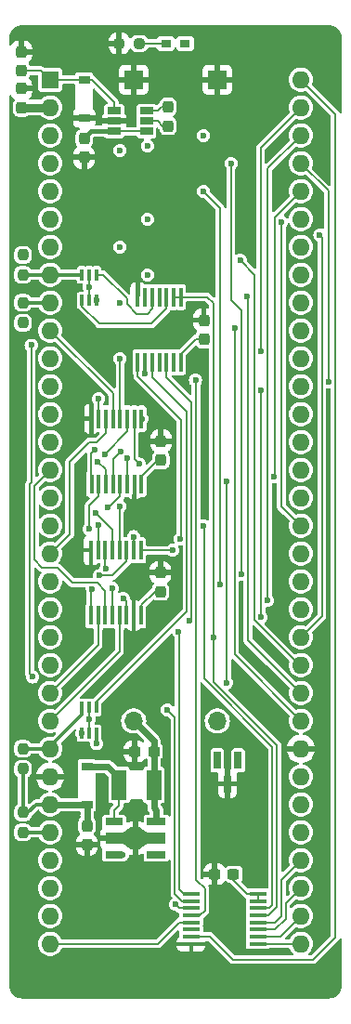
<source format=gbr>
%TF.GenerationSoftware,KiCad,Pcbnew,8.0.8+dfsg-1*%
%TF.CreationDate,2025-05-23T17:59:01+09:00*%
%TF.ProjectId,bionic-tms9900,62696f6e-6963-42d7-946d-73393930302e,1*%
%TF.SameCoordinates,Original*%
%TF.FileFunction,Copper,L1,Top*%
%TF.FilePolarity,Positive*%
%FSLAX46Y46*%
G04 Gerber Fmt 4.6, Leading zero omitted, Abs format (unit mm)*
G04 Created by KiCad (PCBNEW 8.0.8+dfsg-1) date 2025-05-23 17:59:01*
%MOMM*%
%LPD*%
G01*
G04 APERTURE LIST*
G04 Aperture macros list*
%AMRoundRect*
0 Rectangle with rounded corners*
0 $1 Rounding radius*
0 $2 $3 $4 $5 $6 $7 $8 $9 X,Y pos of 4 corners*
0 Add a 4 corners polygon primitive as box body*
4,1,4,$2,$3,$4,$5,$6,$7,$8,$9,$2,$3,0*
0 Add four circle primitives for the rounded corners*
1,1,$1+$1,$2,$3*
1,1,$1+$1,$4,$5*
1,1,$1+$1,$6,$7*
1,1,$1+$1,$8,$9*
0 Add four rect primitives between the rounded corners*
20,1,$1+$1,$2,$3,$4,$5,0*
20,1,$1+$1,$4,$5,$6,$7,0*
20,1,$1+$1,$6,$7,$8,$9,0*
20,1,$1+$1,$8,$9,$2,$3,0*%
%AMFreePoly0*
4,1,13,0.500000,1.050000,1.000000,0.350000,1.000000,-0.450000,0.500000,-1.150000,0.500000,-2.750000,-0.500000,-2.750000,-0.500000,-1.150000,-1.000000,-0.450000,-1.000000,0.350000,-0.500000,1.050000,-0.500000,2.750000,0.500000,2.750000,0.500000,1.050000,0.500000,1.050000,$1*%
G04 Aperture macros list end*
%TA.AperFunction,SMDPad,CuDef*%
%ADD10RoundRect,0.237500X0.237500X-0.300000X0.237500X0.300000X-0.237500X0.300000X-0.237500X-0.300000X0*%
%TD*%
%TA.AperFunction,ComponentPad*%
%ADD11R,1.600000X1.600000*%
%TD*%
%TA.AperFunction,ComponentPad*%
%ADD12O,1.600000X1.600000*%
%TD*%
%TA.AperFunction,SMDPad,CuDef*%
%ADD13R,0.355600X1.778000*%
%TD*%
%TA.AperFunction,SMDPad,CuDef*%
%ADD14R,1.041400X0.762000*%
%TD*%
%TA.AperFunction,SMDPad,CuDef*%
%ADD15R,1.371600X2.743200*%
%TD*%
%TA.AperFunction,SMDPad,CuDef*%
%ADD16RoundRect,0.237500X-0.237500X0.300000X-0.237500X-0.300000X0.237500X-0.300000X0.237500X0.300000X0*%
%TD*%
%TA.AperFunction,SMDPad,CuDef*%
%ADD17R,1.200000X0.650001*%
%TD*%
%TA.AperFunction,SMDPad,CuDef*%
%ADD18R,1.612900X0.355600*%
%TD*%
%TA.AperFunction,SMDPad,CuDef*%
%ADD19RoundRect,0.237500X0.237500X-0.250000X0.237500X0.250000X-0.237500X0.250000X-0.237500X-0.250000X0*%
%TD*%
%TA.AperFunction,SMDPad,CuDef*%
%ADD20R,1.600000X0.700000*%
%TD*%
%TA.AperFunction,SMDPad,CuDef*%
%ADD21FreePoly0,270.000000*%
%TD*%
%TA.AperFunction,SMDPad,CuDef*%
%ADD22R,1.700000X0.700000*%
%TD*%
%TA.AperFunction,SMDPad,CuDef*%
%ADD23R,0.965200X0.762000*%
%TD*%
%TA.AperFunction,SMDPad,CuDef*%
%ADD24RoundRect,0.237500X-0.237500X0.250000X-0.237500X-0.250000X0.237500X-0.250000X0.237500X0.250000X0*%
%TD*%
%TA.AperFunction,SMDPad,CuDef*%
%ADD25RoundRect,0.237500X0.300000X0.237500X-0.300000X0.237500X-0.300000X-0.237500X0.300000X-0.237500X0*%
%TD*%
%TA.AperFunction,SMDPad,CuDef*%
%ADD26R,0.355600X0.990600*%
%TD*%
%TA.AperFunction,SMDPad,CuDef*%
%ADD27RoundRect,0.237500X0.250000X0.237500X-0.250000X0.237500X-0.250000X-0.237500X0.250000X-0.237500X0*%
%TD*%
%TA.AperFunction,SMDPad,CuDef*%
%ADD28R,0.660400X1.625600*%
%TD*%
%TA.AperFunction,ComponentPad*%
%ADD29R,1.700000X1.700000*%
%TD*%
%TA.AperFunction,ComponentPad*%
%ADD30O,1.700000X1.700000*%
%TD*%
%TA.AperFunction,ViaPad*%
%ADD31C,0.600000*%
%TD*%
%TA.AperFunction,Conductor*%
%ADD32C,0.200000*%
%TD*%
%TA.AperFunction,Conductor*%
%ADD33C,0.300000*%
%TD*%
%TA.AperFunction,Conductor*%
%ADD34C,0.400000*%
%TD*%
%TA.AperFunction,Conductor*%
%ADD35C,0.600000*%
%TD*%
%TA.AperFunction,Conductor*%
%ADD36C,0.800000*%
%TD*%
G04 APERTURE END LIST*
D10*
%TO.P,C12,1*%
%TO.N,Net-(U7-C+)*%
X99644200Y-47394200D03*
%TO.P,C12,2*%
%TO.N,Net-(U7-C-)*%
X99644200Y-45669200D03*
%TD*%
D11*
%TO.P,U1,1,VBB*%
%TO.N,VBB*%
X88900000Y-43180000D03*
D12*
%TO.P,U1,2,VCC*%
%TO.N,VCC*%
X88900000Y-45720000D03*
%TO.P,U1,3,WAIT*%
%TO.N,unconnected-(U1-WAIT-Pad3)*%
X88900000Y-48260000D03*
%TO.P,U1,4,~{LOAD}*%
%TO.N,/Q0*%
X88900000Y-50800000D03*
%TO.P,U1,5,HOLDA*%
%TO.N,unconnected-(U1-HOLDA-Pad5)*%
X88900000Y-53340000D03*
%TO.P,U1,6,~{RESET}*%
%TO.N,/P53*%
X88900000Y-55880000D03*
%TO.P,U1,7,IAQ*%
%TO.N,/P43*%
X88900000Y-58420000D03*
%TO.P,U1,8,\u03A61*%
%TO.N,Net-(Q2B-D2)*%
X88900000Y-60960000D03*
%TO.P,U1,9,\u03A62*%
%TO.N,Net-(Q2A-D1)*%
X88900000Y-63500000D03*
%TO.P,U1,10,A14*%
%TO.N,/A1*%
X88900000Y-66040000D03*
%TO.P,U1,11,A13*%
%TO.N,/A2*%
X88900000Y-68580000D03*
%TO.P,U1,12,A12*%
%TO.N,/A3*%
X88900000Y-71120000D03*
%TO.P,U1,13,A11*%
%TO.N,/A4*%
X88900000Y-73660000D03*
%TO.P,U1,14,A10*%
%TO.N,/A5*%
X88900000Y-76200000D03*
%TO.P,U1,15,A9*%
%TO.N,/A6*%
X88900000Y-78740000D03*
%TO.P,U1,16,A8*%
%TO.N,/A7*%
X88900000Y-81280000D03*
%TO.P,U1,17,A7*%
%TO.N,/B0*%
X88900000Y-83820000D03*
%TO.P,U1,18,A6*%
%TO.N,/B1*%
X88900000Y-86360000D03*
%TO.P,U1,19,A5*%
%TO.N,/B2*%
X88900000Y-88900000D03*
%TO.P,U1,20,A4*%
%TO.N,/B3*%
X88900000Y-91440000D03*
%TO.P,U1,21,A3*%
%TO.N,/B4*%
X88900000Y-93980000D03*
%TO.P,U1,22,A2*%
%TO.N,/B5*%
X88900000Y-96520000D03*
%TO.P,U1,23,A1*%
%TO.N,/B6*%
X88900000Y-99060000D03*
%TO.P,U1,24,A0*%
%TO.N,/B7*%
X88900000Y-101600000D03*
%TO.P,U1,25,\u03A64*%
%TO.N,Net-(Q1B-D2)*%
X88900000Y-104140000D03*
%TO.P,U1,26,VSS*%
%TO.N,GND*%
X88900000Y-106680000D03*
%TO.P,U1,27,VDD*%
%TO.N,VDD*%
X88900000Y-109220000D03*
%TO.P,U1,28,\u03A63*%
%TO.N,Net-(Q1A-D1)*%
X88900000Y-111760000D03*
%TO.P,U1,29,DBIN*%
%TO.N,/P41*%
X88900000Y-114300000D03*
%TO.P,U1,30,CRUOUT*%
%TO.N,/A0*%
X88900000Y-116840000D03*
%TO.P,U1,31,CRUIN*%
%TO.N,/P44*%
X88900000Y-119380000D03*
%TO.P,U1,32,~{INTREQ}*%
%TO.N,/Q1*%
X88900000Y-121920000D03*
%TO.P,U1,33,IC3*%
%TO.N,/Q4*%
X111760000Y-121920000D03*
%TO.P,U1,34,IC2*%
%TO.N,/Q5*%
X111760000Y-119380000D03*
%TO.P,U1,35,IC1*%
%TO.N,/Q6*%
X111760000Y-116840000D03*
%TO.P,U1,36,IC0*%
%TO.N,/Q7*%
X111760000Y-114300000D03*
%TO.P,U1,37,NC*%
%TO.N,unconnected-(U1-NC-Pad37)*%
X111760000Y-111760000D03*
%TO.P,U1,38,NC*%
%TO.N,unconnected-(U1-NC-Pad38)*%
X111760000Y-109220000D03*
%TO.P,U1,39,NC*%
%TO.N,unconnected-(U1-NC-Pad39)*%
X111760000Y-106680000D03*
%TO.P,U1,40,VSS*%
%TO.N,GND*%
X111760000Y-104140000D03*
%TO.P,U1,41,D0*%
%TO.N,/P27*%
X111760000Y-101600000D03*
%TO.P,U1,42,D1*%
%TO.N,/P26*%
X111760000Y-99060000D03*
%TO.P,U1,43,D2*%
%TO.N,/P25*%
X111760000Y-96520000D03*
%TO.P,U1,44,D3*%
%TO.N,/P24*%
X111760000Y-93980000D03*
%TO.P,U1,45,D4*%
%TO.N,/P23*%
X111760000Y-91440000D03*
%TO.P,U1,46,D5*%
%TO.N,/P22*%
X111760000Y-88900000D03*
%TO.P,U1,47,D6*%
%TO.N,/P21*%
X111760000Y-86360000D03*
%TO.P,U1,48,D7*%
%TO.N,/P20*%
X111760000Y-83820000D03*
%TO.P,U1,49,D8*%
%TO.N,/P17*%
X111760000Y-81280000D03*
%TO.P,U1,50,D9*%
%TO.N,/P16*%
X111760000Y-78740000D03*
%TO.P,U1,51,D10*%
%TO.N,/P15*%
X111760000Y-76200000D03*
%TO.P,U1,52,D11*%
%TO.N,/P14*%
X111760000Y-73660000D03*
%TO.P,U1,53,D12*%
%TO.N,/P13*%
X111760000Y-71120000D03*
%TO.P,U1,54,D13*%
%TO.N,/P12*%
X111760000Y-68580000D03*
%TO.P,U1,55,D14*%
%TO.N,/P11*%
X111760000Y-66040000D03*
%TO.P,U1,56,D15*%
%TO.N,/P10*%
X111760000Y-63500000D03*
%TO.P,U1,57,NC*%
%TO.N,unconnected-(U1-NC-Pad57)*%
X111760000Y-60960000D03*
%TO.P,U1,58,NC*%
%TO.N,unconnected-(U1-NC-Pad58)*%
X111760000Y-58420000D03*
%TO.P,U1,59,VCC*%
%TO.N,VCC*%
X111760000Y-55880000D03*
%TO.P,U1,60,CRUCLK*%
%TO.N,/P45*%
X111760000Y-53340000D03*
%TO.P,U1,61,~{WE}*%
%TO.N,/P42*%
X111760000Y-50800000D03*
%TO.P,U1,62,READY*%
%TO.N,/P54*%
X111760000Y-48260000D03*
%TO.P,U1,63,~{MEMEN}*%
%TO.N,/P40*%
X111760000Y-45720000D03*
%TO.P,U1,64,~{HOLD}*%
%TO.N,/Q3*%
X111760000Y-43180000D03*
%TD*%
D13*
%TO.P,U4,1,S*%
%TO.N,/P50*%
X97169399Y-86055200D03*
%TO.P,U4,2,1I0*%
%TO.N,/A4*%
X96519401Y-86055200D03*
%TO.P,U4,3,1I1*%
%TO.N,/B4*%
X95869399Y-86055200D03*
%TO.P,U4,4,1Y*%
%TO.N,/P34*%
X95219401Y-86055200D03*
%TO.P,U4,5,2I0*%
%TO.N,/A5*%
X94569402Y-86055200D03*
%TO.P,U4,6,2I1*%
%TO.N,/B5*%
X93919401Y-86055200D03*
%TO.P,U4,7,2Y*%
%TO.N,/P35*%
X93269402Y-86055200D03*
%TO.P,U4,8,GND*%
%TO.N,GND*%
X92619401Y-86055200D03*
%TO.P,U4,9,3Y*%
%TO.N,/P36*%
X92619401Y-91998800D03*
%TO.P,U4,10,3I1*%
%TO.N,/B6*%
X93269399Y-91998800D03*
%TO.P,U4,11,3I0*%
%TO.N,/A6*%
X93919401Y-91998800D03*
%TO.P,U4,12,4Y*%
%TO.N,/P37*%
X94569399Y-91998800D03*
%TO.P,U4,13,4I1*%
%TO.N,/B7*%
X95219398Y-91998800D03*
%TO.P,U4,14,4I0*%
%TO.N,/A7*%
X95869399Y-91998800D03*
%TO.P,U4,15,~{E}*%
%TO.N,GND*%
X96519398Y-91998800D03*
%TO.P,U4,16,Vcc*%
%TO.N,VCC*%
X97169399Y-91998800D03*
%TD*%
D14*
%TO.P,D3,1,K*%
%TO.N,GND*%
X91998800Y-46672500D03*
%TO.P,D3,2,A*%
%TO.N,VBB*%
X91998800Y-43192700D03*
%TD*%
%TO.P,D2,1,K*%
%TO.N,VDD*%
X92252800Y-109220000D03*
%TO.P,D2,2,A*%
%TO.N,Net-(D2-A)*%
X92252800Y-105740200D03*
%TD*%
D10*
%TO.P,C13,1*%
%TO.N,VBB*%
X86283800Y-42366100D03*
%TO.P,C13,2*%
%TO.N,GND*%
X86283800Y-40641100D03*
%TD*%
D15*
%TO.P,L1,1*%
%TO.N,VCC*%
X98348800Y-107442000D03*
%TO.P,L1,2*%
%TO.N,Net-(D2-A)*%
X95199200Y-107442000D03*
%TD*%
D16*
%TO.P,C11,1*%
%TO.N,VCC*%
X91998800Y-48540500D03*
%TO.P,C11,2*%
%TO.N,GND*%
X91998800Y-50265500D03*
%TD*%
D17*
%TO.P,U7,1,VOUT*%
%TO.N,VBB*%
X94740199Y-45989199D03*
%TO.P,U7,2,GND*%
%TO.N,GND*%
X94740199Y-46939200D03*
%TO.P,U7,3,VIN*%
%TO.N,VCC*%
X94740199Y-47889198D03*
%TO.P,U7,4,EN*%
X97690198Y-47889198D03*
%TO.P,U7,5,C+*%
%TO.N,Net-(U7-C+)*%
X97690198Y-46939200D03*
%TO.P,U7,6,C-*%
%TO.N,Net-(U7-C-)*%
X97690198Y-45989199D03*
%TD*%
D18*
%TO.P,U5,1,A0*%
%TO.N,/P50*%
X101746050Y-117359001D03*
%TO.P,U5,2,A1*%
%TO.N,/P51*%
X101746050Y-118008999D03*
%TO.P,U5,3,A2*%
%TO.N,/P52*%
X101746050Y-118659001D03*
%TO.P,U5,4,Q0*%
%TO.N,/Q0*%
X101746050Y-119308999D03*
%TO.P,U5,5,Q1*%
%TO.N,/Q1*%
X101746050Y-119958998D03*
%TO.P,U5,6,Q2*%
%TO.N,unconnected-(U5-Q2-Pad6)*%
X101746050Y-120608999D03*
%TO.P,U5,7,Q3*%
%TO.N,/Q3*%
X101746050Y-121258998D03*
%TO.P,U5,8,GND*%
%TO.N,GND*%
X101746050Y-121908999D03*
%TO.P,U5,9,Q4*%
%TO.N,/Q4*%
X107854750Y-121908999D03*
%TO.P,U5,10,Q5*%
%TO.N,/Q5*%
X107854750Y-121259001D03*
%TO.P,U5,11,Q6*%
%TO.N,/Q6*%
X107854750Y-120608999D03*
%TO.P,U5,12,Q7*%
%TO.N,/Q7*%
X107854750Y-119959001D03*
%TO.P,U5,13,D*%
%TO.N,/P55*%
X107854750Y-119309002D03*
%TO.P,U5,14,E*%
%TO.N,/P46*%
X107854750Y-118659001D03*
%TO.P,U5,15,Clr*%
%TO.N,VCC*%
X107854750Y-118009002D03*
%TO.P,U5,16,VCC*%
X107854750Y-117359001D03*
%TD*%
D19*
%TO.P,R4,1*%
%TO.N,VDD*%
X86410800Y-65325000D03*
%TO.P,R4,2*%
%TO.N,Net-(Q2A-D1)*%
X86410800Y-63500000D03*
%TD*%
D13*
%TO.P,U6,1,A*%
%TO.N,/P55*%
X100799901Y-62979300D03*
%TO.P,U6,2,B*%
X100149900Y-62979300D03*
%TO.P,U6,3,Qa*%
%TO.N,Net-(Q2B-S2)*%
X99499899Y-62979300D03*
%TO.P,U6,4,Qb*%
%TO.N,unconnected-(U6-Qb-Pad4)*%
X98849900Y-62979300D03*
%TO.P,U6,5,Qc*%
%TO.N,Net-(Q2A-S1)*%
X98199901Y-62979300D03*
%TO.P,U6,6,Qd*%
%TO.N,unconnected-(U6-Qd-Pad6)*%
X97549900Y-62979300D03*
%TO.P,U6,7,VSS*%
%TO.N,GND*%
X96899901Y-62979300D03*
%TO.P,U6,8,CK*%
%TO.N,/P47*%
X96899899Y-68922900D03*
%TO.P,U6,9,~{R}*%
%TO.N,VCC*%
X97549900Y-68922900D03*
%TO.P,U6,10,Qe*%
%TO.N,Net-(Q1A-S1)*%
X98199899Y-68922900D03*
%TO.P,U6,11,Qf*%
%TO.N,unconnected-(U6-Qf-Pad11)*%
X98849900Y-68922900D03*
%TO.P,U6,12,Qg*%
%TO.N,Net-(Q1B-S2)*%
X99499899Y-68922900D03*
%TO.P,U6,13,Qh*%
%TO.N,unconnected-(U6-Qh-Pad13)*%
X100149900Y-68922900D03*
%TO.P,U6,14,VDD*%
%TO.N,VCC*%
X100799899Y-68922900D03*
%TD*%
D20*
%TO.P,U8,1,SW*%
%TO.N,Net-(D2-A)*%
X94742000Y-110792000D03*
D21*
%TO.P,U8,2,GND*%
%TO.N,GND*%
X96692000Y-112292000D03*
D20*
%TO.P,U8,3,IN-*%
%TO.N,Net-(U8-IN-)*%
X94742000Y-113792000D03*
D22*
%TO.P,U8,4,EN*%
%TO.N,VCC*%
X98592000Y-113792000D03*
%TO.P,U8,5,V+*%
X98592000Y-110792000D03*
%TD*%
D16*
%TO.P,C9,1*%
%TO.N,VDD*%
X92252800Y-111150400D03*
%TO.P,C9,2*%
%TO.N,GND*%
X92252800Y-112875400D03*
%TD*%
D23*
%TO.P,D1,1,K*%
%TO.N,Net-(D1-K)*%
X99453700Y-39878000D03*
%TO.P,D1,2,A*%
%TO.N,VCC*%
X101206300Y-39878000D03*
%TD*%
D24*
%TO.P,R3,1*%
%TO.N,VDD*%
X86410800Y-109935000D03*
%TO.P,R3,2*%
%TO.N,Net-(Q1A-D1)*%
X86410800Y-111760000D03*
%TD*%
D10*
%TO.P,C4,1*%
%TO.N,VCC*%
X98958400Y-89813300D03*
%TO.P,C4,2*%
%TO.N,GND*%
X98958400Y-88088300D03*
%TD*%
D13*
%TO.P,U3,1,S*%
%TO.N,/P50*%
X97220199Y-74066400D03*
%TO.P,U3,2,1I0*%
%TO.N,/A0*%
X96570201Y-74066400D03*
%TO.P,U3,3,1I1*%
%TO.N,/B0*%
X95920199Y-74066400D03*
%TO.P,U3,4,1Y*%
%TO.N,/P30*%
X95270201Y-74066400D03*
%TO.P,U3,5,2I0*%
%TO.N,/A1*%
X94620202Y-74066400D03*
%TO.P,U3,6,2I1*%
%TO.N,/B1*%
X93970201Y-74066400D03*
%TO.P,U3,7,2Y*%
%TO.N,/P31*%
X93320202Y-74066400D03*
%TO.P,U3,8,GND*%
%TO.N,GND*%
X92670201Y-74066400D03*
%TO.P,U3,9,3Y*%
%TO.N,/P32*%
X92670201Y-80010000D03*
%TO.P,U3,10,3I1*%
%TO.N,/B2*%
X93320199Y-80010000D03*
%TO.P,U3,11,3I0*%
%TO.N,/A2*%
X93970201Y-80010000D03*
%TO.P,U3,12,4Y*%
%TO.N,/P33*%
X94620199Y-80010000D03*
%TO.P,U3,13,4I1*%
%TO.N,/B3*%
X95270198Y-80010000D03*
%TO.P,U3,14,4I0*%
%TO.N,/A3*%
X95920199Y-80010000D03*
%TO.P,U3,15,~{E}*%
%TO.N,GND*%
X96570198Y-80010000D03*
%TO.P,U3,16,Vcc*%
%TO.N,VCC*%
X97220199Y-80010000D03*
%TD*%
D25*
%TO.P,C8,1*%
%TO.N,VCC*%
X98348800Y-104394000D03*
%TO.P,C8,2*%
%TO.N,GND*%
X96623800Y-104394000D03*
%TD*%
%TO.P,C5,1*%
%TO.N,VCC*%
X105618500Y-115570000D03*
%TO.P,C5,2*%
%TO.N,GND*%
X103893500Y-115570000D03*
%TD*%
D24*
%TO.P,R5,1*%
%TO.N,VDD*%
X86410800Y-59135000D03*
%TO.P,R5,2*%
%TO.N,Net-(Q2B-D2)*%
X86410800Y-60960000D03*
%TD*%
D10*
%TO.P,C3,1*%
%TO.N,VCC*%
X99009200Y-77824500D03*
%TO.P,C3,2*%
%TO.N,GND*%
X99009200Y-76099500D03*
%TD*%
D26*
%TO.P,Q2,1,S2*%
%TO.N,Net-(Q2B-S2)*%
X91806001Y-63296800D03*
%TO.P,Q2,2,G2*%
%TO.N,VCC*%
X92456000Y-63296800D03*
%TO.P,Q2,3,D1*%
%TO.N,Net-(Q2A-D1)*%
X93105999Y-63296800D03*
%TO.P,Q2,4,S1*%
%TO.N,Net-(Q2A-S1)*%
X93105999Y-60960000D03*
%TO.P,Q2,5,G1*%
%TO.N,VCC*%
X92456000Y-60960000D03*
%TO.P,Q2,6,D2*%
%TO.N,Net-(Q2B-D2)*%
X91806001Y-60960000D03*
%TD*%
D10*
%TO.P,C1,1*%
%TO.N,VCC*%
X86283800Y-45718900D03*
%TO.P,C1,2*%
%TO.N,GND*%
X86283800Y-43993900D03*
%TD*%
D19*
%TO.P,R2,1*%
%TO.N,VDD*%
X86410800Y-105966900D03*
%TO.P,R2,2*%
%TO.N,Net-(Q1B-D2)*%
X86410800Y-104141900D03*
%TD*%
D26*
%TO.P,Q1,1,S2*%
%TO.N,Net-(Q1B-S2)*%
X91816401Y-102717600D03*
%TO.P,Q1,2,G2*%
%TO.N,VCC*%
X92466400Y-102717600D03*
%TO.P,Q1,3,D1*%
%TO.N,Net-(Q1A-D1)*%
X93116399Y-102717600D03*
%TO.P,Q1,4,S1*%
%TO.N,Net-(Q1A-S1)*%
X93116399Y-100380800D03*
%TO.P,Q1,5,G1*%
%TO.N,VCC*%
X92466400Y-100380800D03*
%TO.P,Q1,6,D2*%
%TO.N,Net-(Q1B-D2)*%
X91816401Y-100380800D03*
%TD*%
D27*
%TO.P,R1,1*%
%TO.N,Net-(D1-K)*%
X97028000Y-39878000D03*
%TO.P,R1,2*%
%TO.N,GND*%
X95203000Y-39878000D03*
%TD*%
D28*
%TO.P,U2,1,SCIO*%
%TO.N,Net-(J2-P57)*%
X106040001Y-105206800D03*
%TO.P,U2,2,VCC*%
%TO.N,VCC*%
X104139999Y-105206800D03*
%TO.P,U2,3,VSS*%
%TO.N,GND*%
X105090000Y-107338800D03*
%TD*%
D10*
%TO.P,C6,1*%
%TO.N,VCC*%
X102913900Y-66813600D03*
%TO.P,C6,2*%
%TO.N,GND*%
X102913900Y-65088600D03*
%TD*%
D29*
%TO.P,J1,1,GND*%
%TO.N,GND*%
X96520000Y-43180000D03*
D30*
%TO.P,J1,24,VCC*%
%TO.N,VCC*%
X96520000Y-101600000D03*
%TD*%
%TO.P,J2,25,VCC*%
%TO.N,VCC*%
X104140000Y-101600000D03*
D29*
%TO.P,J2,48,GND*%
%TO.N,GND*%
X104140000Y-43180000D03*
%TD*%
D31*
%TO.N,/P55*%
X103809800Y-93967400D03*
%TO.N,VCC*%
X101219000Y-39878000D03*
X102920800Y-66802000D03*
X98592000Y-110792000D03*
X98602800Y-113792000D03*
X92456000Y-62103000D03*
X97549900Y-69977000D03*
X98958400Y-89814400D03*
X91998800Y-48514000D03*
X105613000Y-115570000D03*
X104139999Y-105206800D03*
X99009200Y-77774800D03*
X92466400Y-101422200D03*
X86283800Y-45718900D03*
%TO.N,GND*%
X100380800Y-65659000D03*
X91440000Y-85217000D03*
X99009200Y-74968200D03*
X86283800Y-43993900D03*
X105090000Y-107338800D03*
X102913900Y-65088600D03*
X98755200Y-85090000D03*
X103886000Y-114427000D03*
X98831400Y-80022800D03*
X103886000Y-115570000D03*
X91948000Y-46736000D03*
X96647000Y-104381400D03*
X101727000Y-122910600D03*
X91948000Y-50292000D03*
X92252800Y-112875400D03*
X86283800Y-40641100D03*
X92456000Y-66802000D03*
X102946200Y-80759400D03*
X97536000Y-112344200D03*
X98958400Y-88088300D03*
%TO.N,VDD*%
X86410800Y-65325000D03*
X86410800Y-105981600D03*
X86410800Y-59135000D03*
X92252800Y-110236000D03*
%TO.N,Net-(U8-IN-)*%
X95504000Y-113792000D03*
%TO.N,/P31*%
X93320200Y-72263000D03*
%TO.N,/P51*%
X99593400Y-100596800D03*
%TO.N,/P15*%
X95275400Y-58420000D03*
%TO.N,/P30*%
X95275400Y-68580000D03*
%TO.N,/P14*%
X97764600Y-55880000D03*
%TO.N,/P52*%
X100330000Y-118313200D03*
%TO.N,/P10*%
X97764600Y-49187200D03*
%TO.N,/P50*%
X100052382Y-86056644D03*
X97248003Y-74066400D03*
X100613735Y-93470135D03*
%TO.N,/P53*%
X87299800Y-97599600D03*
X87172800Y-67373600D03*
%TO.N,/P33*%
X95320200Y-77078362D03*
%TO.N,/P16*%
X97764600Y-60960000D03*
%TO.N,/P32*%
X92956100Y-76892500D03*
%TO.N,/P36*%
X92749315Y-89614786D03*
%TO.N,/P34*%
X95275400Y-82054800D03*
%TO.N,/P17*%
X95275400Y-63500000D03*
%TO.N,/P35*%
X93268800Y-83782000D03*
%TO.N,/P11*%
X95275400Y-49619000D03*
%TO.N,/P37*%
X94569550Y-89547800D03*
%TO.N,/P44*%
X105008800Y-98119000D03*
X105008800Y-79756000D03*
%TO.N,/P47*%
X100786100Y-85001200D03*
%TO.N,/P20*%
X109982000Y-56134000D03*
%TO.N,Net-(J2-P57)*%
X106040001Y-105206800D03*
%TO.N,/P26*%
X106873700Y-62921100D03*
%TO.N,/P41*%
X108134100Y-92146300D03*
X108134100Y-71482400D03*
%TO.N,/P22*%
X105384600Y-50800000D03*
X106322200Y-88214200D03*
%TO.N,/P54*%
X108734100Y-90640000D03*
%TO.N,/P46*%
X102895400Y-83820000D03*
%TO.N,/P25*%
X106227900Y-59645100D03*
%TO.N,/P24*%
X113490700Y-57324300D03*
%TO.N,/P40*%
X108132400Y-67945000D03*
%TO.N,/P42*%
X114274050Y-70713050D03*
%TO.N,/P21*%
X102895400Y-48260000D03*
%TO.N,/P45*%
X109334100Y-79340000D03*
%TO.N,/P23*%
X104408800Y-89141400D03*
X102895400Y-53340000D03*
%TO.N,/P27*%
X105725600Y-65767200D03*
%TO.N,Net-(Q1B-S2)*%
X101586100Y-92519600D03*
X91788598Y-102717600D03*
%TO.N,Net-(Q1A-D1)*%
X93116400Y-103683000D03*
%TO.N,Net-(Q2A-D1)*%
X93133802Y-63296800D03*
%TO.N,/A7*%
X95580200Y-90449400D03*
%TO.N,/A3*%
X95920200Y-77698600D03*
%TO.N,/A0*%
X97029513Y-78210215D03*
%TO.N,/B2*%
X92469200Y-84112200D03*
%TO.N,/A4*%
X96519400Y-84820002D03*
%TO.N,/B3*%
X94183200Y-82140600D03*
%TO.N,/A2*%
X93253000Y-77978000D03*
%TO.N,/B5*%
X93969550Y-87766600D03*
%TO.N,/A5*%
X93069200Y-82644436D03*
%TO.N,/B4*%
X93369550Y-88366600D03*
%TO.N,/Q0*%
X102154400Y-70565600D03*
%TO.N,/B0*%
X93853000Y-77292200D03*
%TD*%
D32*
%TO.N,/P53*%
X87045800Y-97345600D02*
X87299800Y-97599600D01*
X87172800Y-67373600D02*
X87172800Y-79901514D01*
X87172800Y-79901514D02*
X87045800Y-80028514D01*
X87045800Y-80028514D02*
X87045800Y-97345600D01*
D33*
%TO.N,Net-(Q1B-D2)*%
X86410800Y-104141900D02*
X88669500Y-104141900D01*
X88669500Y-104141900D02*
X91816400Y-100995000D01*
X91816400Y-100995000D02*
X91816400Y-100380800D01*
D32*
X88963500Y-104076500D02*
X88900000Y-104140000D01*
%TO.N,/P54*%
X108734100Y-90640000D02*
X108734100Y-51285900D01*
X108734100Y-51285900D02*
X111760000Y-48260000D01*
%TO.N,/P55*%
X103809800Y-93967400D02*
X103809800Y-98031400D01*
%TO.N,VCC*%
X102913900Y-66814600D02*
X102920800Y-66802000D01*
X92466400Y-101422200D02*
X92466400Y-102717600D01*
X92456000Y-63296800D02*
X92456000Y-62103000D01*
X92456000Y-62103000D02*
X92456000Y-60960000D01*
X97549900Y-69977000D02*
X97549900Y-68922900D01*
X92466400Y-102717600D02*
X92466400Y-102718000D01*
X97220200Y-79335200D02*
X97220200Y-80010000D01*
X102914000Y-66814700D02*
X102913900Y-66814600D01*
X99009200Y-77774800D02*
X98780600Y-77774800D01*
X97690200Y-47889200D02*
X94740200Y-47889200D01*
X97169400Y-91070000D02*
X97169400Y-91998800D01*
D34*
X92025300Y-48514000D02*
X92650100Y-47889200D01*
D32*
X98958400Y-89813300D02*
X98426100Y-89813300D01*
X107854800Y-117359100D02*
X107854800Y-118009000D01*
D34*
X91998800Y-48540500D02*
X91998800Y-48514000D01*
D35*
X98348800Y-104394000D02*
X98348800Y-107442000D01*
D36*
X86284900Y-45720000D02*
X86283800Y-45718900D01*
D34*
X91998800Y-48514000D02*
X92025300Y-48514000D01*
D36*
X88900000Y-45720000D02*
X86284900Y-45720000D01*
D32*
X92466400Y-101422200D02*
X92466400Y-100381000D01*
X98426100Y-89813300D02*
X97169400Y-91070000D01*
X107854900Y-117359000D02*
X107855000Y-117359000D01*
D35*
X98348800Y-109474000D02*
X98592000Y-109717200D01*
D32*
X101219000Y-39878000D02*
X101206300Y-39878000D01*
X102920800Y-66802000D02*
X102913900Y-66813600D01*
X98780600Y-77774800D02*
X97220200Y-79335200D01*
X107854900Y-117359000D02*
X107854800Y-117359100D01*
X98958400Y-89814400D02*
X98958400Y-89813300D01*
X99009200Y-77774800D02*
X99009200Y-77824500D01*
D35*
X98348800Y-103429000D02*
X98348800Y-104394000D01*
D32*
X105618500Y-116108700D02*
X105618500Y-115570000D01*
D35*
X98592000Y-109717200D02*
X98592000Y-110792000D01*
D32*
X102198000Y-66813600D02*
X100799899Y-68211701D01*
D35*
X98348800Y-107442000D02*
X98348800Y-109474000D01*
D32*
X106868800Y-117359000D02*
X105618500Y-116108700D01*
D34*
X92650100Y-47889200D02*
X94740200Y-47889200D01*
D32*
X100799899Y-68211701D02*
X100799899Y-68922900D01*
X102913900Y-66813600D02*
X102198000Y-66813600D01*
X98602800Y-113792000D02*
X98592000Y-113792000D01*
X107854900Y-117359000D02*
X106868800Y-117359000D01*
D35*
X96520000Y-101600000D02*
X98348800Y-103429000D01*
D32*
X104139999Y-105206800D02*
X104140000Y-105206800D01*
D33*
%TO.N,VDD*%
X86410800Y-109935000D02*
X86902400Y-109935000D01*
D35*
X92252800Y-111150000D02*
X92252800Y-110236000D01*
X92252800Y-110236000D02*
X92252800Y-109220000D01*
D33*
X86902400Y-109935000D02*
X87617400Y-109220000D01*
D32*
X86283800Y-105981600D02*
X86283800Y-105966900D01*
X92252800Y-111150400D02*
X92252800Y-111150000D01*
D33*
X86410800Y-109935000D02*
X86410800Y-105981600D01*
D35*
X92252800Y-109220000D02*
X88900000Y-109220000D01*
D33*
X87617400Y-109220000D02*
X88900000Y-109220000D01*
D32*
X86410800Y-105981600D02*
X86410800Y-105966900D01*
%TO.N,Net-(U8-IN-)*%
X94742000Y-113792000D02*
X95504000Y-113792000D01*
%TO.N,Net-(U7-C-)*%
X97690200Y-45989200D02*
X98702000Y-45989200D01*
X99022000Y-45669200D02*
X99644200Y-45669200D01*
X98702000Y-45989200D02*
X99022000Y-45669200D01*
%TO.N,Net-(U7-C+)*%
X98691600Y-46939200D02*
X99146600Y-47394200D01*
X99146600Y-47394200D02*
X99644200Y-47394200D01*
X97690200Y-46939200D02*
X98691600Y-46939200D01*
%TO.N,VBB*%
X88900000Y-43180000D02*
X91986100Y-43180000D01*
X94740200Y-45989200D02*
X94740200Y-45213400D01*
X91986100Y-43180000D02*
X91998800Y-43192700D01*
X94740200Y-45213400D02*
X92719500Y-43192700D01*
X92719500Y-43192700D02*
X91998800Y-43192700D01*
X86283800Y-42366100D02*
X88086100Y-42366100D01*
X88086100Y-42366100D02*
X88900000Y-43180000D01*
%TO.N,Net-(D2-A)*%
X95199200Y-109296200D02*
X94742000Y-109753400D01*
X92253000Y-105740000D02*
X92252800Y-105740200D01*
X95199200Y-107124500D02*
X95199200Y-109296200D01*
D35*
X94132400Y-105740000D02*
X95199200Y-106807000D01*
D32*
X94742000Y-109753400D02*
X94742000Y-110792000D01*
D35*
X92252800Y-105740000D02*
X93192600Y-105740000D01*
X95199200Y-107124500D02*
X95199200Y-107442000D01*
X95199200Y-106807000D02*
X95199200Y-107124500D01*
D32*
X93192600Y-105740000D02*
X92253000Y-105740000D01*
D35*
X93192600Y-105740000D02*
X94132400Y-105740000D01*
D32*
%TO.N,/P31*%
X93320200Y-72263000D02*
X93320200Y-74066400D01*
%TO.N,/P51*%
X100279200Y-101282600D02*
X100279200Y-117343600D01*
X100944600Y-118009000D02*
X101746100Y-118009000D01*
X99593400Y-100596800D02*
X100279200Y-101282600D01*
X100279200Y-117343600D02*
X100944600Y-118009000D01*
%TO.N,Net-(D1-K)*%
X97028000Y-39878000D02*
X99453700Y-39878000D01*
%TO.N,/P30*%
X95275400Y-68580000D02*
X95270200Y-68585200D01*
X95270200Y-68585200D02*
X95270200Y-74066400D01*
%TO.N,/P52*%
X100330000Y-118313200D02*
X100675800Y-118659000D01*
X100675800Y-118659000D02*
X101746100Y-118659000D01*
%TO.N,/P50*%
X100679200Y-116986000D02*
X101052200Y-117359000D01*
X100042826Y-86066200D02*
X97180400Y-86066200D01*
X100052382Y-86056644D02*
X100042826Y-86066200D01*
X100679200Y-93535600D02*
X100679200Y-116986000D01*
X101052200Y-117359000D02*
X101746100Y-117359000D01*
X100613735Y-93470135D02*
X100679200Y-93535600D01*
%TO.N,/P33*%
X95320200Y-77078362D02*
X94620200Y-77778362D01*
X94620200Y-77778362D02*
X94620200Y-80010000D01*
%TO.N,/P32*%
X92653000Y-77195600D02*
X92653000Y-79992800D01*
X92956100Y-76892500D02*
X92653000Y-77195600D01*
X92653000Y-79992800D02*
X92670200Y-80010000D01*
%TO.N,/P36*%
X92619400Y-89744701D02*
X92619400Y-91998800D01*
X92749315Y-89614786D02*
X92619400Y-89744701D01*
%TO.N,/P34*%
X95275400Y-82054800D02*
X95219400Y-82110800D01*
X95219400Y-82110800D02*
X95219400Y-86055200D01*
%TO.N,/P35*%
X93269400Y-84938200D02*
X93269400Y-86055200D01*
X93268800Y-83782000D02*
X93268800Y-84937600D01*
X93268800Y-84937600D02*
X93269400Y-84938200D01*
%TO.N,/P37*%
X94569550Y-89547800D02*
X94569400Y-89547950D01*
X94569400Y-89547950D02*
X94569400Y-91998800D01*
%TO.N,/P44*%
X105008800Y-79756000D02*
X105008800Y-98119000D01*
%TO.N,/P47*%
X100786100Y-85001200D02*
X100812600Y-84974700D01*
X96899900Y-70242700D02*
X96899900Y-68922900D01*
X100812600Y-74155400D02*
X96899900Y-70242700D01*
X100812600Y-84974700D02*
X100812600Y-74155400D01*
%TO.N,/P20*%
X109982000Y-82042000D02*
X111760000Y-83820000D01*
X109982000Y-56134000D02*
X109982000Y-82042000D01*
%TO.N,Net-(J2-P57)*%
X106040000Y-105206800D02*
X106040001Y-105206800D01*
%TO.N,/P26*%
X111760000Y-99060000D02*
X106922200Y-94222200D01*
X106922200Y-94222200D02*
X106922200Y-62969600D01*
X106922200Y-62969600D02*
X106873700Y-62921100D01*
%TO.N,/P41*%
X108134100Y-92146300D02*
X108134100Y-71482400D01*
%TO.N,/P22*%
X105384600Y-50800000D02*
X105384600Y-63228000D01*
X106324400Y-88212000D02*
X106322200Y-88214200D01*
X106325600Y-66015729D02*
X106324400Y-66016929D01*
X106324400Y-66016929D02*
X106324400Y-88212000D01*
X105384600Y-63228000D02*
X106325600Y-64169000D01*
X106325600Y-64169000D02*
X106325600Y-66015729D01*
%TO.N,/P46*%
X109163000Y-103950286D02*
X109163000Y-118357201D01*
X102895400Y-83820000D02*
X102920800Y-83845400D01*
X108861200Y-118659001D02*
X107854750Y-118659001D01*
X109163000Y-118357201D02*
X108861200Y-118659001D01*
X102920800Y-83845400D02*
X102920800Y-97708086D01*
X102920800Y-97708086D02*
X109163000Y-103950286D01*
%TO.N,/P55*%
X108808400Y-119309000D02*
X107854800Y-119309000D01*
X103809800Y-98031400D02*
X109575600Y-103797200D01*
X103809800Y-91529000D02*
X103809800Y-93967400D01*
X103792450Y-91511650D02*
X103809800Y-91529000D01*
X103792450Y-91511650D02*
X103792450Y-63533450D01*
X109563000Y-118554400D02*
X108808400Y-119309000D01*
X109575600Y-115918714D02*
X109563000Y-115931314D01*
X109563000Y-115931314D02*
X109563000Y-118554400D01*
X109575600Y-103797200D02*
X109575600Y-115918714D01*
X103792450Y-63533450D02*
X103238300Y-62979300D01*
X103238300Y-62979300D02*
X100149900Y-62979300D01*
%TO.N,/P25*%
X106227900Y-59645100D02*
X107532400Y-60949600D01*
X107532400Y-60949600D02*
X107532400Y-92395400D01*
X111657000Y-96520000D02*
X111760000Y-96520000D01*
X107532400Y-92395400D02*
X111657000Y-96520000D01*
%TO.N,/P24*%
X113665000Y-92075000D02*
X111760000Y-93980000D01*
X113490700Y-57324300D02*
X113665000Y-57498600D01*
X113665000Y-57498600D02*
X113665000Y-92075000D01*
%TO.N,/P40*%
X108077000Y-67889600D02*
X108077000Y-49403000D01*
X108132400Y-67945000D02*
X108077000Y-67889600D01*
X108077000Y-49403000D02*
X111760000Y-45720000D01*
%TO.N,/P42*%
X114274600Y-53314600D02*
X111760000Y-50800000D01*
X114274050Y-70713050D02*
X114274600Y-70712500D01*
X114274600Y-70712500D02*
X114274600Y-53314600D01*
%TO.N,/P45*%
X109347000Y-79327100D02*
X109347000Y-55753000D01*
X109347000Y-55753000D02*
X111760000Y-53340000D01*
X109334100Y-79340000D02*
X109347000Y-79327100D01*
%TO.N,/P23*%
X102895400Y-53352800D02*
X104394000Y-54851400D01*
X102895400Y-53340000D02*
X102895400Y-53352800D01*
X104394000Y-89126600D02*
X104408800Y-89141400D01*
X104394000Y-54851400D02*
X104394000Y-89126600D01*
%TO.N,/P27*%
X105718800Y-95558800D02*
X111760000Y-101600000D01*
X105725600Y-65767200D02*
X105718800Y-65774000D01*
X105718800Y-65774000D02*
X105718800Y-95558800D01*
%TO.N,Net-(Q1A-S1)*%
X101386100Y-73458900D02*
X98199900Y-70272700D01*
X93116400Y-99885600D02*
X101386100Y-91615900D01*
X98199900Y-70272700D02*
X98199900Y-68922900D01*
X93116400Y-100380800D02*
X93116400Y-99885600D01*
X101386100Y-91615900D02*
X101386100Y-73458900D01*
%TO.N,Net-(Q1B-S2)*%
X101786100Y-92319600D02*
X101786100Y-72588900D01*
X101586100Y-92519600D02*
X101786100Y-92319600D01*
X101786100Y-72588900D02*
X99499900Y-70302700D01*
X99499900Y-70302700D02*
X99499900Y-68922900D01*
X91788598Y-102717600D02*
X91816400Y-102717600D01*
D33*
%TO.N,Net-(Q1A-D1)*%
X88900000Y-111760000D02*
X86410800Y-111760000D01*
X93116400Y-103683000D02*
X93116400Y-102717600D01*
D32*
%TO.N,Net-(Q2A-S1)*%
X95885000Y-63631199D02*
X95885000Y-63131800D01*
X96769801Y-64516000D02*
X95885000Y-63631199D01*
X97752201Y-64516000D02*
X96769801Y-64516000D01*
X93713200Y-60960000D02*
X93105999Y-60960000D01*
X95885000Y-63131800D02*
X93713200Y-60960000D01*
X98199901Y-64068300D02*
X97752201Y-64516000D01*
X98199901Y-62979300D02*
X98199901Y-64068300D01*
%TO.N,Net-(Q2B-S2)*%
X93376800Y-65392400D02*
X91806000Y-63821600D01*
X99499900Y-62979300D02*
X99499900Y-64031700D01*
X98139200Y-65392400D02*
X93376800Y-65392400D01*
X91806000Y-63821600D02*
X91806000Y-63296800D01*
X99499900Y-64031700D02*
X98139200Y-65392400D01*
%TO.N,Net-(Q2A-D1)*%
X93133802Y-63296800D02*
X93106000Y-63296800D01*
D33*
X88900000Y-63500000D02*
X86410800Y-63500000D01*
%TO.N,Net-(Q2B-D2)*%
X88900000Y-60960000D02*
X91806001Y-60960000D01*
X88900000Y-60960000D02*
X86410800Y-60960000D01*
D32*
X88876500Y-60936500D02*
X88900000Y-60960000D01*
%TO.N,/A7*%
X95869400Y-90738600D02*
X95869400Y-91998800D01*
X95580200Y-90449400D02*
X95869400Y-90738600D01*
%TO.N,/Q6*%
X110363000Y-119672200D02*
X110363000Y-118237000D01*
X109426200Y-120609000D02*
X110363000Y-119672200D01*
X110363000Y-118237000D02*
X111760000Y-116840000D01*
X107854800Y-120609000D02*
X109426200Y-120609000D01*
%TO.N,/A3*%
X95920200Y-77698600D02*
X95920200Y-80010000D01*
%TO.N,/A0*%
X96570200Y-77750902D02*
X96570200Y-74066400D01*
X97029513Y-78210215D02*
X96570200Y-77750902D01*
%TO.N,/Q1*%
X101746050Y-119958998D02*
X100640002Y-119958998D01*
X98679000Y-121920000D02*
X88900000Y-121920000D01*
X100640002Y-119958998D02*
X98679000Y-121920000D01*
%TO.N,/Q4*%
X107865800Y-121920000D02*
X111760000Y-121920000D01*
X107854800Y-121909000D02*
X107865800Y-121920000D01*
%TO.N,/B7*%
X88912800Y-101600000D02*
X95219400Y-95293400D01*
X95219400Y-95293400D02*
X95219400Y-91998800D01*
X88900000Y-101600000D02*
X88912800Y-101600000D01*
%TO.N,/B2*%
X92469200Y-81952600D02*
X93320200Y-81101600D01*
X93320200Y-81101600D02*
X93320200Y-80010000D01*
X92469200Y-84112200D02*
X92469200Y-81952600D01*
%TO.N,/A4*%
X96519400Y-84820002D02*
X96519400Y-86055200D01*
%TO.N,/Q5*%
X109881000Y-121259000D02*
X107854800Y-121259000D01*
X111760000Y-119380000D02*
X109881000Y-121259000D01*
%TO.N,/B3*%
X94249800Y-82140600D02*
X95270200Y-81120200D01*
X95270200Y-81120200D02*
X95270200Y-80010000D01*
X94183200Y-82140600D02*
X94249800Y-82140600D01*
%TO.N,/A2*%
X93253000Y-77978000D02*
X93970200Y-78695200D01*
X93970200Y-78695200D02*
X93970200Y-80010000D01*
%TO.N,/A6*%
X89535000Y-87630000D02*
X90899550Y-88994550D01*
X93185550Y-88994550D02*
X93919401Y-89728401D01*
X93919401Y-91998799D02*
X93919400Y-91998800D01*
X88900000Y-78740000D02*
X87445800Y-80194200D01*
X87445800Y-86912400D02*
X88163400Y-87630000D01*
X90899550Y-88994550D02*
X93185550Y-88994550D01*
X88163400Y-87630000D02*
X89535000Y-87630000D01*
X87445800Y-80194200D02*
X87445800Y-86912400D01*
X93919401Y-89728401D02*
X93919401Y-91998799D01*
%TO.N,/B1*%
X90678000Y-84582000D02*
X88900000Y-86360000D01*
X93970200Y-74066400D02*
X93970200Y-75397000D01*
X93970200Y-75397000D02*
X93167200Y-76200000D01*
X92481400Y-76200000D02*
X90678000Y-78003400D01*
X90678000Y-78003400D02*
X90678000Y-84582000D01*
X93167200Y-76200000D02*
X92481400Y-76200000D01*
%TO.N,/B5*%
X93929200Y-86065000D02*
X93919400Y-86055200D01*
X93929200Y-87726250D02*
X93929200Y-86065000D01*
X93969550Y-87766600D02*
X93929200Y-87726250D01*
%TO.N,/Q3*%
X103479600Y-121259000D02*
X105563000Y-123342400D01*
X114909600Y-46329600D02*
X111760000Y-43180000D01*
X112877600Y-123342400D02*
X114909600Y-121310400D01*
X101746100Y-121259000D02*
X103479600Y-121259000D01*
X105563000Y-123342400D02*
X112877600Y-123342400D01*
X114909600Y-121310400D02*
X114909600Y-46329600D01*
%TO.N,/A5*%
X94569400Y-84144636D02*
X94569400Y-86055200D01*
X93069200Y-82644436D02*
X94569400Y-84144636D01*
%TO.N,/B4*%
X94574801Y-88366600D02*
X95869400Y-87072001D01*
X95869400Y-87072001D02*
X95869400Y-86055200D01*
X93369550Y-88366600D02*
X94574801Y-88366600D01*
%TO.N,/Q7*%
X109963000Y-119386400D02*
X109963000Y-116097000D01*
X107854800Y-119959000D02*
X109390400Y-119959000D01*
X109963000Y-116097000D02*
X111760000Y-114300000D01*
X109390400Y-119959000D02*
X109963000Y-119386400D01*
%TO.N,/B6*%
X93269400Y-91998800D02*
X93269400Y-94690600D01*
X93269400Y-94690600D02*
X88900000Y-99060000D01*
%TO.N,/A1*%
X88900000Y-66040000D02*
X94620200Y-71760200D01*
X94620200Y-71760200D02*
X94620200Y-74066400D01*
%TO.N,/Q0*%
X102154400Y-70565600D02*
X102186100Y-70597300D01*
X102186100Y-70597300D02*
X102186100Y-116079900D01*
X102997000Y-118875800D02*
X102563800Y-119309000D01*
X102997000Y-116890800D02*
X102997000Y-118875800D01*
X102563800Y-119309000D02*
X101746100Y-119309000D01*
X102186100Y-116079900D02*
X102997000Y-116890800D01*
%TO.N,/B0*%
X95920200Y-75225000D02*
X95920200Y-74066400D01*
X93853000Y-77292200D02*
X95920200Y-75225000D01*
%TD*%
%TA.AperFunction,Conductor*%
%TO.N,GND*%
G36*
X114304309Y-38200877D02*
G01*
X114494457Y-38217512D01*
X114511437Y-38220505D01*
X114691635Y-38268789D01*
X114707839Y-38274687D01*
X114876902Y-38353523D01*
X114891842Y-38362149D01*
X115044641Y-38469140D01*
X115057861Y-38480232D01*
X115189767Y-38612138D01*
X115200859Y-38625358D01*
X115307850Y-38778157D01*
X115316477Y-38793100D01*
X115372537Y-38913320D01*
X115395308Y-38962151D01*
X115401211Y-38978368D01*
X115449492Y-39158555D01*
X115452488Y-39175550D01*
X115469123Y-39365690D01*
X115469500Y-39374318D01*
X115469500Y-46128900D01*
X115450593Y-46187091D01*
X115401093Y-46223055D01*
X115339907Y-46223055D01*
X115290407Y-46187091D01*
X115284764Y-46178400D01*
X115230083Y-46083691D01*
X115230082Y-46083690D01*
X115230081Y-46083689D01*
X115230080Y-46083687D01*
X112817336Y-43670943D01*
X112789559Y-43616426D01*
X112792118Y-43573848D01*
X112846397Y-43383083D01*
X112865215Y-43180000D01*
X112846397Y-42976917D01*
X112790582Y-42780750D01*
X112699673Y-42598179D01*
X112576764Y-42435421D01*
X112426041Y-42298019D01*
X112252637Y-42190652D01*
X112062456Y-42116976D01*
X112062455Y-42116975D01*
X112062453Y-42116975D01*
X111861976Y-42079500D01*
X111658024Y-42079500D01*
X111457546Y-42116975D01*
X111429619Y-42127794D01*
X111267363Y-42190652D01*
X111119548Y-42282175D01*
X111093959Y-42298019D01*
X110943237Y-42435420D01*
X110820328Y-42598177D01*
X110820323Y-42598186D01*
X110729419Y-42780747D01*
X110729418Y-42780750D01*
X110673603Y-42976917D01*
X110654785Y-43180000D01*
X110673603Y-43383083D01*
X110729418Y-43579250D01*
X110820327Y-43761821D01*
X110943236Y-43924579D01*
X111093959Y-44061981D01*
X111267363Y-44169348D01*
X111457544Y-44243024D01*
X111658024Y-44280500D01*
X111861976Y-44280500D01*
X112062456Y-44243024D01*
X112142259Y-44212107D01*
X112203351Y-44208718D01*
X112248026Y-44234419D01*
X114480104Y-46466497D01*
X114507881Y-46521014D01*
X114509100Y-46536501D01*
X114509100Y-52743699D01*
X114490193Y-52801890D01*
X114440693Y-52837854D01*
X114379507Y-52837854D01*
X114340096Y-52813703D01*
X112817336Y-51290943D01*
X112789559Y-51236426D01*
X112792118Y-51193848D01*
X112846397Y-51003083D01*
X112865215Y-50800000D01*
X112846397Y-50596917D01*
X112790582Y-50400750D01*
X112699673Y-50218179D01*
X112576764Y-50055421D01*
X112426041Y-49918019D01*
X112252637Y-49810652D01*
X112062456Y-49736976D01*
X112062455Y-49736975D01*
X112062453Y-49736975D01*
X111861976Y-49699500D01*
X111658024Y-49699500D01*
X111457546Y-49736975D01*
X111387632Y-49764059D01*
X111267363Y-49810652D01*
X111096664Y-49916344D01*
X111093959Y-49918019D01*
X110943237Y-50055420D01*
X110820328Y-50218177D01*
X110820323Y-50218186D01*
X110729419Y-50400747D01*
X110729418Y-50400750D01*
X110673603Y-50596917D01*
X110654785Y-50800000D01*
X110673603Y-51003083D01*
X110729418Y-51199250D01*
X110820327Y-51381821D01*
X110943236Y-51544579D01*
X111093959Y-51681981D01*
X111267363Y-51789348D01*
X111457544Y-51863024D01*
X111658024Y-51900500D01*
X111861976Y-51900500D01*
X112062456Y-51863024D01*
X112142259Y-51832107D01*
X112203351Y-51828718D01*
X112248026Y-51854419D01*
X113845104Y-53451497D01*
X113872881Y-53506014D01*
X113874100Y-53521501D01*
X113874100Y-56684968D01*
X113855193Y-56743159D01*
X113805693Y-56779123D01*
X113744507Y-56779123D01*
X113737215Y-56776432D01*
X113647467Y-56739257D01*
X113647458Y-56739255D01*
X113490701Y-56718618D01*
X113490699Y-56718618D01*
X113333941Y-56739255D01*
X113333933Y-56739257D01*
X113187861Y-56799762D01*
X113187860Y-56799762D01*
X113062423Y-56896013D01*
X113062413Y-56896023D01*
X112966162Y-57021460D01*
X112966162Y-57021461D01*
X112905657Y-57167533D01*
X112905655Y-57167541D01*
X112885018Y-57324299D01*
X112885018Y-57324300D01*
X112905655Y-57481058D01*
X112905657Y-57481066D01*
X112966162Y-57627138D01*
X112966162Y-57627139D01*
X113003210Y-57675421D01*
X113062418Y-57752582D01*
X113187859Y-57848836D01*
X113203387Y-57855267D01*
X113249911Y-57895003D01*
X113264500Y-57946731D01*
X113264500Y-91868098D01*
X113245593Y-91926289D01*
X113235504Y-91938102D01*
X112248025Y-92925580D01*
X112193508Y-92953357D01*
X112142259Y-92947891D01*
X112062460Y-92916977D01*
X112062447Y-92916974D01*
X111861976Y-92879500D01*
X111658024Y-92879500D01*
X111457546Y-92916975D01*
X111417035Y-92932669D01*
X111267363Y-92990652D01*
X111111851Y-93086941D01*
X111093959Y-93098019D01*
X110994928Y-93188298D01*
X110943236Y-93235421D01*
X110927162Y-93256706D01*
X110820328Y-93398177D01*
X110820323Y-93398186D01*
X110729419Y-93580747D01*
X110729418Y-93580750D01*
X110673603Y-93776917D01*
X110654785Y-93980000D01*
X110673603Y-94183083D01*
X110729418Y-94379250D01*
X110820327Y-94561821D01*
X110943236Y-94724579D01*
X111093959Y-94861981D01*
X111267363Y-94969348D01*
X111457544Y-95043024D01*
X111658024Y-95080500D01*
X111861976Y-95080500D01*
X112062456Y-95043024D01*
X112252637Y-94969348D01*
X112426041Y-94861981D01*
X112576764Y-94724579D01*
X112699673Y-94561821D01*
X112790582Y-94379250D01*
X112846397Y-94183083D01*
X112865215Y-93980000D01*
X112846397Y-93776917D01*
X112792118Y-93586148D01*
X112794379Y-93525010D01*
X112817333Y-93489058D01*
X113985480Y-92320913D01*
X113995784Y-92303066D01*
X114038205Y-92229592D01*
X114038205Y-92229590D01*
X114038207Y-92229588D01*
X114065500Y-92127727D01*
X114065500Y-92022273D01*
X114065500Y-71404163D01*
X114084407Y-71345972D01*
X114133907Y-71310008D01*
X114177419Y-71306010D01*
X114274050Y-71318732D01*
X114397178Y-71302522D01*
X114457339Y-71313672D01*
X114499456Y-71358054D01*
X114509100Y-71400675D01*
X114509100Y-121103499D01*
X114490193Y-121161690D01*
X114480104Y-121173503D01*
X112740703Y-122912904D01*
X112686186Y-122940681D01*
X112670699Y-122941900D01*
X112528105Y-122941900D01*
X112469914Y-122922993D01*
X112433950Y-122873493D01*
X112433950Y-122812307D01*
X112461407Y-122769740D01*
X112576764Y-122664579D01*
X112699673Y-122501821D01*
X112790582Y-122319250D01*
X112846397Y-122123083D01*
X112865215Y-121920000D01*
X112846397Y-121716917D01*
X112790582Y-121520750D01*
X112699673Y-121338179D01*
X112576764Y-121175421D01*
X112426041Y-121038019D01*
X112252637Y-120930652D01*
X112062456Y-120856976D01*
X112062455Y-120856975D01*
X112062453Y-120856975D01*
X111861976Y-120819500D01*
X111658024Y-120819500D01*
X111457546Y-120856975D01*
X111453610Y-120858500D01*
X111267363Y-120930652D01*
X111137264Y-121011206D01*
X111093959Y-121038019D01*
X110943237Y-121175420D01*
X110820328Y-121338177D01*
X110820323Y-121338186D01*
X110757363Y-121464628D01*
X110714500Y-121508291D01*
X110668742Y-121519500D01*
X110425901Y-121519500D01*
X110367710Y-121500593D01*
X110331746Y-121451093D01*
X110331746Y-121389907D01*
X110355897Y-121350497D01*
X111271973Y-120434419D01*
X111326490Y-120406641D01*
X111377735Y-120412106D01*
X111457544Y-120443024D01*
X111658024Y-120480500D01*
X111861976Y-120480500D01*
X112062456Y-120443024D01*
X112252637Y-120369348D01*
X112426041Y-120261981D01*
X112576764Y-120124579D01*
X112699673Y-119961821D01*
X112790582Y-119779250D01*
X112846397Y-119583083D01*
X112865215Y-119380000D01*
X112846397Y-119176917D01*
X112790582Y-118980750D01*
X112699673Y-118798179D01*
X112576764Y-118635421D01*
X112426041Y-118498019D01*
X112252637Y-118390652D01*
X112062456Y-118316976D01*
X112062455Y-118316975D01*
X112062453Y-118316975D01*
X111861976Y-118279500D01*
X111658024Y-118279500D01*
X111457546Y-118316975D01*
X111413597Y-118334001D01*
X111267363Y-118390652D01*
X111093959Y-118498019D01*
X110943234Y-118635423D01*
X110941503Y-118637716D01*
X110940514Y-118638406D01*
X110940153Y-118638803D01*
X110940063Y-118638721D01*
X110891347Y-118672759D01*
X110830172Y-118671628D01*
X110781345Y-118634755D01*
X110763500Y-118578055D01*
X110763500Y-118443900D01*
X110782407Y-118385709D01*
X110792496Y-118373897D01*
X111271973Y-117894419D01*
X111326490Y-117866641D01*
X111377735Y-117872106D01*
X111457544Y-117903024D01*
X111658024Y-117940500D01*
X111861976Y-117940500D01*
X112062456Y-117903024D01*
X112252637Y-117829348D01*
X112426041Y-117721981D01*
X112576764Y-117584579D01*
X112699673Y-117421821D01*
X112790582Y-117239250D01*
X112846397Y-117043083D01*
X112865215Y-116840000D01*
X112846397Y-116636917D01*
X112790582Y-116440750D01*
X112699673Y-116258179D01*
X112576764Y-116095421D01*
X112426041Y-115958019D01*
X112252637Y-115850652D01*
X112062456Y-115776976D01*
X112062455Y-115776975D01*
X112062453Y-115776975D01*
X111861976Y-115739500D01*
X111658024Y-115739500D01*
X111457546Y-115776975D01*
X111387632Y-115804059D01*
X111267363Y-115850652D01*
X111118211Y-115943003D01*
X111093959Y-115958019D01*
X110943237Y-116095420D01*
X110820328Y-116258177D01*
X110820323Y-116258186D01*
X110729419Y-116440747D01*
X110673603Y-116636917D01*
X110654785Y-116840000D01*
X110673603Y-117043084D01*
X110727880Y-117233847D01*
X110725619Y-117294990D01*
X110702663Y-117330942D01*
X110532504Y-117501102D01*
X110477987Y-117528880D01*
X110417555Y-117519309D01*
X110374290Y-117476044D01*
X110363500Y-117431099D01*
X110363500Y-116303899D01*
X110382407Y-116245708D01*
X110392490Y-116233901D01*
X111271974Y-115354416D01*
X111326489Y-115326641D01*
X111377738Y-115332106D01*
X111457544Y-115363024D01*
X111658024Y-115400500D01*
X111861976Y-115400500D01*
X112062456Y-115363024D01*
X112252637Y-115289348D01*
X112426041Y-115181981D01*
X112576764Y-115044579D01*
X112699673Y-114881821D01*
X112790582Y-114699250D01*
X112846397Y-114503083D01*
X112865215Y-114300000D01*
X112846397Y-114096917D01*
X112790582Y-113900750D01*
X112699673Y-113718179D01*
X112576764Y-113555421D01*
X112426041Y-113418019D01*
X112252637Y-113310652D01*
X112062456Y-113236976D01*
X112062455Y-113236975D01*
X112062453Y-113236975D01*
X111861976Y-113199500D01*
X111658024Y-113199500D01*
X111457546Y-113236975D01*
X111405141Y-113257277D01*
X111267363Y-113310652D01*
X111168268Y-113372009D01*
X111093959Y-113418019D01*
X110943237Y-113555420D01*
X110820328Y-113718177D01*
X110820323Y-113718186D01*
X110729419Y-113900747D01*
X110673603Y-114096917D01*
X110654785Y-114300000D01*
X110673603Y-114503082D01*
X110727880Y-114693845D01*
X110725619Y-114754989D01*
X110702663Y-114790942D01*
X110145104Y-115348502D01*
X110090587Y-115376279D01*
X110030155Y-115366708D01*
X109986890Y-115323443D01*
X109976100Y-115278498D01*
X109976100Y-111760000D01*
X110654785Y-111760000D01*
X110673603Y-111963083D01*
X110729418Y-112159250D01*
X110820327Y-112341821D01*
X110943236Y-112504579D01*
X111093959Y-112641981D01*
X111267363Y-112749348D01*
X111457544Y-112823024D01*
X111658024Y-112860500D01*
X111861976Y-112860500D01*
X112062456Y-112823024D01*
X112252637Y-112749348D01*
X112426041Y-112641981D01*
X112576764Y-112504579D01*
X112699673Y-112341821D01*
X112790582Y-112159250D01*
X112846397Y-111963083D01*
X112865215Y-111760000D01*
X112846397Y-111556917D01*
X112790582Y-111360750D01*
X112699673Y-111178179D01*
X112576764Y-111015421D01*
X112426041Y-110878019D01*
X112252637Y-110770652D01*
X112062456Y-110696976D01*
X112062455Y-110696975D01*
X112062453Y-110696975D01*
X111861976Y-110659500D01*
X111658024Y-110659500D01*
X111457546Y-110696975D01*
X111393414Y-110721820D01*
X111267363Y-110770652D01*
X111121554Y-110860933D01*
X111093959Y-110878019D01*
X110943237Y-111015420D01*
X110820328Y-111178177D01*
X110820323Y-111178186D01*
X110743081Y-111333310D01*
X110729418Y-111360750D01*
X110673603Y-111556917D01*
X110654785Y-111760000D01*
X109976100Y-111760000D01*
X109976100Y-109220000D01*
X110654785Y-109220000D01*
X110673603Y-109423083D01*
X110729418Y-109619250D01*
X110820327Y-109801821D01*
X110943236Y-109964579D01*
X111093959Y-110101981D01*
X111267363Y-110209348D01*
X111457544Y-110283024D01*
X111658024Y-110320500D01*
X111861976Y-110320500D01*
X112062456Y-110283024D01*
X112252637Y-110209348D01*
X112426041Y-110101981D01*
X112576764Y-109964579D01*
X112699673Y-109801821D01*
X112790582Y-109619250D01*
X112846397Y-109423083D01*
X112865215Y-109220000D01*
X112846397Y-109016917D01*
X112790582Y-108820750D01*
X112699673Y-108638179D01*
X112576764Y-108475421D01*
X112426041Y-108338019D01*
X112252637Y-108230652D01*
X112062456Y-108156976D01*
X112062455Y-108156975D01*
X112062453Y-108156975D01*
X111861976Y-108119500D01*
X111658024Y-108119500D01*
X111457546Y-108156975D01*
X111387632Y-108184059D01*
X111267363Y-108230652D01*
X111093959Y-108338019D01*
X110943236Y-108475421D01*
X110909194Y-108520500D01*
X110820328Y-108638177D01*
X110820323Y-108638186D01*
X110729419Y-108820747D01*
X110729418Y-108820750D01*
X110673603Y-109016917D01*
X110654785Y-109220000D01*
X109976100Y-109220000D01*
X109976100Y-103857914D01*
X109976101Y-103857901D01*
X109976101Y-103744472D01*
X109976100Y-103744470D01*
X109975103Y-103740750D01*
X109948807Y-103642613D01*
X109940880Y-103628883D01*
X109940880Y-103628882D01*
X109909224Y-103574053D01*
X109896080Y-103551287D01*
X109821513Y-103476720D01*
X109821510Y-103476718D01*
X107508365Y-101163573D01*
X105187792Y-98842999D01*
X105160015Y-98788482D01*
X105169586Y-98728050D01*
X105212851Y-98684785D01*
X105219871Y-98681548D01*
X105311641Y-98643536D01*
X105437082Y-98547282D01*
X105533336Y-98421841D01*
X105593844Y-98275762D01*
X105614482Y-98119000D01*
X105593844Y-97962238D01*
X105569075Y-97902441D01*
X105533337Y-97816161D01*
X105533337Y-97816160D01*
X105433132Y-97685570D01*
X105434513Y-97684509D01*
X105410519Y-97637416D01*
X105409300Y-97621929D01*
X105409300Y-96054701D01*
X105428207Y-95996510D01*
X105477707Y-95960546D01*
X105538893Y-95960546D01*
X105578304Y-95984697D01*
X110702663Y-101109056D01*
X110730440Y-101163573D01*
X110727880Y-101206152D01*
X110673603Y-101396915D01*
X110673603Y-101396917D01*
X110654785Y-101600000D01*
X110673603Y-101803083D01*
X110729418Y-101999250D01*
X110820327Y-102181821D01*
X110943236Y-102344579D01*
X111093959Y-102481981D01*
X111267363Y-102589348D01*
X111457544Y-102663024D01*
X111495418Y-102670103D01*
X111549141Y-102699380D01*
X111575398Y-102754645D01*
X111564156Y-102814789D01*
X111519709Y-102856838D01*
X111502848Y-102863044D01*
X111313676Y-102913733D01*
X111107518Y-103009865D01*
X110921188Y-103140334D01*
X110760334Y-103301188D01*
X110629865Y-103487518D01*
X110533733Y-103693676D01*
X110481128Y-103890000D01*
X111444314Y-103890000D01*
X111439920Y-103894394D01*
X111387259Y-103985606D01*
X111360000Y-104087339D01*
X111360000Y-104192661D01*
X111387259Y-104294394D01*
X111439920Y-104385606D01*
X111444314Y-104390000D01*
X110481128Y-104390000D01*
X110533733Y-104586323D01*
X110629865Y-104792481D01*
X110760334Y-104978811D01*
X110921188Y-105139665D01*
X111107518Y-105270134D01*
X111313675Y-105366266D01*
X111502848Y-105416955D01*
X111554162Y-105450279D01*
X111576089Y-105507401D01*
X111560254Y-105566501D01*
X111512704Y-105605006D01*
X111495417Y-105609896D01*
X111457545Y-105616975D01*
X111341040Y-105662109D01*
X111267363Y-105690652D01*
X111169909Y-105750993D01*
X111093959Y-105798019D01*
X110943237Y-105935420D01*
X110820328Y-106098177D01*
X110820323Y-106098186D01*
X110729791Y-106280000D01*
X110729418Y-106280750D01*
X110673603Y-106476917D01*
X110654785Y-106680000D01*
X110673603Y-106883083D01*
X110729418Y-107079250D01*
X110820327Y-107261821D01*
X110943236Y-107424579D01*
X111093959Y-107561981D01*
X111267363Y-107669348D01*
X111457544Y-107743024D01*
X111658024Y-107780500D01*
X111861976Y-107780500D01*
X112062456Y-107743024D01*
X112252637Y-107669348D01*
X112426041Y-107561981D01*
X112576764Y-107424579D01*
X112699673Y-107261821D01*
X112790582Y-107079250D01*
X112846397Y-106883083D01*
X112865215Y-106680000D01*
X112846397Y-106476917D01*
X112790582Y-106280750D01*
X112699673Y-106098179D01*
X112576764Y-105935421D01*
X112426041Y-105798019D01*
X112252637Y-105690652D01*
X112105283Y-105633567D01*
X112062454Y-105616975D01*
X112024582Y-105609896D01*
X111970857Y-105580618D01*
X111944601Y-105525352D01*
X111955844Y-105465209D01*
X112000292Y-105423160D01*
X112017151Y-105416955D01*
X112206324Y-105366266D01*
X112412481Y-105270134D01*
X112598811Y-105139665D01*
X112759665Y-104978811D01*
X112890134Y-104792481D01*
X112986266Y-104586323D01*
X113038872Y-104390000D01*
X112075686Y-104390000D01*
X112080080Y-104385606D01*
X112132741Y-104294394D01*
X112160000Y-104192661D01*
X112160000Y-104087339D01*
X112132741Y-103985606D01*
X112080080Y-103894394D01*
X112075686Y-103890000D01*
X113038872Y-103890000D01*
X112986266Y-103693676D01*
X112890134Y-103487518D01*
X112759665Y-103301188D01*
X112598811Y-103140334D01*
X112412481Y-103009865D01*
X112206323Y-102913733D01*
X112017151Y-102863044D01*
X111965836Y-102829720D01*
X111943910Y-102772598D01*
X111959746Y-102713498D01*
X112007296Y-102674992D01*
X112024568Y-102670106D01*
X112062456Y-102663024D01*
X112252637Y-102589348D01*
X112426041Y-102481981D01*
X112576764Y-102344579D01*
X112699673Y-102181821D01*
X112790582Y-101999250D01*
X112846397Y-101803083D01*
X112865215Y-101600000D01*
X112846397Y-101396917D01*
X112790582Y-101200750D01*
X112699673Y-101018179D01*
X112576764Y-100855421D01*
X112426041Y-100718019D01*
X112252637Y-100610652D01*
X112062456Y-100536976D01*
X112062455Y-100536975D01*
X112062453Y-100536975D01*
X111861976Y-100499500D01*
X111658024Y-100499500D01*
X111457552Y-100536974D01*
X111457546Y-100536975D01*
X111457544Y-100536976D01*
X111391296Y-100562639D01*
X111377738Y-100567892D01*
X111316647Y-100571281D01*
X111271973Y-100545580D01*
X106148296Y-95421903D01*
X106120519Y-95367386D01*
X106119300Y-95351899D01*
X106119300Y-88906057D01*
X106138207Y-88847866D01*
X106187707Y-88811902D01*
X106231219Y-88807904D01*
X106322200Y-88819882D01*
X106409778Y-88808352D01*
X106469939Y-88819502D01*
X106512056Y-88863884D01*
X106521700Y-88906505D01*
X106521700Y-94169473D01*
X106521700Y-94274927D01*
X106533028Y-94317204D01*
X106548994Y-94376792D01*
X106601716Y-94468108D01*
X106601717Y-94468109D01*
X106601718Y-94468110D01*
X106601720Y-94468113D01*
X108653607Y-96520000D01*
X110702663Y-98569056D01*
X110730440Y-98623573D01*
X110727880Y-98666152D01*
X110673603Y-98856915D01*
X110673603Y-98856917D01*
X110654785Y-99060000D01*
X110673603Y-99263083D01*
X110729418Y-99459250D01*
X110820327Y-99641821D01*
X110943236Y-99804579D01*
X111093959Y-99941981D01*
X111267363Y-100049348D01*
X111457544Y-100123024D01*
X111658024Y-100160500D01*
X111861976Y-100160500D01*
X112062456Y-100123024D01*
X112252637Y-100049348D01*
X112426041Y-99941981D01*
X112576764Y-99804579D01*
X112699673Y-99641821D01*
X112790582Y-99459250D01*
X112846397Y-99263083D01*
X112865215Y-99060000D01*
X112846397Y-98856917D01*
X112790582Y-98660750D01*
X112699673Y-98478179D01*
X112576764Y-98315421D01*
X112426041Y-98178019D01*
X112252637Y-98070652D01*
X112062456Y-97996976D01*
X112062455Y-97996975D01*
X112062453Y-97996975D01*
X111861976Y-97959500D01*
X111658024Y-97959500D01*
X111457552Y-97996974D01*
X111457546Y-97996975D01*
X111457544Y-97996976D01*
X111391296Y-98022639D01*
X111377738Y-98027892D01*
X111316647Y-98031281D01*
X111271973Y-98005580D01*
X107351696Y-94085303D01*
X107323919Y-94030786D01*
X107322700Y-94015299D01*
X107322700Y-92991101D01*
X107341607Y-92932910D01*
X107391107Y-92896946D01*
X107452293Y-92896946D01*
X107491704Y-92921097D01*
X110679848Y-96109241D01*
X110707625Y-96163758D01*
X110705065Y-96206337D01*
X110673603Y-96316915D01*
X110673603Y-96316917D01*
X110654785Y-96520000D01*
X110673603Y-96723083D01*
X110729418Y-96919250D01*
X110820327Y-97101821D01*
X110943236Y-97264579D01*
X111093959Y-97401981D01*
X111267363Y-97509348D01*
X111457544Y-97583024D01*
X111658024Y-97620500D01*
X111861976Y-97620500D01*
X112062456Y-97583024D01*
X112252637Y-97509348D01*
X112426041Y-97401981D01*
X112576764Y-97264579D01*
X112699673Y-97101821D01*
X112790582Y-96919250D01*
X112846397Y-96723083D01*
X112865215Y-96520000D01*
X112846397Y-96316917D01*
X112790582Y-96120750D01*
X112699673Y-95938179D01*
X112576764Y-95775421D01*
X112426041Y-95638019D01*
X112252637Y-95530652D01*
X112062456Y-95456976D01*
X112062455Y-95456975D01*
X112062453Y-95456975D01*
X111861976Y-95419500D01*
X111658024Y-95419500D01*
X111457544Y-95456975D01*
X111303500Y-95516652D01*
X111242409Y-95520042D01*
X111197734Y-95494341D01*
X108481280Y-92777887D01*
X108453503Y-92723370D01*
X108463074Y-92662938D01*
X108491014Y-92629343D01*
X108562382Y-92574582D01*
X108658636Y-92449141D01*
X108719144Y-92303062D01*
X108739782Y-92146300D01*
X108719144Y-91989538D01*
X108719142Y-91989533D01*
X108658637Y-91843461D01*
X108658637Y-91843460D01*
X108558432Y-91712870D01*
X108559813Y-91711809D01*
X108535819Y-91664716D01*
X108534600Y-91649229D01*
X108534600Y-91440000D01*
X110654785Y-91440000D01*
X110673603Y-91643083D01*
X110729418Y-91839250D01*
X110820327Y-92021821D01*
X110943236Y-92184579D01*
X111093959Y-92321981D01*
X111267363Y-92429348D01*
X111457544Y-92503024D01*
X111658024Y-92540500D01*
X111861976Y-92540500D01*
X112062456Y-92503024D01*
X112252637Y-92429348D01*
X112426041Y-92321981D01*
X112576764Y-92184579D01*
X112699673Y-92021821D01*
X112790582Y-91839250D01*
X112846397Y-91643083D01*
X112865215Y-91440000D01*
X112846397Y-91236917D01*
X112790582Y-91040750D01*
X112699673Y-90858179D01*
X112576764Y-90695421D01*
X112426041Y-90558019D01*
X112252637Y-90450652D01*
X112062456Y-90376976D01*
X112062455Y-90376975D01*
X112062453Y-90376975D01*
X111861976Y-90339500D01*
X111658024Y-90339500D01*
X111457546Y-90376975D01*
X111451137Y-90379458D01*
X111267363Y-90450652D01*
X111192024Y-90497300D01*
X111093959Y-90558019D01*
X110943237Y-90695420D01*
X110820328Y-90858177D01*
X110820323Y-90858186D01*
X110729419Y-91040747D01*
X110729418Y-91040750D01*
X110673603Y-91236917D01*
X110654785Y-91440000D01*
X108534600Y-91440000D01*
X108534600Y-91332305D01*
X108553507Y-91274114D01*
X108603007Y-91238150D01*
X108646521Y-91234152D01*
X108734100Y-91245682D01*
X108734101Y-91245682D01*
X108765452Y-91241554D01*
X108890862Y-91225044D01*
X109036941Y-91164536D01*
X109162382Y-91068282D01*
X109258636Y-90942841D01*
X109319144Y-90796762D01*
X109339782Y-90640000D01*
X109319144Y-90483238D01*
X109307816Y-90455889D01*
X109258637Y-90337161D01*
X109258637Y-90337160D01*
X109158432Y-90206570D01*
X109159813Y-90205509D01*
X109135819Y-90158416D01*
X109134600Y-90142929D01*
X109134600Y-88900000D01*
X110654785Y-88900000D01*
X110673603Y-89103083D01*
X110729418Y-89299250D01*
X110820327Y-89481821D01*
X110943236Y-89644579D01*
X111093959Y-89781981D01*
X111267363Y-89889348D01*
X111457544Y-89963024D01*
X111658024Y-90000500D01*
X111861976Y-90000500D01*
X112062456Y-89963024D01*
X112252637Y-89889348D01*
X112426041Y-89781981D01*
X112576764Y-89644579D01*
X112699673Y-89481821D01*
X112790582Y-89299250D01*
X112846397Y-89103083D01*
X112865215Y-88900000D01*
X112846397Y-88696917D01*
X112790582Y-88500750D01*
X112699673Y-88318179D01*
X112576764Y-88155421D01*
X112426041Y-88018019D01*
X112252637Y-87910652D01*
X112062456Y-87836976D01*
X112062455Y-87836975D01*
X112062453Y-87836975D01*
X111861976Y-87799500D01*
X111658024Y-87799500D01*
X111457546Y-87836975D01*
X111454126Y-87838300D01*
X111267363Y-87910652D01*
X111093959Y-88018019D01*
X110943236Y-88155421D01*
X110937765Y-88162666D01*
X110820328Y-88318177D01*
X110820323Y-88318186D01*
X110738691Y-88482127D01*
X110729418Y-88500750D01*
X110673603Y-88696917D01*
X110654785Y-88900000D01*
X109134600Y-88900000D01*
X109134600Y-86360000D01*
X110654785Y-86360000D01*
X110673603Y-86563083D01*
X110729418Y-86759250D01*
X110820327Y-86941821D01*
X110943236Y-87104579D01*
X111093959Y-87241981D01*
X111267363Y-87349348D01*
X111457544Y-87423024D01*
X111658024Y-87460500D01*
X111861976Y-87460500D01*
X112062456Y-87423024D01*
X112252637Y-87349348D01*
X112426041Y-87241981D01*
X112576764Y-87104579D01*
X112699673Y-86941821D01*
X112790582Y-86759250D01*
X112846397Y-86563083D01*
X112865215Y-86360000D01*
X112846397Y-86156917D01*
X112790582Y-85960750D01*
X112699673Y-85778179D01*
X112576764Y-85615421D01*
X112426041Y-85478019D01*
X112252637Y-85370652D01*
X112062456Y-85296976D01*
X112062455Y-85296975D01*
X112062453Y-85296975D01*
X111861976Y-85259500D01*
X111658024Y-85259500D01*
X111457546Y-85296975D01*
X111387632Y-85324059D01*
X111267363Y-85370652D01*
X111093959Y-85478019D01*
X110943236Y-85615421D01*
X110930936Y-85631709D01*
X110820328Y-85778177D01*
X110820323Y-85778186D01*
X110729419Y-85960747D01*
X110729418Y-85960750D01*
X110673603Y-86156917D01*
X110654785Y-86360000D01*
X109134600Y-86360000D01*
X109134600Y-80032305D01*
X109153507Y-79974114D01*
X109203007Y-79938150D01*
X109246521Y-79934152D01*
X109334100Y-79945682D01*
X109334101Y-79945682D01*
X109419589Y-79934427D01*
X109469578Y-79927846D01*
X109529739Y-79938996D01*
X109571856Y-79983378D01*
X109581500Y-80025999D01*
X109581500Y-81989273D01*
X109581500Y-82094727D01*
X109596369Y-82150221D01*
X109608794Y-82196592D01*
X109661516Y-82287908D01*
X109661517Y-82287909D01*
X109661518Y-82287910D01*
X109661520Y-82287913D01*
X110184802Y-82811195D01*
X110702663Y-83329056D01*
X110730440Y-83383573D01*
X110727880Y-83426152D01*
X110673603Y-83616915D01*
X110655771Y-83809359D01*
X110654785Y-83820000D01*
X110673603Y-84023083D01*
X110729418Y-84219250D01*
X110820327Y-84401821D01*
X110943236Y-84564579D01*
X111093959Y-84701981D01*
X111267363Y-84809348D01*
X111457544Y-84883024D01*
X111658024Y-84920500D01*
X111861976Y-84920500D01*
X112062456Y-84883024D01*
X112252637Y-84809348D01*
X112426041Y-84701981D01*
X112576764Y-84564579D01*
X112699673Y-84401821D01*
X112790582Y-84219250D01*
X112846397Y-84023083D01*
X112865215Y-83820000D01*
X112846397Y-83616917D01*
X112790582Y-83420750D01*
X112699673Y-83238179D01*
X112576764Y-83075421D01*
X112426041Y-82938019D01*
X112252637Y-82830652D01*
X112062456Y-82756976D01*
X112062455Y-82756975D01*
X112062453Y-82756975D01*
X111861976Y-82719500D01*
X111658024Y-82719500D01*
X111457544Y-82756975D01*
X111377739Y-82787892D01*
X111316648Y-82791282D01*
X111271973Y-82765581D01*
X110849416Y-82343024D01*
X110411496Y-81905103D01*
X110383719Y-81850586D01*
X110382500Y-81835099D01*
X110382500Y-81280000D01*
X110654785Y-81280000D01*
X110673603Y-81483083D01*
X110729418Y-81679250D01*
X110820327Y-81861821D01*
X110943236Y-82024579D01*
X111093959Y-82161981D01*
X111267363Y-82269348D01*
X111457544Y-82343024D01*
X111658024Y-82380500D01*
X111861976Y-82380500D01*
X112062456Y-82343024D01*
X112252637Y-82269348D01*
X112426041Y-82161981D01*
X112576764Y-82024579D01*
X112699673Y-81861821D01*
X112790582Y-81679250D01*
X112846397Y-81483083D01*
X112865215Y-81280000D01*
X112846397Y-81076917D01*
X112790582Y-80880750D01*
X112699673Y-80698179D01*
X112576764Y-80535421D01*
X112426041Y-80398019D01*
X112252637Y-80290652D01*
X112062456Y-80216976D01*
X112062455Y-80216975D01*
X112062453Y-80216975D01*
X111861976Y-80179500D01*
X111658024Y-80179500D01*
X111457546Y-80216975D01*
X111387632Y-80244059D01*
X111267363Y-80290652D01*
X111093959Y-80398019D01*
X110943236Y-80535421D01*
X110929358Y-80553799D01*
X110820328Y-80698177D01*
X110820323Y-80698186D01*
X110729419Y-80880747D01*
X110729418Y-80880750D01*
X110673603Y-81076917D01*
X110654785Y-81280000D01*
X110382500Y-81280000D01*
X110382500Y-78740000D01*
X110654785Y-78740000D01*
X110673603Y-78943083D01*
X110729418Y-79139250D01*
X110820327Y-79321821D01*
X110943236Y-79484579D01*
X111093959Y-79621981D01*
X111267363Y-79729348D01*
X111457544Y-79803024D01*
X111658024Y-79840500D01*
X111861976Y-79840500D01*
X112062456Y-79803024D01*
X112252637Y-79729348D01*
X112426041Y-79621981D01*
X112576764Y-79484579D01*
X112699673Y-79321821D01*
X112790582Y-79139250D01*
X112846397Y-78943083D01*
X112865215Y-78740000D01*
X112846397Y-78536917D01*
X112790582Y-78340750D01*
X112699673Y-78158179D01*
X112576764Y-77995421D01*
X112426041Y-77858019D01*
X112252637Y-77750652D01*
X112062456Y-77676976D01*
X112062455Y-77676975D01*
X112062453Y-77676975D01*
X111861976Y-77639500D01*
X111658024Y-77639500D01*
X111457546Y-77676975D01*
X111401726Y-77698600D01*
X111267363Y-77750652D01*
X111093959Y-77858019D01*
X110943236Y-77995421D01*
X110938690Y-78001441D01*
X110820328Y-78158177D01*
X110820323Y-78158186D01*
X110729419Y-78340747D01*
X110729418Y-78340750D01*
X110673603Y-78536917D01*
X110654785Y-78740000D01*
X110382500Y-78740000D01*
X110382500Y-76200000D01*
X110654785Y-76200000D01*
X110673603Y-76403083D01*
X110729418Y-76599250D01*
X110820327Y-76781821D01*
X110943236Y-76944579D01*
X111093959Y-77081981D01*
X111267363Y-77189348D01*
X111457544Y-77263024D01*
X111658024Y-77300500D01*
X111861976Y-77300500D01*
X112062456Y-77263024D01*
X112252637Y-77189348D01*
X112426041Y-77081981D01*
X112576764Y-76944579D01*
X112699673Y-76781821D01*
X112790582Y-76599250D01*
X112846397Y-76403083D01*
X112865215Y-76200000D01*
X112846397Y-75996917D01*
X112790582Y-75800750D01*
X112699673Y-75618179D01*
X112576764Y-75455421D01*
X112426041Y-75318019D01*
X112252637Y-75210652D01*
X112062456Y-75136976D01*
X112062455Y-75136975D01*
X112062453Y-75136975D01*
X111861976Y-75099500D01*
X111658024Y-75099500D01*
X111457546Y-75136975D01*
X111387632Y-75164059D01*
X111267363Y-75210652D01*
X111163751Y-75274806D01*
X111093959Y-75318019D01*
X110943237Y-75455420D01*
X110820328Y-75618177D01*
X110820323Y-75618186D01*
X110730040Y-75799500D01*
X110729418Y-75800750D01*
X110673603Y-75996917D01*
X110654785Y-76200000D01*
X110382500Y-76200000D01*
X110382500Y-73660000D01*
X110654785Y-73660000D01*
X110673603Y-73863083D01*
X110729418Y-74059250D01*
X110820327Y-74241821D01*
X110943236Y-74404579D01*
X111093959Y-74541981D01*
X111267363Y-74649348D01*
X111457544Y-74723024D01*
X111658024Y-74760500D01*
X111861976Y-74760500D01*
X112062456Y-74723024D01*
X112252637Y-74649348D01*
X112426041Y-74541981D01*
X112576764Y-74404579D01*
X112699673Y-74241821D01*
X112790582Y-74059250D01*
X112846397Y-73863083D01*
X112865215Y-73660000D01*
X112846397Y-73456917D01*
X112790582Y-73260750D01*
X112699673Y-73078179D01*
X112576764Y-72915421D01*
X112426041Y-72778019D01*
X112252637Y-72670652D01*
X112062456Y-72596976D01*
X112062455Y-72596975D01*
X112062453Y-72596975D01*
X111861976Y-72559500D01*
X111658024Y-72559500D01*
X111457546Y-72596975D01*
X111430675Y-72607385D01*
X111267363Y-72670652D01*
X111122946Y-72760071D01*
X111093959Y-72778019D01*
X110943237Y-72915420D01*
X110820328Y-73078177D01*
X110820323Y-73078186D01*
X110793259Y-73132539D01*
X110729418Y-73260750D01*
X110673603Y-73456917D01*
X110654785Y-73660000D01*
X110382500Y-73660000D01*
X110382500Y-71120000D01*
X110654785Y-71120000D01*
X110673603Y-71323083D01*
X110729418Y-71519250D01*
X110820327Y-71701821D01*
X110943236Y-71864579D01*
X111093959Y-72001981D01*
X111267363Y-72109348D01*
X111457544Y-72183024D01*
X111658024Y-72220500D01*
X111861976Y-72220500D01*
X112062456Y-72183024D01*
X112252637Y-72109348D01*
X112426041Y-72001981D01*
X112576764Y-71864579D01*
X112699673Y-71701821D01*
X112790582Y-71519250D01*
X112846397Y-71323083D01*
X112865215Y-71120000D01*
X112846397Y-70916917D01*
X112790582Y-70720750D01*
X112699673Y-70538179D01*
X112576764Y-70375421D01*
X112426041Y-70238019D01*
X112252637Y-70130652D01*
X112062456Y-70056976D01*
X112062455Y-70056975D01*
X112062453Y-70056975D01*
X111861976Y-70019500D01*
X111658024Y-70019500D01*
X111457546Y-70056975D01*
X111439139Y-70064106D01*
X111267363Y-70130652D01*
X111093959Y-70238019D01*
X111030988Y-70295425D01*
X110943236Y-70375421D01*
X110903388Y-70428188D01*
X110820328Y-70538177D01*
X110820323Y-70538186D01*
X110806673Y-70565600D01*
X110729418Y-70720750D01*
X110673603Y-70916917D01*
X110654785Y-71120000D01*
X110382500Y-71120000D01*
X110382500Y-68580000D01*
X110654785Y-68580000D01*
X110673603Y-68783083D01*
X110729418Y-68979250D01*
X110820327Y-69161821D01*
X110943236Y-69324579D01*
X111093959Y-69461981D01*
X111267363Y-69569348D01*
X111457544Y-69643024D01*
X111658024Y-69680500D01*
X111861976Y-69680500D01*
X112062456Y-69643024D01*
X112252637Y-69569348D01*
X112426041Y-69461981D01*
X112576764Y-69324579D01*
X112699673Y-69161821D01*
X112790582Y-68979250D01*
X112846397Y-68783083D01*
X112865215Y-68580000D01*
X112846397Y-68376917D01*
X112790582Y-68180750D01*
X112699673Y-67998179D01*
X112576764Y-67835421D01*
X112426041Y-67698019D01*
X112252637Y-67590652D01*
X112062456Y-67516976D01*
X112062455Y-67516975D01*
X112062453Y-67516975D01*
X111861976Y-67479500D01*
X111658024Y-67479500D01*
X111457546Y-67516975D01*
X111422980Y-67530366D01*
X111267363Y-67590652D01*
X111093959Y-67698019D01*
X110943236Y-67835421D01*
X110903388Y-67888188D01*
X110820328Y-67998177D01*
X110820323Y-67998186D01*
X110729419Y-68180747D01*
X110729418Y-68180750D01*
X110673603Y-68376917D01*
X110654785Y-68580000D01*
X110382500Y-68580000D01*
X110382500Y-66040000D01*
X110654785Y-66040000D01*
X110673603Y-66243083D01*
X110729418Y-66439250D01*
X110820327Y-66621821D01*
X110943236Y-66784579D01*
X111093959Y-66921981D01*
X111267363Y-67029348D01*
X111457544Y-67103024D01*
X111658024Y-67140500D01*
X111861976Y-67140500D01*
X112062456Y-67103024D01*
X112252637Y-67029348D01*
X112426041Y-66921981D01*
X112576764Y-66784579D01*
X112699673Y-66621821D01*
X112790582Y-66439250D01*
X112846397Y-66243083D01*
X112865215Y-66040000D01*
X112846397Y-65836917D01*
X112790582Y-65640750D01*
X112699673Y-65458179D01*
X112576764Y-65295421D01*
X112426041Y-65158019D01*
X112252637Y-65050652D01*
X112062456Y-64976976D01*
X112062455Y-64976975D01*
X112062453Y-64976975D01*
X111861976Y-64939500D01*
X111658024Y-64939500D01*
X111457546Y-64976975D01*
X111424957Y-64989600D01*
X111267363Y-65050652D01*
X111134229Y-65133085D01*
X111093959Y-65158019D01*
X110943237Y-65295420D01*
X110820328Y-65458177D01*
X110820323Y-65458186D01*
X110730631Y-65638313D01*
X110729418Y-65640750D01*
X110673603Y-65836917D01*
X110654785Y-66040000D01*
X110382500Y-66040000D01*
X110382500Y-63500000D01*
X110654785Y-63500000D01*
X110673603Y-63703083D01*
X110718845Y-63862091D01*
X110729419Y-63899252D01*
X110813202Y-64067513D01*
X110820327Y-64081821D01*
X110943236Y-64244579D01*
X111093959Y-64381981D01*
X111267363Y-64489348D01*
X111457544Y-64563024D01*
X111658024Y-64600500D01*
X111861976Y-64600500D01*
X112062456Y-64563024D01*
X112252637Y-64489348D01*
X112426041Y-64381981D01*
X112576764Y-64244579D01*
X112699673Y-64081821D01*
X112790582Y-63899250D01*
X112846397Y-63703083D01*
X112865215Y-63500000D01*
X112846397Y-63296917D01*
X112790582Y-63100750D01*
X112699673Y-62918179D01*
X112576764Y-62755421D01*
X112426041Y-62618019D01*
X112252637Y-62510652D01*
X112062456Y-62436976D01*
X112062455Y-62436975D01*
X112062453Y-62436975D01*
X111861976Y-62399500D01*
X111658024Y-62399500D01*
X111457546Y-62436975D01*
X111387632Y-62464059D01*
X111267363Y-62510652D01*
X111093959Y-62618019D01*
X110943236Y-62755421D01*
X110942316Y-62756639D01*
X110820328Y-62918177D01*
X110820323Y-62918186D01*
X110729419Y-63100747D01*
X110729418Y-63100750D01*
X110673603Y-63296917D01*
X110654785Y-63500000D01*
X110382500Y-63500000D01*
X110382500Y-60960000D01*
X110654785Y-60960000D01*
X110673603Y-61163083D01*
X110729418Y-61359250D01*
X110820327Y-61541821D01*
X110943236Y-61704579D01*
X111093959Y-61841981D01*
X111267363Y-61949348D01*
X111457544Y-62023024D01*
X111658024Y-62060500D01*
X111861976Y-62060500D01*
X112062456Y-62023024D01*
X112252637Y-61949348D01*
X112426041Y-61841981D01*
X112576764Y-61704579D01*
X112699673Y-61541821D01*
X112790582Y-61359250D01*
X112846397Y-61163083D01*
X112865215Y-60960000D01*
X112846397Y-60756917D01*
X112790582Y-60560750D01*
X112699673Y-60378179D01*
X112576764Y-60215421D01*
X112426041Y-60078019D01*
X112252637Y-59970652D01*
X112062456Y-59896976D01*
X112062455Y-59896975D01*
X112062453Y-59896975D01*
X111861976Y-59859500D01*
X111658024Y-59859500D01*
X111457546Y-59896975D01*
X111390370Y-59922999D01*
X111267363Y-59970652D01*
X111093959Y-60078019D01*
X110943236Y-60215421D01*
X110916533Y-60250782D01*
X110820328Y-60378177D01*
X110820323Y-60378186D01*
X110730040Y-60559500D01*
X110729418Y-60560750D01*
X110673603Y-60756917D01*
X110654785Y-60960000D01*
X110382500Y-60960000D01*
X110382500Y-58420000D01*
X110654785Y-58420000D01*
X110673603Y-58623083D01*
X110729418Y-58819250D01*
X110820327Y-59001821D01*
X110943236Y-59164579D01*
X111093959Y-59301981D01*
X111267363Y-59409348D01*
X111457544Y-59483024D01*
X111658024Y-59520500D01*
X111861976Y-59520500D01*
X112062456Y-59483024D01*
X112252637Y-59409348D01*
X112426041Y-59301981D01*
X112576764Y-59164579D01*
X112699673Y-59001821D01*
X112790582Y-58819250D01*
X112846397Y-58623083D01*
X112865215Y-58420000D01*
X112846397Y-58216917D01*
X112790582Y-58020750D01*
X112699673Y-57838179D01*
X112576764Y-57675421D01*
X112426041Y-57538019D01*
X112252637Y-57430652D01*
X112062456Y-57356976D01*
X112062455Y-57356975D01*
X112062453Y-57356975D01*
X111861976Y-57319500D01*
X111658024Y-57319500D01*
X111457546Y-57356975D01*
X111387632Y-57384059D01*
X111267363Y-57430652D01*
X111093959Y-57538019D01*
X110943237Y-57675420D01*
X110820328Y-57838177D01*
X110820323Y-57838186D01*
X110729419Y-58020747D01*
X110729418Y-58020750D01*
X110673603Y-58216917D01*
X110654785Y-58420000D01*
X110382500Y-58420000D01*
X110382500Y-56631071D01*
X110401407Y-56572880D01*
X110408715Y-56564324D01*
X110484895Y-56465044D01*
X110506536Y-56436841D01*
X110560193Y-56307299D01*
X110599928Y-56260776D01*
X110659423Y-56246492D01*
X110715951Y-56269906D01*
X110740277Y-56301059D01*
X110820323Y-56461813D01*
X110820327Y-56461821D01*
X110943236Y-56624579D01*
X111093959Y-56761981D01*
X111267363Y-56869348D01*
X111457544Y-56943024D01*
X111658024Y-56980500D01*
X111861976Y-56980500D01*
X112062456Y-56943024D01*
X112252637Y-56869348D01*
X112426041Y-56761981D01*
X112576764Y-56624579D01*
X112699673Y-56461821D01*
X112790582Y-56279250D01*
X112846397Y-56083083D01*
X112865215Y-55880000D01*
X112846397Y-55676917D01*
X112790582Y-55480750D01*
X112699673Y-55298179D01*
X112576764Y-55135421D01*
X112426041Y-54998019D01*
X112252637Y-54890652D01*
X112062456Y-54816976D01*
X112062455Y-54816975D01*
X112062453Y-54816975D01*
X111861976Y-54779500D01*
X111658024Y-54779500D01*
X111457546Y-54816975D01*
X111387632Y-54844059D01*
X111267363Y-54890652D01*
X111109661Y-54988297D01*
X111093959Y-54998019D01*
X110943237Y-55135420D01*
X110820328Y-55298177D01*
X110820323Y-55298186D01*
X110729419Y-55480747D01*
X110673603Y-55676916D01*
X110666161Y-55757229D01*
X110641964Y-55813426D01*
X110589357Y-55844669D01*
X110528432Y-55839023D01*
X110489042Y-55808361D01*
X110410282Y-55705718D01*
X110410277Y-55705714D01*
X110410276Y-55705713D01*
X110284839Y-55609462D01*
X110284836Y-55609461D01*
X110260567Y-55599408D01*
X110214042Y-55559671D01*
X110199759Y-55500176D01*
X110223175Y-55443648D01*
X110228437Y-55437954D01*
X111271975Y-54394416D01*
X111326490Y-54366641D01*
X111377735Y-54372106D01*
X111457544Y-54403024D01*
X111658024Y-54440500D01*
X111861976Y-54440500D01*
X112062456Y-54403024D01*
X112252637Y-54329348D01*
X112426041Y-54221981D01*
X112576764Y-54084579D01*
X112699673Y-53921821D01*
X112790582Y-53739250D01*
X112846397Y-53543083D01*
X112865215Y-53340000D01*
X112846397Y-53136917D01*
X112790582Y-52940750D01*
X112699673Y-52758179D01*
X112576764Y-52595421D01*
X112426041Y-52458019D01*
X112252637Y-52350652D01*
X112062456Y-52276976D01*
X112062455Y-52276975D01*
X112062453Y-52276975D01*
X111861976Y-52239500D01*
X111658024Y-52239500D01*
X111457546Y-52276975D01*
X111387632Y-52304059D01*
X111267363Y-52350652D01*
X111093959Y-52458019D01*
X110943237Y-52595420D01*
X110820328Y-52758177D01*
X110820323Y-52758186D01*
X110729419Y-52940747D01*
X110729418Y-52940750D01*
X110673603Y-53136917D01*
X110654785Y-53340000D01*
X110669310Y-53496758D01*
X110673603Y-53543082D01*
X110727880Y-53733845D01*
X110725619Y-53794989D01*
X110702663Y-53830942D01*
X109303604Y-55230002D01*
X109249087Y-55257779D01*
X109188655Y-55248208D01*
X109145390Y-55204943D01*
X109134600Y-55159998D01*
X109134600Y-51492800D01*
X109153507Y-51434609D01*
X109163590Y-51422802D01*
X111271975Y-49314416D01*
X111326490Y-49286641D01*
X111377735Y-49292106D01*
X111457544Y-49323024D01*
X111658024Y-49360500D01*
X111861976Y-49360500D01*
X112062456Y-49323024D01*
X112252637Y-49249348D01*
X112426041Y-49141981D01*
X112576764Y-49004579D01*
X112699673Y-48841821D01*
X112790582Y-48659250D01*
X112846397Y-48463083D01*
X112865215Y-48260000D01*
X112846397Y-48056917D01*
X112790582Y-47860750D01*
X112699673Y-47678179D01*
X112576764Y-47515421D01*
X112426041Y-47378019D01*
X112252637Y-47270652D01*
X112062456Y-47196976D01*
X112062455Y-47196975D01*
X112062453Y-47196975D01*
X111861976Y-47159500D01*
X111658024Y-47159500D01*
X111457546Y-47196975D01*
X111387632Y-47224059D01*
X111267363Y-47270652D01*
X111094418Y-47377735D01*
X111093959Y-47378019D01*
X110943237Y-47515420D01*
X110820328Y-47678177D01*
X110820323Y-47678186D01*
X110729419Y-47860747D01*
X110729418Y-47860750D01*
X110673603Y-48056917D01*
X110654785Y-48260000D01*
X110673603Y-48463083D01*
X110701986Y-48562838D01*
X110727880Y-48653845D01*
X110725619Y-48714989D01*
X110702663Y-48750942D01*
X108646504Y-50807102D01*
X108591987Y-50834879D01*
X108531555Y-50825308D01*
X108488290Y-50782043D01*
X108477500Y-50737098D01*
X108477500Y-49609899D01*
X108496407Y-49551708D01*
X108506490Y-49539901D01*
X111271974Y-46774416D01*
X111326489Y-46746641D01*
X111377738Y-46752106D01*
X111457544Y-46783024D01*
X111658024Y-46820500D01*
X111861976Y-46820500D01*
X112062456Y-46783024D01*
X112252637Y-46709348D01*
X112426041Y-46601981D01*
X112576764Y-46464579D01*
X112699673Y-46301821D01*
X112790582Y-46119250D01*
X112846397Y-45923083D01*
X112865215Y-45720000D01*
X112846397Y-45516917D01*
X112790582Y-45320750D01*
X112699673Y-45138179D01*
X112576764Y-44975421D01*
X112426041Y-44838019D01*
X112252637Y-44730652D01*
X112062456Y-44656976D01*
X112062455Y-44656975D01*
X112062453Y-44656975D01*
X111861976Y-44619500D01*
X111658024Y-44619500D01*
X111457546Y-44656975D01*
X111387632Y-44684059D01*
X111267363Y-44730652D01*
X111104972Y-44831200D01*
X111093959Y-44838019D01*
X110943237Y-44975420D01*
X110820328Y-45138177D01*
X110820323Y-45138186D01*
X110730966Y-45317641D01*
X110729418Y-45320750D01*
X110673603Y-45516917D01*
X110654785Y-45720000D01*
X110673603Y-45923083D01*
X110676799Y-45934315D01*
X110727880Y-46113845D01*
X110725619Y-46174989D01*
X110702663Y-46210942D01*
X107756517Y-49157090D01*
X107756516Y-49157091D01*
X107703793Y-49248411D01*
X107703792Y-49248411D01*
X107703793Y-49248412D01*
X107676500Y-49350273D01*
X107676500Y-60288299D01*
X107657593Y-60346490D01*
X107608093Y-60382454D01*
X107546907Y-60382454D01*
X107507496Y-60358303D01*
X106862578Y-59713385D01*
X106834801Y-59658868D01*
X106833918Y-59647654D01*
X106816267Y-59513579D01*
X106812944Y-59488338D01*
X106752437Y-59342261D01*
X106752437Y-59342260D01*
X106656186Y-59216823D01*
X106656185Y-59216822D01*
X106656182Y-59216818D01*
X106656177Y-59216814D01*
X106656176Y-59216813D01*
X106538654Y-59126636D01*
X106530741Y-59120564D01*
X106530740Y-59120563D01*
X106530738Y-59120562D01*
X106384666Y-59060057D01*
X106384658Y-59060055D01*
X106227901Y-59039418D01*
X106227899Y-59039418D01*
X106071141Y-59060055D01*
X106071132Y-59060057D01*
X105921985Y-59121836D01*
X105860988Y-59126636D01*
X105808819Y-59094667D01*
X105785405Y-59038139D01*
X105785100Y-59030372D01*
X105785100Y-51297071D01*
X105804007Y-51238880D01*
X105811315Y-51230324D01*
X105835159Y-51199250D01*
X105909136Y-51102841D01*
X105969644Y-50956762D01*
X105990282Y-50800000D01*
X105969644Y-50643238D01*
X105909137Y-50497161D01*
X105909137Y-50497160D01*
X105812886Y-50371723D01*
X105812885Y-50371722D01*
X105812882Y-50371718D01*
X105812877Y-50371714D01*
X105812876Y-50371713D01*
X105687438Y-50275462D01*
X105541366Y-50214957D01*
X105541358Y-50214955D01*
X105384601Y-50194318D01*
X105384599Y-50194318D01*
X105227841Y-50214955D01*
X105227833Y-50214957D01*
X105081761Y-50275462D01*
X105081760Y-50275462D01*
X104956323Y-50371713D01*
X104956313Y-50371723D01*
X104860062Y-50497160D01*
X104860062Y-50497161D01*
X104799557Y-50643233D01*
X104799555Y-50643241D01*
X104778918Y-50799999D01*
X104778918Y-50800000D01*
X104799555Y-50956758D01*
X104799557Y-50956766D01*
X104860062Y-51102838D01*
X104860062Y-51102839D01*
X104960268Y-51233431D01*
X104958883Y-51234493D01*
X104982879Y-51281569D01*
X104984100Y-51297071D01*
X104984100Y-54754290D01*
X104965193Y-54812481D01*
X104915693Y-54848445D01*
X104854507Y-54848445D01*
X104805007Y-54812481D01*
X104789473Y-54779913D01*
X104767207Y-54696813D01*
X104714480Y-54605487D01*
X104639913Y-54530919D01*
X104639913Y-54530920D01*
X103529543Y-53420550D01*
X103501766Y-53366033D01*
X103501512Y-53346489D01*
X103501082Y-53346489D01*
X103501082Y-53339999D01*
X103480444Y-53183241D01*
X103480444Y-53183238D01*
X103419937Y-53037161D01*
X103419937Y-53037160D01*
X103323686Y-52911723D01*
X103323685Y-52911722D01*
X103323682Y-52911718D01*
X103323677Y-52911714D01*
X103323676Y-52911713D01*
X103198238Y-52815462D01*
X103052166Y-52754957D01*
X103052158Y-52754955D01*
X102895401Y-52734318D01*
X102895399Y-52734318D01*
X102738641Y-52754955D01*
X102738633Y-52754957D01*
X102592561Y-52815462D01*
X102592560Y-52815462D01*
X102467123Y-52911713D01*
X102467113Y-52911723D01*
X102370862Y-53037160D01*
X102370862Y-53037161D01*
X102310357Y-53183233D01*
X102310355Y-53183241D01*
X102289718Y-53339999D01*
X102289718Y-53340000D01*
X102310355Y-53496758D01*
X102310357Y-53496766D01*
X102370862Y-53642838D01*
X102370862Y-53642839D01*
X102467113Y-53768276D01*
X102467118Y-53768282D01*
X102592559Y-53864536D01*
X102738638Y-53925044D01*
X102892586Y-53945311D01*
X102947810Y-53971652D01*
X102949667Y-53973460D01*
X103964504Y-54988297D01*
X103992281Y-55042814D01*
X103993500Y-55058301D01*
X103993500Y-62929099D01*
X103974593Y-62987290D01*
X103925093Y-63023254D01*
X103863907Y-63023254D01*
X103824497Y-62999103D01*
X103484213Y-62658820D01*
X103484208Y-62658816D01*
X103392891Y-62606094D01*
X103392893Y-62606094D01*
X103353370Y-62595504D01*
X103291027Y-62578800D01*
X103291025Y-62578800D01*
X101377200Y-62578800D01*
X101319009Y-62559893D01*
X101283045Y-62510393D01*
X101278200Y-62479800D01*
X101278200Y-62045439D01*
X101278200Y-62045436D01*
X101275286Y-62020309D01*
X101229907Y-61917535D01*
X101150466Y-61838094D01*
X101047692Y-61792715D01*
X101047691Y-61792714D01*
X101047689Y-61792714D01*
X101022569Y-61789800D01*
X100577240Y-61789800D01*
X100577237Y-61789801D01*
X100552108Y-61792715D01*
X100514884Y-61809150D01*
X100454014Y-61815356D01*
X100434913Y-61809149D01*
X100397694Y-61792716D01*
X100397688Y-61792714D01*
X100372568Y-61789800D01*
X99927239Y-61789800D01*
X99927236Y-61789801D01*
X99902107Y-61792715D01*
X99864883Y-61809150D01*
X99804013Y-61815356D01*
X99784912Y-61809149D01*
X99747693Y-61792716D01*
X99747687Y-61792714D01*
X99722567Y-61789800D01*
X99277238Y-61789800D01*
X99277235Y-61789801D01*
X99252109Y-61792714D01*
X99214885Y-61809150D01*
X99154015Y-61815356D01*
X99134911Y-61809149D01*
X99097693Y-61792715D01*
X99097689Y-61792714D01*
X99072568Y-61789800D01*
X98627239Y-61789800D01*
X98627236Y-61789801D01*
X98602110Y-61792714D01*
X98564886Y-61809150D01*
X98504016Y-61815356D01*
X98484912Y-61809149D01*
X98447694Y-61792715D01*
X98447690Y-61792714D01*
X98422569Y-61789800D01*
X97977240Y-61789800D01*
X97977237Y-61789801D01*
X97952108Y-61792715D01*
X97914884Y-61809150D01*
X97854014Y-61815356D01*
X97834913Y-61809149D01*
X97797694Y-61792716D01*
X97797688Y-61792714D01*
X97772569Y-61789800D01*
X97526883Y-61789800D01*
X97468692Y-61770893D01*
X97447630Y-61750130D01*
X97434890Y-61733112D01*
X97434885Y-61733107D01*
X97319791Y-61646947D01*
X97319789Y-61646946D01*
X97185082Y-61596703D01*
X97185071Y-61596701D01*
X97125525Y-61590300D01*
X97077702Y-61590300D01*
X97077701Y-61590301D01*
X97077701Y-61995372D01*
X97075358Y-62012912D01*
X97075373Y-62012914D01*
X97071600Y-62045430D01*
X97071600Y-62045432D01*
X97071600Y-62045435D01*
X97071600Y-62880301D01*
X97052694Y-62938491D01*
X97003194Y-62974455D01*
X96972601Y-62979300D01*
X96821101Y-62979300D01*
X96762910Y-62960393D01*
X96726946Y-62910893D01*
X96722101Y-62880300D01*
X96722101Y-61590301D01*
X96722100Y-61590300D01*
X96674277Y-61590300D01*
X96614730Y-61596701D01*
X96614719Y-61596703D01*
X96480012Y-61646946D01*
X96480010Y-61646947D01*
X96364916Y-61733107D01*
X96364908Y-61733115D01*
X96278748Y-61848209D01*
X96278747Y-61848211D01*
X96228504Y-61982918D01*
X96228502Y-61982929D01*
X96222101Y-62042475D01*
X96222101Y-62663501D01*
X96203194Y-62721692D01*
X96153694Y-62757656D01*
X96092508Y-62757656D01*
X96053099Y-62733506D01*
X94279592Y-60959999D01*
X97158918Y-60959999D01*
X97158918Y-60960000D01*
X97179555Y-61116758D01*
X97179557Y-61116766D01*
X97240062Y-61262838D01*
X97240062Y-61262839D01*
X97336313Y-61388276D01*
X97336318Y-61388282D01*
X97461759Y-61484536D01*
X97461760Y-61484536D01*
X97461761Y-61484537D01*
X97560150Y-61525291D01*
X97607838Y-61545044D01*
X97725409Y-61560522D01*
X97764599Y-61565682D01*
X97764600Y-61565682D01*
X97764601Y-61565682D01*
X97795952Y-61561554D01*
X97921362Y-61545044D01*
X98067441Y-61484536D01*
X98192882Y-61388282D01*
X98289136Y-61262841D01*
X98349644Y-61116762D01*
X98370282Y-60960000D01*
X98349644Y-60803238D01*
X98293578Y-60667882D01*
X98289137Y-60657161D01*
X98289137Y-60657160D01*
X98192886Y-60531723D01*
X98192885Y-60531722D01*
X98192882Y-60531718D01*
X98192877Y-60531714D01*
X98192876Y-60531713D01*
X98121704Y-60477101D01*
X98067441Y-60435464D01*
X98067440Y-60435463D01*
X98067438Y-60435462D01*
X97921366Y-60374957D01*
X97921358Y-60374955D01*
X97764601Y-60354318D01*
X97764599Y-60354318D01*
X97607841Y-60374955D01*
X97607833Y-60374957D01*
X97461761Y-60435462D01*
X97461760Y-60435462D01*
X97336323Y-60531713D01*
X97336313Y-60531723D01*
X97240062Y-60657160D01*
X97240062Y-60657161D01*
X97179557Y-60803233D01*
X97179555Y-60803241D01*
X97158918Y-60959999D01*
X94279592Y-60959999D01*
X93959113Y-60639520D01*
X93959110Y-60639518D01*
X93959108Y-60639516D01*
X93867791Y-60586794D01*
X93867793Y-60586794D01*
X93828270Y-60576204D01*
X93765927Y-60559500D01*
X93765925Y-60559500D01*
X93683298Y-60559500D01*
X93625107Y-60540593D01*
X93589143Y-60491093D01*
X93584298Y-60460500D01*
X93584298Y-60419839D01*
X93584298Y-60419836D01*
X93581384Y-60394709D01*
X93536005Y-60291935D01*
X93456564Y-60212494D01*
X93353790Y-60167115D01*
X93353789Y-60167114D01*
X93353787Y-60167114D01*
X93328667Y-60164200D01*
X92883338Y-60164200D01*
X92883335Y-60164201D01*
X92858209Y-60167114D01*
X92820985Y-60183550D01*
X92760115Y-60189756D01*
X92741011Y-60183549D01*
X92703793Y-60167115D01*
X92703789Y-60167114D01*
X92678668Y-60164200D01*
X92233339Y-60164200D01*
X92233336Y-60164201D01*
X92208210Y-60167114D01*
X92170986Y-60183550D01*
X92110116Y-60189756D01*
X92091012Y-60183549D01*
X92053794Y-60167115D01*
X92053790Y-60167114D01*
X92028669Y-60164200D01*
X91583340Y-60164200D01*
X91583337Y-60164201D01*
X91558210Y-60167114D01*
X91455436Y-60212494D01*
X91375995Y-60291935D01*
X91330615Y-60394711D01*
X91327460Y-60421910D01*
X91301973Y-60477534D01*
X91248658Y-60507553D01*
X91229120Y-60509500D01*
X89966361Y-60509500D01*
X89908170Y-60490593D01*
X89877740Y-60454628D01*
X89872369Y-60443841D01*
X89839673Y-60378179D01*
X89716764Y-60215421D01*
X89566041Y-60078019D01*
X89392637Y-59970652D01*
X89202456Y-59896976D01*
X89202455Y-59896975D01*
X89202453Y-59896975D01*
X89001976Y-59859500D01*
X88798024Y-59859500D01*
X88597546Y-59896975D01*
X88530370Y-59922999D01*
X88407363Y-59970652D01*
X88233959Y-60078019D01*
X88083236Y-60215421D01*
X88056533Y-60250782D01*
X87960328Y-60378177D01*
X87960323Y-60378186D01*
X87922260Y-60454628D01*
X87879397Y-60498291D01*
X87833639Y-60509500D01*
X87214933Y-60509500D01*
X87156742Y-60490593D01*
X87125062Y-60449693D01*
X87124979Y-60449741D01*
X87124660Y-60449174D01*
X87122836Y-60446819D01*
X87122779Y-60446675D01*
X87121662Y-60443842D01*
X87032300Y-60326000D01*
X86914458Y-60236638D01*
X86776879Y-60182383D01*
X86690420Y-60172000D01*
X86690418Y-60172000D01*
X86131182Y-60172000D01*
X86131179Y-60172000D01*
X86044720Y-60182383D01*
X85907141Y-60236638D01*
X85789303Y-60325997D01*
X85789297Y-60326003D01*
X85699938Y-60443841D01*
X85645683Y-60581420D01*
X85635300Y-60667879D01*
X85635300Y-61252120D01*
X85645683Y-61338579D01*
X85697612Y-61470259D01*
X85699938Y-61476158D01*
X85789300Y-61594000D01*
X85907142Y-61683362D01*
X86012789Y-61725024D01*
X86033306Y-61733115D01*
X86044723Y-61737617D01*
X86131182Y-61748000D01*
X86131184Y-61748000D01*
X86690416Y-61748000D01*
X86690418Y-61748000D01*
X86776877Y-61737617D01*
X86914458Y-61683362D01*
X87032300Y-61594000D01*
X87121662Y-61476158D01*
X87122836Y-61473181D01*
X87124406Y-61471277D01*
X87124979Y-61470259D01*
X87125161Y-61470361D01*
X87161772Y-61425984D01*
X87214933Y-61410500D01*
X87833639Y-61410500D01*
X87891830Y-61429407D01*
X87922259Y-61465371D01*
X87960327Y-61541821D01*
X88083236Y-61704579D01*
X88233959Y-61841981D01*
X88407363Y-61949348D01*
X88597544Y-62023024D01*
X88798024Y-62060500D01*
X89001976Y-62060500D01*
X89202456Y-62023024D01*
X89392637Y-61949348D01*
X89566041Y-61841981D01*
X89716764Y-61704579D01*
X89839673Y-61541821D01*
X89877740Y-61465371D01*
X89920603Y-61421709D01*
X89966361Y-61410500D01*
X91229121Y-61410500D01*
X91287312Y-61429407D01*
X91323276Y-61478907D01*
X91327462Y-61498095D01*
X91330615Y-61525290D01*
X91348450Y-61565682D01*
X91375995Y-61628065D01*
X91455436Y-61707506D01*
X91558210Y-61752885D01*
X91583336Y-61755800D01*
X91801675Y-61755799D01*
X91859864Y-61774706D01*
X91895828Y-61824206D01*
X91895829Y-61885391D01*
X91893138Y-61892684D01*
X91870957Y-61946232D01*
X91870955Y-61946241D01*
X91850318Y-62102999D01*
X91850318Y-62103000D01*
X91870955Y-62259758D01*
X91870957Y-62259764D01*
X91914180Y-62364114D01*
X91918981Y-62425111D01*
X91887011Y-62477280D01*
X91830483Y-62500695D01*
X91822716Y-62501000D01*
X91583340Y-62501000D01*
X91583337Y-62501001D01*
X91558210Y-62503914D01*
X91455436Y-62549294D01*
X91375995Y-62628735D01*
X91330615Y-62731511D01*
X91327701Y-62756630D01*
X91327701Y-63836960D01*
X91327702Y-63836963D01*
X91330615Y-63862090D01*
X91337895Y-63878577D01*
X91375995Y-63964865D01*
X91455436Y-64044306D01*
X91455440Y-64044307D01*
X91463004Y-64049489D01*
X91461955Y-64051019D01*
X91479239Y-64064616D01*
X91480932Y-64062924D01*
X91485518Y-64067510D01*
X91485520Y-64067513D01*
X93056318Y-65638310D01*
X93056320Y-65638313D01*
X93130887Y-65712880D01*
X93130889Y-65712881D01*
X93222209Y-65765605D01*
X93222213Y-65765607D01*
X93324070Y-65792900D01*
X93324072Y-65792901D01*
X93324073Y-65792901D01*
X93435590Y-65792901D01*
X93435606Y-65792900D01*
X98191925Y-65792900D01*
X98191927Y-65792900D01*
X98293788Y-65765607D01*
X98293790Y-65765605D01*
X98293792Y-65765605D01*
X98385108Y-65712883D01*
X98385108Y-65712882D01*
X98385113Y-65712880D01*
X99358549Y-64739444D01*
X101938900Y-64739444D01*
X101938900Y-64838599D01*
X101938901Y-64838600D01*
X102663899Y-64838600D01*
X102663900Y-64838599D01*
X102663900Y-64051100D01*
X102627257Y-64051100D01*
X102627251Y-64051101D01*
X102526257Y-64061417D01*
X102526245Y-64061420D01*
X102362593Y-64115648D01*
X102215864Y-64206153D01*
X102093953Y-64328064D01*
X102003448Y-64474793D01*
X101949218Y-64638451D01*
X101938900Y-64739444D01*
X99358549Y-64739444D01*
X99820380Y-64277613D01*
X99852430Y-64222100D01*
X99854615Y-64218314D01*
X99900074Y-64177367D01*
X99940355Y-64168799D01*
X100372564Y-64168799D01*
X100397691Y-64165885D01*
X100434909Y-64149450D01*
X100495779Y-64143241D01*
X100514889Y-64149450D01*
X100552110Y-64165885D01*
X100552109Y-64165885D01*
X100556579Y-64166403D01*
X100577236Y-64168800D01*
X101022565Y-64168799D01*
X101047692Y-64165885D01*
X101150466Y-64120506D01*
X101229907Y-64041065D01*
X101275286Y-63938291D01*
X101278201Y-63913165D01*
X101278201Y-63478800D01*
X101297108Y-63420609D01*
X101346608Y-63384645D01*
X101377201Y-63379800D01*
X103031399Y-63379800D01*
X103089590Y-63398707D01*
X103101403Y-63408796D01*
X103362954Y-63670347D01*
X103390731Y-63724864D01*
X103391950Y-63740351D01*
X103391950Y-63961024D01*
X103373043Y-64019215D01*
X103323543Y-64055179D01*
X103282889Y-64059511D01*
X103200557Y-64051100D01*
X103163901Y-64051100D01*
X103163900Y-64051101D01*
X103163900Y-64989600D01*
X103144993Y-65047791D01*
X103095493Y-65083755D01*
X103064900Y-65088600D01*
X102913901Y-65088600D01*
X102913900Y-65088601D01*
X102913900Y-65239600D01*
X102894993Y-65297791D01*
X102845493Y-65333755D01*
X102814900Y-65338600D01*
X101938902Y-65338600D01*
X101938901Y-65338601D01*
X101938901Y-65437754D01*
X101949217Y-65538742D01*
X101949220Y-65538754D01*
X102003448Y-65702406D01*
X102093953Y-65849135D01*
X102215862Y-65971044D01*
X102257152Y-65996512D01*
X102296754Y-66043153D01*
X102301377Y-66104163D01*
X102284064Y-66140592D01*
X102203038Y-66247441D01*
X102155114Y-66368967D01*
X102116178Y-66416164D01*
X102088642Y-66428273D01*
X102067847Y-66433846D01*
X102043408Y-66440394D01*
X101962420Y-66487154D01*
X101962416Y-66487157D01*
X101952087Y-66493119D01*
X100740800Y-67704404D01*
X100686284Y-67732181D01*
X100670798Y-67733400D01*
X100577238Y-67733400D01*
X100577234Y-67733401D01*
X100552109Y-67736314D01*
X100514885Y-67752750D01*
X100454015Y-67758956D01*
X100434911Y-67752749D01*
X100397693Y-67736315D01*
X100397689Y-67736314D01*
X100372568Y-67733400D01*
X99927239Y-67733400D01*
X99927236Y-67733401D01*
X99902107Y-67736315D01*
X99864883Y-67752750D01*
X99804013Y-67758956D01*
X99784912Y-67752749D01*
X99747693Y-67736316D01*
X99747687Y-67736314D01*
X99722567Y-67733400D01*
X99277238Y-67733400D01*
X99277235Y-67733401D01*
X99252109Y-67736314D01*
X99214885Y-67752750D01*
X99154015Y-67758956D01*
X99134911Y-67752749D01*
X99097693Y-67736315D01*
X99097689Y-67736314D01*
X99072568Y-67733400D01*
X98627239Y-67733400D01*
X98627236Y-67733401D01*
X98602107Y-67736315D01*
X98564883Y-67752750D01*
X98504013Y-67758956D01*
X98484912Y-67752749D01*
X98447693Y-67736316D01*
X98447687Y-67736314D01*
X98422567Y-67733400D01*
X97977238Y-67733400D01*
X97977235Y-67733401D01*
X97952109Y-67736314D01*
X97914885Y-67752750D01*
X97854015Y-67758956D01*
X97834911Y-67752749D01*
X97797693Y-67736315D01*
X97797689Y-67736314D01*
X97772568Y-67733400D01*
X97327239Y-67733400D01*
X97327236Y-67733401D01*
X97302107Y-67736315D01*
X97264883Y-67752750D01*
X97204013Y-67758956D01*
X97184912Y-67752749D01*
X97147693Y-67736316D01*
X97147687Y-67736314D01*
X97122567Y-67733400D01*
X96677238Y-67733400D01*
X96677235Y-67733401D01*
X96652108Y-67736314D01*
X96549334Y-67781694D01*
X96469893Y-67861135D01*
X96424513Y-67963911D01*
X96421599Y-67989030D01*
X96421599Y-69856760D01*
X96421600Y-69856763D01*
X96424513Y-69881890D01*
X96449855Y-69939285D01*
X96469893Y-69984665D01*
X96470405Y-69985177D01*
X96470872Y-69986095D01*
X96475078Y-69992234D01*
X96474279Y-69992781D01*
X96498181Y-70039692D01*
X96499400Y-70055179D01*
X96499400Y-70189973D01*
X96499400Y-70295427D01*
X96515477Y-70355427D01*
X96526694Y-70397292D01*
X96579416Y-70488608D01*
X96579418Y-70488610D01*
X96579420Y-70488613D01*
X100383105Y-74292298D01*
X100410881Y-74346813D01*
X100412100Y-74362300D01*
X100412100Y-84482444D01*
X100393193Y-84540635D01*
X100373369Y-84560985D01*
X100357821Y-84572915D01*
X100357813Y-84572923D01*
X100261562Y-84698360D01*
X100261562Y-84698361D01*
X100201057Y-84844433D01*
X100201055Y-84844441D01*
X100180418Y-85001199D01*
X100180418Y-85001200D01*
X100201055Y-85157958D01*
X100201057Y-85157966D01*
X100261562Y-85304038D01*
X100264978Y-85308490D01*
X100285401Y-85366166D01*
X100268023Y-85424832D01*
X100219480Y-85462078D01*
X100173513Y-85466909D01*
X100052383Y-85450962D01*
X100052381Y-85450962D01*
X99895623Y-85471599D01*
X99895615Y-85471601D01*
X99749543Y-85532106D01*
X99749542Y-85532106D01*
X99624105Y-85628357D01*
X99619512Y-85632951D01*
X99618270Y-85631709D01*
X99574742Y-85661624D01*
X99546628Y-85665700D01*
X97746698Y-85665700D01*
X97688507Y-85646793D01*
X97652543Y-85597293D01*
X97647698Y-85566700D01*
X97647698Y-85121339D01*
X97647698Y-85121336D01*
X97644784Y-85096209D01*
X97599405Y-84993435D01*
X97519964Y-84913994D01*
X97417190Y-84868615D01*
X97417189Y-84868614D01*
X97417187Y-84868614D01*
X97392068Y-84865700D01*
X97392064Y-84865700D01*
X97217919Y-84865700D01*
X97159728Y-84846793D01*
X97123764Y-84797293D01*
X97119766Y-84779622D01*
X97109544Y-84701980D01*
X97104444Y-84663240D01*
X97083786Y-84613368D01*
X97043937Y-84517163D01*
X97043937Y-84517162D01*
X96947686Y-84391725D01*
X96947685Y-84391724D01*
X96947682Y-84391720D01*
X96947677Y-84391716D01*
X96947676Y-84391715D01*
X96875131Y-84336050D01*
X96822241Y-84295466D01*
X96822240Y-84295465D01*
X96822238Y-84295464D01*
X96676166Y-84234959D01*
X96676158Y-84234957D01*
X96519401Y-84214320D01*
X96519399Y-84214320D01*
X96362641Y-84234957D01*
X96362633Y-84234959D01*
X96216561Y-84295464D01*
X96216560Y-84295464D01*
X96091123Y-84391715D01*
X96091113Y-84391725D01*
X95994862Y-84517162D01*
X95994862Y-84517163D01*
X95934357Y-84663235D01*
X95934355Y-84663243D01*
X95919034Y-84779622D01*
X95892693Y-84834847D01*
X95838922Y-84864042D01*
X95820881Y-84865700D01*
X95718900Y-84865700D01*
X95660709Y-84846793D01*
X95624745Y-84797293D01*
X95619900Y-84766700D01*
X95619900Y-82596191D01*
X95638807Y-82538000D01*
X95658633Y-82517649D01*
X95703682Y-82483082D01*
X95799936Y-82357641D01*
X95860444Y-82211562D01*
X95881082Y-82054800D01*
X95860444Y-81898038D01*
X95840789Y-81850586D01*
X95799937Y-81751961D01*
X95799937Y-81751960D01*
X95703686Y-81626523D01*
X95703685Y-81626522D01*
X95703682Y-81626518D01*
X95703677Y-81626514D01*
X95703676Y-81626513D01*
X95581958Y-81533116D01*
X95547302Y-81482692D01*
X95548903Y-81421527D01*
X95572221Y-81384571D01*
X95590680Y-81366113D01*
X95643407Y-81274787D01*
X95643917Y-81272880D01*
X95644687Y-81271695D01*
X95645890Y-81268792D01*
X95646427Y-81269014D01*
X95677237Y-81221566D01*
X95734357Y-81199635D01*
X95739510Y-81199499D01*
X95943216Y-81199499D01*
X96001406Y-81218406D01*
X96022467Y-81239169D01*
X96035204Y-81256183D01*
X96035213Y-81256192D01*
X96150307Y-81342352D01*
X96150309Y-81342353D01*
X96285016Y-81392596D01*
X96285027Y-81392598D01*
X96344574Y-81399000D01*
X96392397Y-81399000D01*
X96392398Y-81398999D01*
X96392398Y-80993928D01*
X96394741Y-80976389D01*
X96394726Y-80976388D01*
X96396395Y-80962000D01*
X96398499Y-80943865D01*
X96398498Y-80108998D01*
X96417405Y-80050809D01*
X96466905Y-80014845D01*
X96497498Y-80010000D01*
X96642900Y-80010000D01*
X96701091Y-80028907D01*
X96737055Y-80078407D01*
X96741900Y-80109000D01*
X96741900Y-80943863D01*
X96745672Y-80976390D01*
X96745655Y-80976391D01*
X96747998Y-80993921D01*
X96747998Y-81398999D01*
X96747999Y-81399000D01*
X96795822Y-81399000D01*
X96855368Y-81392598D01*
X96855379Y-81392596D01*
X96990086Y-81342353D01*
X96990088Y-81342352D01*
X97105182Y-81256192D01*
X97105192Y-81256182D01*
X97117926Y-81239172D01*
X97167934Y-81203918D01*
X97197176Y-81199499D01*
X97442863Y-81199499D01*
X97467990Y-81196585D01*
X97570764Y-81151206D01*
X97650205Y-81071765D01*
X97695584Y-80968991D01*
X97698499Y-80943865D01*
X97698498Y-79464300D01*
X97717405Y-79406110D01*
X97727488Y-79394303D01*
X98472816Y-78648975D01*
X98527331Y-78621200D01*
X98579137Y-78626884D01*
X98643120Y-78652116D01*
X98643123Y-78652117D01*
X98729582Y-78662500D01*
X98729584Y-78662500D01*
X99288816Y-78662500D01*
X99288818Y-78662500D01*
X99375277Y-78652117D01*
X99512858Y-78597862D01*
X99630700Y-78508500D01*
X99720062Y-78390658D01*
X99774317Y-78253077D01*
X99784700Y-78166618D01*
X99784700Y-77482382D01*
X99774317Y-77395923D01*
X99720062Y-77258342D01*
X99639034Y-77151490D01*
X99618940Y-77093701D01*
X99636651Y-77035135D01*
X99665948Y-77007412D01*
X99707235Y-76981946D01*
X99829146Y-76860035D01*
X99919651Y-76713306D01*
X99973881Y-76549648D01*
X99984200Y-76448655D01*
X99984200Y-76349501D01*
X99984199Y-76349500D01*
X98034202Y-76349500D01*
X98034201Y-76349501D01*
X98034201Y-76448654D01*
X98044517Y-76549642D01*
X98044520Y-76549654D01*
X98098748Y-76713306D01*
X98189253Y-76860035D01*
X98311162Y-76981944D01*
X98352452Y-77007412D01*
X98392054Y-77054053D01*
X98396677Y-77115063D01*
X98379364Y-77151492D01*
X98298338Y-77258341D01*
X98244083Y-77395920D01*
X98233700Y-77482379D01*
X98233700Y-77714298D01*
X98214793Y-77772489D01*
X98204704Y-77784302D01*
X97793854Y-78195152D01*
X97739337Y-78222929D01*
X97678905Y-78213358D01*
X97635640Y-78170093D01*
X97625697Y-78138070D01*
X97614557Y-78053456D01*
X97614557Y-78053453D01*
X97571984Y-77950673D01*
X97554050Y-77907376D01*
X97554050Y-77907375D01*
X97457799Y-77781938D01*
X97457798Y-77781937D01*
X97457795Y-77781933D01*
X97457790Y-77781929D01*
X97457789Y-77781928D01*
X97332351Y-77685677D01*
X97186279Y-77625172D01*
X97186271Y-77625170D01*
X97056778Y-77608122D01*
X97001553Y-77581781D01*
X96972358Y-77528010D01*
X96970700Y-77509969D01*
X96970700Y-75750344D01*
X98034200Y-75750344D01*
X98034200Y-75849499D01*
X98034201Y-75849500D01*
X98759199Y-75849500D01*
X98759200Y-75849499D01*
X98759200Y-75062001D01*
X99259200Y-75062001D01*
X99259200Y-75849499D01*
X99259201Y-75849500D01*
X99984198Y-75849500D01*
X99984199Y-75849499D01*
X99984199Y-75750345D01*
X99973882Y-75649357D01*
X99973879Y-75649345D01*
X99919651Y-75485693D01*
X99829146Y-75338964D01*
X99707235Y-75217053D01*
X99560506Y-75126548D01*
X99396848Y-75072318D01*
X99295855Y-75062000D01*
X99259201Y-75062000D01*
X99259200Y-75062001D01*
X98759200Y-75062001D01*
X98759200Y-75062000D01*
X98722557Y-75062000D01*
X98722551Y-75062001D01*
X98621557Y-75072317D01*
X98621545Y-75072320D01*
X98457893Y-75126548D01*
X98311164Y-75217053D01*
X98189253Y-75338964D01*
X98098748Y-75485693D01*
X98044518Y-75649351D01*
X98034200Y-75750344D01*
X96970700Y-75750344D01*
X96970700Y-75354899D01*
X96989607Y-75296708D01*
X97039107Y-75260744D01*
X97069694Y-75255899D01*
X97442863Y-75255899D01*
X97467990Y-75252985D01*
X97570764Y-75207606D01*
X97650205Y-75128165D01*
X97695584Y-75025391D01*
X97698499Y-75000265D01*
X97698498Y-74499337D01*
X97717405Y-74441147D01*
X97718957Y-74439070D01*
X97772537Y-74369243D01*
X97772539Y-74369241D01*
X97833047Y-74223162D01*
X97853685Y-74066400D01*
X97833047Y-73909638D01*
X97772539Y-73763559D01*
X97718954Y-73693725D01*
X97698532Y-73636051D01*
X97698498Y-73633460D01*
X97698498Y-73132539D01*
X97698498Y-73132536D01*
X97695584Y-73107409D01*
X97650205Y-73004635D01*
X97570764Y-72925194D01*
X97467990Y-72879815D01*
X97467989Y-72879814D01*
X97467987Y-72879814D01*
X97442867Y-72876900D01*
X96997538Y-72876900D01*
X96997535Y-72876901D01*
X96972408Y-72879815D01*
X96935186Y-72896249D01*
X96874316Y-72902455D01*
X96855214Y-72896248D01*
X96818000Y-72879817D01*
X96817990Y-72879814D01*
X96792869Y-72876900D01*
X96347540Y-72876900D01*
X96347537Y-72876901D01*
X96322408Y-72879815D01*
X96285186Y-72896250D01*
X96224316Y-72902457D01*
X96205212Y-72896250D01*
X96205210Y-72896249D01*
X96167990Y-72879815D01*
X96167988Y-72879814D01*
X96167987Y-72879814D01*
X96142868Y-72876900D01*
X95769700Y-72876900D01*
X95711509Y-72857993D01*
X95675545Y-72808493D01*
X95670700Y-72777900D01*
X95670700Y-69082271D01*
X95689607Y-69024080D01*
X95699701Y-69012263D01*
X95703684Y-69008280D01*
X95748475Y-68949906D01*
X95799936Y-68882841D01*
X95860444Y-68736762D01*
X95881082Y-68580000D01*
X95860444Y-68423238D01*
X95841257Y-68376917D01*
X95799937Y-68277161D01*
X95799937Y-68277160D01*
X95703686Y-68151723D01*
X95703685Y-68151722D01*
X95703682Y-68151718D01*
X95703677Y-68151714D01*
X95703676Y-68151713D01*
X95578238Y-68055462D01*
X95432166Y-67994957D01*
X95432158Y-67994955D01*
X95275401Y-67974318D01*
X95275399Y-67974318D01*
X95118641Y-67994955D01*
X95118633Y-67994957D01*
X94972561Y-68055462D01*
X94972560Y-68055462D01*
X94847123Y-68151713D01*
X94847113Y-68151723D01*
X94750862Y-68277160D01*
X94750862Y-68277161D01*
X94690357Y-68423233D01*
X94690355Y-68423241D01*
X94669718Y-68579999D01*
X94669718Y-68580000D01*
X94690355Y-68736758D01*
X94690357Y-68736766D01*
X94750862Y-68882838D01*
X94750862Y-68882839D01*
X94849242Y-69011051D01*
X94869666Y-69068727D01*
X94869700Y-69071318D01*
X94869700Y-71204299D01*
X94850793Y-71262490D01*
X94801293Y-71298454D01*
X94740107Y-71298454D01*
X94700696Y-71274303D01*
X89957336Y-66530943D01*
X89929559Y-66476426D01*
X89932118Y-66433848D01*
X89986397Y-66243083D01*
X90005215Y-66040000D01*
X89986397Y-65836917D01*
X89930582Y-65640750D01*
X89839673Y-65458179D01*
X89716764Y-65295421D01*
X89566041Y-65158019D01*
X89392637Y-65050652D01*
X89202456Y-64976976D01*
X89202455Y-64976975D01*
X89202453Y-64976975D01*
X89001976Y-64939500D01*
X88798024Y-64939500D01*
X88597546Y-64976975D01*
X88564957Y-64989600D01*
X88407363Y-65050652D01*
X88274229Y-65133085D01*
X88233959Y-65158019D01*
X88083237Y-65295420D01*
X87960328Y-65458177D01*
X87960323Y-65458186D01*
X87870631Y-65638313D01*
X87869418Y-65640750D01*
X87813603Y-65836917D01*
X87794785Y-66040000D01*
X87813603Y-66243083D01*
X87869418Y-66439250D01*
X87960327Y-66621821D01*
X88083236Y-66784579D01*
X88233959Y-66921981D01*
X88407363Y-67029348D01*
X88597544Y-67103024D01*
X88798024Y-67140500D01*
X89001976Y-67140500D01*
X89202456Y-67103024D01*
X89282259Y-67072107D01*
X89343351Y-67068718D01*
X89388026Y-67094419D01*
X94190704Y-71897097D01*
X94218481Y-71951614D01*
X94219700Y-71967101D01*
X94219700Y-72777900D01*
X94200793Y-72836091D01*
X94151293Y-72872055D01*
X94120700Y-72876900D01*
X93819700Y-72876900D01*
X93761509Y-72857993D01*
X93725545Y-72808493D01*
X93720700Y-72777900D01*
X93720700Y-72760071D01*
X93739607Y-72701880D01*
X93746915Y-72693324D01*
X93820846Y-72596975D01*
X93844736Y-72565841D01*
X93905244Y-72419762D01*
X93925882Y-72263000D01*
X93905244Y-72106238D01*
X93862059Y-72001980D01*
X93844737Y-71960161D01*
X93844737Y-71960160D01*
X93748486Y-71834723D01*
X93748485Y-71834722D01*
X93748482Y-71834718D01*
X93748477Y-71834714D01*
X93748476Y-71834713D01*
X93623038Y-71738462D01*
X93476966Y-71677957D01*
X93476958Y-71677955D01*
X93320201Y-71657318D01*
X93320199Y-71657318D01*
X93163441Y-71677955D01*
X93163433Y-71677957D01*
X93017361Y-71738462D01*
X93017360Y-71738462D01*
X92891923Y-71834713D01*
X92891913Y-71834723D01*
X92795662Y-71960160D01*
X92795662Y-71960161D01*
X92735157Y-72106233D01*
X92735155Y-72106241D01*
X92714518Y-72262999D01*
X92714518Y-72263000D01*
X92735155Y-72419758D01*
X92735157Y-72419766D01*
X92795661Y-72565836D01*
X92795663Y-72565838D01*
X92795664Y-72565841D01*
X92827544Y-72607388D01*
X92847967Y-72665061D01*
X92848001Y-72667653D01*
X92848001Y-73082480D01*
X92845658Y-73100012D01*
X92845675Y-73100014D01*
X92841902Y-73132530D01*
X92841902Y-73132532D01*
X92841902Y-73132535D01*
X92841902Y-74066399D01*
X92841903Y-74066400D01*
X92841903Y-75000263D01*
X92845675Y-75032790D01*
X92845658Y-75032791D01*
X92848001Y-75050321D01*
X92848001Y-75455399D01*
X92848002Y-75455400D01*
X92895825Y-75455400D01*
X92955371Y-75448998D01*
X92955382Y-75448996D01*
X93090089Y-75398753D01*
X93090091Y-75398752D01*
X93205185Y-75312592D01*
X93205195Y-75312582D01*
X93217929Y-75295572D01*
X93267937Y-75260318D01*
X93297179Y-75255899D01*
X93305900Y-75255899D01*
X93364090Y-75274806D01*
X93400054Y-75324306D01*
X93400054Y-75385492D01*
X93375903Y-75424902D01*
X93030303Y-75770503D01*
X92975786Y-75798281D01*
X92960299Y-75799500D01*
X92540206Y-75799500D01*
X92540190Y-75799499D01*
X92534127Y-75799499D01*
X92428673Y-75799499D01*
X92428670Y-75799499D01*
X92326813Y-75826792D01*
X92326809Y-75826794D01*
X92235487Y-75879519D01*
X92160919Y-75954086D01*
X92160920Y-75954087D01*
X90357516Y-77757491D01*
X90304794Y-77848807D01*
X90303038Y-77855362D01*
X90283203Y-77929388D01*
X90283203Y-77929389D01*
X90283202Y-77929388D01*
X90277500Y-77950669D01*
X90277500Y-84375099D01*
X90258593Y-84433290D01*
X90248504Y-84445103D01*
X89388026Y-85305580D01*
X89333509Y-85333357D01*
X89282260Y-85327891D01*
X89202456Y-85296976D01*
X89001976Y-85259500D01*
X88798024Y-85259500D01*
X88597546Y-85296975D01*
X88527632Y-85324059D01*
X88407363Y-85370652D01*
X88233959Y-85478019D01*
X88103122Y-85597293D01*
X88083234Y-85615423D01*
X88024303Y-85693460D01*
X87974147Y-85728503D01*
X87912972Y-85727372D01*
X87864145Y-85690499D01*
X87846300Y-85633799D01*
X87846300Y-84546200D01*
X87865207Y-84488009D01*
X87914707Y-84452045D01*
X87975893Y-84452045D01*
X88024301Y-84486537D01*
X88083236Y-84564579D01*
X88233959Y-84701981D01*
X88407363Y-84809348D01*
X88597544Y-84883024D01*
X88798024Y-84920500D01*
X89001976Y-84920500D01*
X89202456Y-84883024D01*
X89392637Y-84809348D01*
X89566041Y-84701981D01*
X89716764Y-84564579D01*
X89839673Y-84401821D01*
X89930582Y-84219250D01*
X89986397Y-84023083D01*
X90005215Y-83820000D01*
X89986397Y-83616917D01*
X89930582Y-83420750D01*
X89839673Y-83238179D01*
X89716764Y-83075421D01*
X89566041Y-82938019D01*
X89392637Y-82830652D01*
X89202456Y-82756976D01*
X89202455Y-82756975D01*
X89202453Y-82756975D01*
X89001976Y-82719500D01*
X88798024Y-82719500D01*
X88597546Y-82756975D01*
X88527632Y-82784059D01*
X88407363Y-82830652D01*
X88233959Y-82938019D01*
X88083234Y-83075423D01*
X88024303Y-83153460D01*
X87974147Y-83188503D01*
X87912972Y-83187372D01*
X87864145Y-83150499D01*
X87846300Y-83093799D01*
X87846300Y-82006200D01*
X87865207Y-81948009D01*
X87914707Y-81912045D01*
X87975893Y-81912045D01*
X88024301Y-81946537D01*
X88083236Y-82024579D01*
X88233959Y-82161981D01*
X88407363Y-82269348D01*
X88597544Y-82343024D01*
X88798024Y-82380500D01*
X89001976Y-82380500D01*
X89202456Y-82343024D01*
X89392637Y-82269348D01*
X89566041Y-82161981D01*
X89716764Y-82024579D01*
X89839673Y-81861821D01*
X89930582Y-81679250D01*
X89986397Y-81483083D01*
X90005215Y-81280000D01*
X89986397Y-81076917D01*
X89930582Y-80880750D01*
X89839673Y-80698179D01*
X89716764Y-80535421D01*
X89566041Y-80398019D01*
X89392637Y-80290652D01*
X89202456Y-80216976D01*
X89202455Y-80216975D01*
X89202453Y-80216975D01*
X89001976Y-80179500D01*
X88798024Y-80179500D01*
X88597546Y-80216975D01*
X88527632Y-80244059D01*
X88407363Y-80290652D01*
X88342044Y-80331096D01*
X88233959Y-80398019D01*
X88083234Y-80535423D01*
X88024303Y-80613460D01*
X87974147Y-80648503D01*
X87912972Y-80647372D01*
X87864145Y-80610499D01*
X87846300Y-80553799D01*
X87846300Y-80401100D01*
X87865207Y-80342909D01*
X87875290Y-80331102D01*
X88411975Y-79794416D01*
X88466490Y-79766641D01*
X88517735Y-79772106D01*
X88597544Y-79803024D01*
X88798024Y-79840500D01*
X89001976Y-79840500D01*
X89202456Y-79803024D01*
X89392637Y-79729348D01*
X89566041Y-79621981D01*
X89716764Y-79484579D01*
X89839673Y-79321821D01*
X89930582Y-79139250D01*
X89986397Y-78943083D01*
X90005215Y-78740000D01*
X89986397Y-78536917D01*
X89930582Y-78340750D01*
X89839673Y-78158179D01*
X89716764Y-77995421D01*
X89566041Y-77858019D01*
X89392637Y-77750652D01*
X89202456Y-77676976D01*
X89202455Y-77676975D01*
X89202453Y-77676975D01*
X89001976Y-77639500D01*
X88798024Y-77639500D01*
X88597546Y-77676975D01*
X88541726Y-77698600D01*
X88407363Y-77750652D01*
X88233959Y-77858019D01*
X88083236Y-77995421D01*
X88078690Y-78001441D01*
X87960328Y-78158177D01*
X87960323Y-78158186D01*
X87869419Y-78340747D01*
X87813603Y-78536917D01*
X87794785Y-78740000D01*
X87813603Y-78943084D01*
X87867880Y-79133847D01*
X87865619Y-79194990D01*
X87842663Y-79230942D01*
X87742304Y-79331302D01*
X87687787Y-79359080D01*
X87627355Y-79349509D01*
X87584091Y-79306244D01*
X87573300Y-79261299D01*
X87573300Y-76200000D01*
X87794785Y-76200000D01*
X87813603Y-76403083D01*
X87869418Y-76599250D01*
X87960327Y-76781821D01*
X88083236Y-76944579D01*
X88233959Y-77081981D01*
X88407363Y-77189348D01*
X88597544Y-77263024D01*
X88798024Y-77300500D01*
X89001976Y-77300500D01*
X89202456Y-77263024D01*
X89392637Y-77189348D01*
X89566041Y-77081981D01*
X89716764Y-76944579D01*
X89839673Y-76781821D01*
X89930582Y-76599250D01*
X89986397Y-76403083D01*
X90005215Y-76200000D01*
X89986397Y-75996917D01*
X89930582Y-75800750D01*
X89839673Y-75618179D01*
X89716764Y-75455421D01*
X89566041Y-75318019D01*
X89392637Y-75210652D01*
X89202456Y-75136976D01*
X89202455Y-75136975D01*
X89202453Y-75136975D01*
X89001976Y-75099500D01*
X88798024Y-75099500D01*
X88597546Y-75136975D01*
X88527632Y-75164059D01*
X88407363Y-75210652D01*
X88303751Y-75274806D01*
X88233959Y-75318019D01*
X88083237Y-75455420D01*
X87960328Y-75618177D01*
X87960323Y-75618186D01*
X87870040Y-75799500D01*
X87869418Y-75800750D01*
X87813603Y-75996917D01*
X87794785Y-76200000D01*
X87573300Y-76200000D01*
X87573300Y-75003224D01*
X91992400Y-75003224D01*
X91998802Y-75062770D01*
X91998804Y-75062781D01*
X92049047Y-75197488D01*
X92049048Y-75197490D01*
X92135208Y-75312584D01*
X92135216Y-75312592D01*
X92250310Y-75398752D01*
X92250312Y-75398753D01*
X92385019Y-75448996D01*
X92385030Y-75448998D01*
X92444577Y-75455400D01*
X92492400Y-75455400D01*
X92492401Y-75455399D01*
X92492401Y-74244201D01*
X92492400Y-74244200D01*
X91992402Y-74244200D01*
X91992401Y-74244201D01*
X91992401Y-75003224D01*
X91992400Y-75003224D01*
X87573300Y-75003224D01*
X87573300Y-73660000D01*
X87794785Y-73660000D01*
X87813603Y-73863083D01*
X87869418Y-74059250D01*
X87960327Y-74241821D01*
X88083236Y-74404579D01*
X88233959Y-74541981D01*
X88407363Y-74649348D01*
X88597544Y-74723024D01*
X88798024Y-74760500D01*
X89001976Y-74760500D01*
X89202456Y-74723024D01*
X89392637Y-74649348D01*
X89566041Y-74541981D01*
X89716764Y-74404579D01*
X89839673Y-74241821D01*
X89930582Y-74059250D01*
X89986397Y-73863083D01*
X90005215Y-73660000D01*
X89986397Y-73456917D01*
X89930582Y-73260750D01*
X89865265Y-73129575D01*
X91992401Y-73129575D01*
X91992401Y-73888599D01*
X91992402Y-73888600D01*
X92492400Y-73888600D01*
X92492401Y-73888599D01*
X92492401Y-72677401D01*
X92492400Y-72677400D01*
X92444577Y-72677400D01*
X92385030Y-72683801D01*
X92385019Y-72683803D01*
X92250312Y-72734046D01*
X92250310Y-72734047D01*
X92135216Y-72820207D01*
X92135208Y-72820215D01*
X92049048Y-72935309D01*
X92049047Y-72935311D01*
X91998804Y-73070018D01*
X91998802Y-73070029D01*
X91992401Y-73129575D01*
X89865265Y-73129575D01*
X89839673Y-73078179D01*
X89716764Y-72915421D01*
X89566041Y-72778019D01*
X89392637Y-72670652D01*
X89202456Y-72596976D01*
X89202455Y-72596975D01*
X89202453Y-72596975D01*
X89001976Y-72559500D01*
X88798024Y-72559500D01*
X88597546Y-72596975D01*
X88570675Y-72607385D01*
X88407363Y-72670652D01*
X88262946Y-72760071D01*
X88233959Y-72778019D01*
X88083237Y-72915420D01*
X87960328Y-73078177D01*
X87960323Y-73078186D01*
X87933259Y-73132539D01*
X87869418Y-73260750D01*
X87813603Y-73456917D01*
X87794785Y-73660000D01*
X87573300Y-73660000D01*
X87573300Y-71120000D01*
X87794785Y-71120000D01*
X87813603Y-71323083D01*
X87869418Y-71519250D01*
X87960327Y-71701821D01*
X88083236Y-71864579D01*
X88233959Y-72001981D01*
X88407363Y-72109348D01*
X88597544Y-72183024D01*
X88798024Y-72220500D01*
X89001976Y-72220500D01*
X89202456Y-72183024D01*
X89392637Y-72109348D01*
X89566041Y-72001981D01*
X89716764Y-71864579D01*
X89839673Y-71701821D01*
X89930582Y-71519250D01*
X89986397Y-71323083D01*
X90005215Y-71120000D01*
X89986397Y-70916917D01*
X89930582Y-70720750D01*
X89839673Y-70538179D01*
X89716764Y-70375421D01*
X89566041Y-70238019D01*
X89392637Y-70130652D01*
X89202456Y-70056976D01*
X89202455Y-70056975D01*
X89202453Y-70056975D01*
X89001976Y-70019500D01*
X88798024Y-70019500D01*
X88597546Y-70056975D01*
X88579139Y-70064106D01*
X88407363Y-70130652D01*
X88233959Y-70238019D01*
X88170988Y-70295425D01*
X88083236Y-70375421D01*
X88043388Y-70428188D01*
X87960328Y-70538177D01*
X87960323Y-70538186D01*
X87946673Y-70565600D01*
X87869418Y-70720750D01*
X87813603Y-70916917D01*
X87794785Y-71120000D01*
X87573300Y-71120000D01*
X87573300Y-68580000D01*
X87794785Y-68580000D01*
X87813603Y-68783083D01*
X87869418Y-68979250D01*
X87960327Y-69161821D01*
X88083236Y-69324579D01*
X88233959Y-69461981D01*
X88407363Y-69569348D01*
X88597544Y-69643024D01*
X88798024Y-69680500D01*
X89001976Y-69680500D01*
X89202456Y-69643024D01*
X89392637Y-69569348D01*
X89566041Y-69461981D01*
X89716764Y-69324579D01*
X89839673Y-69161821D01*
X89930582Y-68979250D01*
X89986397Y-68783083D01*
X90005215Y-68580000D01*
X89986397Y-68376917D01*
X89930582Y-68180750D01*
X89839673Y-67998179D01*
X89716764Y-67835421D01*
X89566041Y-67698019D01*
X89392637Y-67590652D01*
X89202456Y-67516976D01*
X89202455Y-67516975D01*
X89202453Y-67516975D01*
X89001976Y-67479500D01*
X88798024Y-67479500D01*
X88597546Y-67516975D01*
X88562980Y-67530366D01*
X88407363Y-67590652D01*
X88233959Y-67698019D01*
X88083236Y-67835421D01*
X88043388Y-67888188D01*
X87960328Y-67998177D01*
X87960323Y-67998186D01*
X87869419Y-68180747D01*
X87869418Y-68180750D01*
X87813603Y-68376917D01*
X87794785Y-68580000D01*
X87573300Y-68580000D01*
X87573300Y-67870671D01*
X87592207Y-67812480D01*
X87599515Y-67803924D01*
X87675879Y-67704404D01*
X87697336Y-67676441D01*
X87757844Y-67530362D01*
X87778482Y-67373600D01*
X87757844Y-67216838D01*
X87697337Y-67070761D01*
X87697337Y-67070760D01*
X87601086Y-66945323D01*
X87601085Y-66945322D01*
X87601082Y-66945318D01*
X87601077Y-66945314D01*
X87601076Y-66945313D01*
X87475638Y-66849062D01*
X87329566Y-66788557D01*
X87329558Y-66788555D01*
X87172801Y-66767918D01*
X87172799Y-66767918D01*
X87016041Y-66788555D01*
X87016033Y-66788557D01*
X86869961Y-66849062D01*
X86869960Y-66849062D01*
X86744523Y-66945313D01*
X86744513Y-66945323D01*
X86648262Y-67070760D01*
X86648262Y-67070761D01*
X86587757Y-67216833D01*
X86587755Y-67216841D01*
X86567118Y-67373599D01*
X86567118Y-67373600D01*
X86587755Y-67530358D01*
X86587757Y-67530366D01*
X86648262Y-67676438D01*
X86648262Y-67676439D01*
X86748468Y-67807031D01*
X86747083Y-67808093D01*
X86771079Y-67855169D01*
X86772300Y-67870671D01*
X86772300Y-79694613D01*
X86753393Y-79752804D01*
X86743305Y-79764615D01*
X86725321Y-79782599D01*
X86725316Y-79782605D01*
X86672594Y-79873921D01*
X86672593Y-79873926D01*
X86651073Y-79954241D01*
X86645300Y-79975787D01*
X86645300Y-97292873D01*
X86645300Y-97398327D01*
X86672593Y-97500188D01*
X86672594Y-97500191D01*
X86683976Y-97519906D01*
X86696695Y-97579755D01*
X86696392Y-97582320D01*
X86694118Y-97599600D01*
X86714755Y-97756358D01*
X86714757Y-97756366D01*
X86775262Y-97902438D01*
X86775262Y-97902439D01*
X86854405Y-98005580D01*
X86871518Y-98027882D01*
X86871522Y-98027885D01*
X86871523Y-98027886D01*
X86878653Y-98033357D01*
X86996959Y-98124136D01*
X86996960Y-98124136D01*
X86996961Y-98124137D01*
X87143033Y-98184642D01*
X87143038Y-98184644D01*
X87260609Y-98200122D01*
X87299799Y-98205282D01*
X87299800Y-98205282D01*
X87299801Y-98205282D01*
X87331152Y-98201154D01*
X87456562Y-98184644D01*
X87602641Y-98124136D01*
X87728082Y-98027882D01*
X87824336Y-97902441D01*
X87884844Y-97756362D01*
X87905482Y-97599600D01*
X87884844Y-97442838D01*
X87884842Y-97442833D01*
X87824337Y-97296761D01*
X87824337Y-97296760D01*
X87728086Y-97171323D01*
X87728085Y-97171322D01*
X87728082Y-97171318D01*
X87728077Y-97171314D01*
X87728076Y-97171313D01*
X87674697Y-97130354D01*
X87602641Y-97075064D01*
X87602639Y-97075063D01*
X87507414Y-97035619D01*
X87460888Y-96995882D01*
X87446300Y-96944155D01*
X87446300Y-96520000D01*
X87794785Y-96520000D01*
X87813603Y-96723083D01*
X87869418Y-96919250D01*
X87960327Y-97101821D01*
X88083236Y-97264579D01*
X88233959Y-97401981D01*
X88407363Y-97509348D01*
X88597544Y-97583024D01*
X88798024Y-97620500D01*
X89001976Y-97620500D01*
X89202456Y-97583024D01*
X89392637Y-97509348D01*
X89566041Y-97401981D01*
X89716764Y-97264579D01*
X89839673Y-97101821D01*
X89930582Y-96919250D01*
X89986397Y-96723083D01*
X90005215Y-96520000D01*
X89986397Y-96316917D01*
X89930582Y-96120750D01*
X89839673Y-95938179D01*
X89716764Y-95775421D01*
X89566041Y-95638019D01*
X89392637Y-95530652D01*
X89202456Y-95456976D01*
X89202455Y-95456975D01*
X89202453Y-95456975D01*
X89001976Y-95419500D01*
X88798024Y-95419500D01*
X88597546Y-95456975D01*
X88527632Y-95484059D01*
X88407363Y-95530652D01*
X88233959Y-95638019D01*
X88083237Y-95775420D01*
X87960328Y-95938177D01*
X87960323Y-95938186D01*
X87869419Y-96120747D01*
X87869418Y-96120750D01*
X87813603Y-96316917D01*
X87794785Y-96520000D01*
X87446300Y-96520000D01*
X87446300Y-93980000D01*
X87794785Y-93980000D01*
X87813603Y-94183083D01*
X87869418Y-94379250D01*
X87960327Y-94561821D01*
X88083236Y-94724579D01*
X88233959Y-94861981D01*
X88407363Y-94969348D01*
X88597544Y-95043024D01*
X88798024Y-95080500D01*
X89001976Y-95080500D01*
X89202456Y-95043024D01*
X89392637Y-94969348D01*
X89566041Y-94861981D01*
X89716764Y-94724579D01*
X89839673Y-94561821D01*
X89930582Y-94379250D01*
X89986397Y-94183083D01*
X90005215Y-93980000D01*
X89986397Y-93776917D01*
X89930582Y-93580750D01*
X89839673Y-93398179D01*
X89716764Y-93235421D01*
X89566041Y-93098019D01*
X89392637Y-92990652D01*
X89202456Y-92916976D01*
X89202455Y-92916975D01*
X89202453Y-92916975D01*
X89001976Y-92879500D01*
X88798024Y-92879500D01*
X88597546Y-92916975D01*
X88557035Y-92932669D01*
X88407363Y-92990652D01*
X88251851Y-93086941D01*
X88233959Y-93098019D01*
X88134928Y-93188298D01*
X88083236Y-93235421D01*
X88067162Y-93256706D01*
X87960328Y-93398177D01*
X87960323Y-93398186D01*
X87869419Y-93580747D01*
X87869418Y-93580750D01*
X87813603Y-93776917D01*
X87794785Y-93980000D01*
X87446300Y-93980000D01*
X87446300Y-91440000D01*
X87794785Y-91440000D01*
X87813603Y-91643083D01*
X87869418Y-91839250D01*
X87960327Y-92021821D01*
X88083236Y-92184579D01*
X88233959Y-92321981D01*
X88407363Y-92429348D01*
X88597544Y-92503024D01*
X88798024Y-92540500D01*
X89001976Y-92540500D01*
X89202456Y-92503024D01*
X89392637Y-92429348D01*
X89566041Y-92321981D01*
X89716764Y-92184579D01*
X89839673Y-92021821D01*
X89930582Y-91839250D01*
X89986397Y-91643083D01*
X90005215Y-91440000D01*
X89986397Y-91236917D01*
X89930582Y-91040750D01*
X89839673Y-90858179D01*
X89716764Y-90695421D01*
X89566041Y-90558019D01*
X89392637Y-90450652D01*
X89202456Y-90376976D01*
X89202455Y-90376975D01*
X89202453Y-90376975D01*
X89001976Y-90339500D01*
X88798024Y-90339500D01*
X88597546Y-90376975D01*
X88591137Y-90379458D01*
X88407363Y-90450652D01*
X88332024Y-90497300D01*
X88233959Y-90558019D01*
X88083237Y-90695420D01*
X87960328Y-90858177D01*
X87960323Y-90858186D01*
X87869419Y-91040747D01*
X87869418Y-91040750D01*
X87813603Y-91236917D01*
X87794785Y-91440000D01*
X87446300Y-91440000D01*
X87446300Y-87718300D01*
X87465207Y-87660109D01*
X87514707Y-87624145D01*
X87575893Y-87624145D01*
X87615304Y-87648296D01*
X87842918Y-87875910D01*
X87842920Y-87875913D01*
X87917487Y-87950480D01*
X87917489Y-87950481D01*
X87991804Y-87993388D01*
X87991813Y-87993391D01*
X87991815Y-87993393D01*
X88008813Y-88003207D01*
X88024382Y-88007378D01*
X88075696Y-88040700D01*
X88097625Y-88097821D01*
X88081791Y-88156922D01*
X88077765Y-88162666D01*
X87960328Y-88318177D01*
X87960323Y-88318186D01*
X87878691Y-88482127D01*
X87869418Y-88500750D01*
X87813603Y-88696917D01*
X87794785Y-88900000D01*
X87813603Y-89103083D01*
X87869418Y-89299250D01*
X87960327Y-89481821D01*
X88083236Y-89644579D01*
X88233959Y-89781981D01*
X88407363Y-89889348D01*
X88597544Y-89963024D01*
X88798024Y-90000500D01*
X89001976Y-90000500D01*
X89202456Y-89963024D01*
X89392637Y-89889348D01*
X89566041Y-89781981D01*
X89716764Y-89644579D01*
X89839673Y-89481821D01*
X89930582Y-89299250D01*
X89986397Y-89103083D01*
X90005215Y-88900000D01*
X90005214Y-88899993D01*
X90005548Y-88896393D01*
X90029744Y-88840195D01*
X90082351Y-88808951D01*
X90143275Y-88814597D01*
X90174129Y-88835523D01*
X90653636Y-89315029D01*
X90653641Y-89315033D01*
X90744958Y-89367755D01*
X90744956Y-89367755D01*
X90744960Y-89367756D01*
X90744962Y-89367757D01*
X90846823Y-89395050D01*
X92059674Y-89395050D01*
X92117865Y-89413957D01*
X92153829Y-89463457D01*
X92157827Y-89506972D01*
X92143633Y-89614785D01*
X92143633Y-89614786D01*
X92164270Y-89771544D01*
X92164271Y-89771549D01*
X92211364Y-89885239D01*
X92218900Y-89923125D01*
X92218900Y-90866522D01*
X92199993Y-90924713D01*
X92189909Y-90936521D01*
X92189395Y-90937035D01*
X92155027Y-91014872D01*
X92144015Y-91039811D01*
X92141101Y-91064930D01*
X92141101Y-92932660D01*
X92141102Y-92932663D01*
X92144015Y-92957790D01*
X92158525Y-92990652D01*
X92189395Y-93060565D01*
X92268836Y-93140006D01*
X92371610Y-93185385D01*
X92396736Y-93188300D01*
X92769900Y-93188299D01*
X92828091Y-93207206D01*
X92864055Y-93256706D01*
X92868900Y-93287299D01*
X92868900Y-94483698D01*
X92849993Y-94541889D01*
X92839904Y-94553702D01*
X89388025Y-98005580D01*
X89333508Y-98033357D01*
X89282259Y-98027891D01*
X89202460Y-97996977D01*
X89202447Y-97996974D01*
X89001976Y-97959500D01*
X88798024Y-97959500D01*
X88597546Y-97996975D01*
X88597541Y-97996977D01*
X88407363Y-98070652D01*
X88320982Y-98124137D01*
X88233959Y-98178019D01*
X88083237Y-98315420D01*
X87960328Y-98478177D01*
X87960323Y-98478186D01*
X87869419Y-98660747D01*
X87869418Y-98660750D01*
X87813603Y-98856917D01*
X87794785Y-99060000D01*
X87813603Y-99263083D01*
X87869418Y-99459250D01*
X87960327Y-99641821D01*
X88083236Y-99804579D01*
X88233959Y-99941981D01*
X88407363Y-100049348D01*
X88597544Y-100123024D01*
X88798024Y-100160500D01*
X89001976Y-100160500D01*
X89202456Y-100123024D01*
X89392637Y-100049348D01*
X89566041Y-99941981D01*
X89716764Y-99804579D01*
X89839673Y-99641821D01*
X89930582Y-99459250D01*
X89986397Y-99263083D01*
X90005215Y-99060000D01*
X89986397Y-98856917D01*
X89932118Y-98666148D01*
X89934379Y-98605010D01*
X89957333Y-98569058D01*
X93515310Y-95011081D01*
X93515313Y-95011080D01*
X93589880Y-94936513D01*
X93632911Y-94861981D01*
X93642607Y-94845188D01*
X93669901Y-94743327D01*
X93669901Y-94637873D01*
X93669901Y-94631811D01*
X93669900Y-94631793D01*
X93669900Y-93287299D01*
X93688807Y-93229108D01*
X93738307Y-93193144D01*
X93768894Y-93188299D01*
X94142065Y-93188299D01*
X94167192Y-93185385D01*
X94204411Y-93168950D01*
X94265280Y-93162742D01*
X94284382Y-93168948D01*
X94321608Y-93185385D01*
X94346734Y-93188300D01*
X94719900Y-93188299D01*
X94778091Y-93207206D01*
X94814055Y-93256706D01*
X94818900Y-93287299D01*
X94818900Y-95086498D01*
X94799993Y-95144689D01*
X94789904Y-95156502D01*
X89397251Y-100549154D01*
X89342734Y-100576931D01*
X89291485Y-100571465D01*
X89202455Y-100536975D01*
X89001976Y-100499500D01*
X88798024Y-100499500D01*
X88597546Y-100536975D01*
X88527632Y-100564059D01*
X88407363Y-100610652D01*
X88298676Y-100677948D01*
X88233959Y-100718019D01*
X88083237Y-100855420D01*
X87960328Y-101018177D01*
X87960323Y-101018186D01*
X87869419Y-101200747D01*
X87869418Y-101200750D01*
X87813603Y-101396917D01*
X87794785Y-101600000D01*
X87813603Y-101803083D01*
X87869418Y-101999250D01*
X87960327Y-102181821D01*
X88083236Y-102344579D01*
X88233959Y-102481981D01*
X88407363Y-102589348D01*
X88597544Y-102663024D01*
X88798024Y-102700500D01*
X89001976Y-102700500D01*
X89202456Y-102663024D01*
X89268945Y-102637265D01*
X89330034Y-102633876D01*
X89381451Y-102667041D01*
X89403554Y-102724095D01*
X89387900Y-102783244D01*
X89374710Y-102799585D01*
X89150776Y-103023519D01*
X89096259Y-103051296D01*
X89062581Y-103050829D01*
X89001976Y-103039500D01*
X88798024Y-103039500D01*
X88597546Y-103076975D01*
X88527632Y-103104059D01*
X88407363Y-103150652D01*
X88234376Y-103257761D01*
X88233959Y-103258019D01*
X88083237Y-103395420D01*
X87960328Y-103558177D01*
X87960323Y-103558186D01*
X87921314Y-103636528D01*
X87878451Y-103680190D01*
X87832693Y-103691400D01*
X87214933Y-103691400D01*
X87156742Y-103672493D01*
X87125062Y-103631593D01*
X87124979Y-103631641D01*
X87124660Y-103631074D01*
X87122836Y-103628719D01*
X87122779Y-103628575D01*
X87121662Y-103625742D01*
X87032300Y-103507900D01*
X86914458Y-103418538D01*
X86776879Y-103364283D01*
X86690420Y-103353900D01*
X86690418Y-103353900D01*
X86131182Y-103353900D01*
X86131179Y-103353900D01*
X86044720Y-103364283D01*
X85907141Y-103418538D01*
X85789303Y-103507897D01*
X85789297Y-103507903D01*
X85699938Y-103625741D01*
X85645683Y-103763320D01*
X85635300Y-103849779D01*
X85635300Y-104434020D01*
X85645683Y-104520479D01*
X85697612Y-104652159D01*
X85699938Y-104658058D01*
X85789300Y-104775900D01*
X85907142Y-104865262D01*
X86044723Y-104919517D01*
X86131182Y-104929900D01*
X86131184Y-104929900D01*
X86690416Y-104929900D01*
X86690418Y-104929900D01*
X86776877Y-104919517D01*
X86914458Y-104865262D01*
X87032300Y-104775900D01*
X87121662Y-104658058D01*
X87122836Y-104655081D01*
X87124406Y-104653177D01*
X87124979Y-104652159D01*
X87125161Y-104652261D01*
X87161772Y-104607884D01*
X87214933Y-104592400D01*
X87834585Y-104592400D01*
X87892776Y-104611307D01*
X87923206Y-104647272D01*
X87960327Y-104721821D01*
X88083236Y-104884579D01*
X88233959Y-105021981D01*
X88407363Y-105129348D01*
X88597544Y-105203024D01*
X88635418Y-105210103D01*
X88689141Y-105239380D01*
X88715398Y-105294645D01*
X88704156Y-105354789D01*
X88659709Y-105396838D01*
X88642848Y-105403044D01*
X88453676Y-105453733D01*
X88247518Y-105549865D01*
X88061188Y-105680334D01*
X87900334Y-105841188D01*
X87769865Y-106027518D01*
X87673733Y-106233676D01*
X87621128Y-106430000D01*
X88584314Y-106430000D01*
X88579920Y-106434394D01*
X88527259Y-106525606D01*
X88500000Y-106627339D01*
X88500000Y-106732661D01*
X88527259Y-106834394D01*
X88579920Y-106925606D01*
X88584314Y-106930000D01*
X87621128Y-106930000D01*
X87673733Y-107126323D01*
X87769865Y-107332481D01*
X87900334Y-107518811D01*
X88061188Y-107679665D01*
X88247518Y-107810134D01*
X88453675Y-107906266D01*
X88642848Y-107956955D01*
X88694162Y-107990279D01*
X88716089Y-108047401D01*
X88700254Y-108106501D01*
X88652704Y-108145006D01*
X88635417Y-108149896D01*
X88597545Y-108156975D01*
X88487972Y-108199424D01*
X88407363Y-108230652D01*
X88233959Y-108338019D01*
X88083236Y-108475421D01*
X88049194Y-108520500D01*
X87960328Y-108638177D01*
X87960323Y-108638186D01*
X87922260Y-108714628D01*
X87879397Y-108758291D01*
X87833639Y-108769500D01*
X87558091Y-108769500D01*
X87512908Y-108781606D01*
X87467725Y-108793713D01*
X87467724Y-108793712D01*
X87443515Y-108800200D01*
X87443513Y-108800200D01*
X87443513Y-108800201D01*
X87342590Y-108858469D01*
X87340783Y-108859512D01*
X87030303Y-109169992D01*
X86975787Y-109197769D01*
X86915355Y-109188198D01*
X86872090Y-109144933D01*
X86861300Y-109099988D01*
X86861300Y-106778062D01*
X86880207Y-106719871D01*
X86911786Y-106691764D01*
X86914455Y-106690263D01*
X86914458Y-106690262D01*
X87032300Y-106600900D01*
X87121662Y-106483058D01*
X87175917Y-106345477D01*
X87186300Y-106259018D01*
X87186300Y-105674782D01*
X87175917Y-105588323D01*
X87121662Y-105450742D01*
X87032300Y-105332900D01*
X86914458Y-105243538D01*
X86903914Y-105239380D01*
X86776879Y-105189283D01*
X86690420Y-105178900D01*
X86690418Y-105178900D01*
X86131182Y-105178900D01*
X86131179Y-105178900D01*
X86044720Y-105189283D01*
X85907141Y-105243538D01*
X85789303Y-105332897D01*
X85789297Y-105332903D01*
X85699938Y-105450741D01*
X85645683Y-105588320D01*
X85635300Y-105674779D01*
X85635300Y-106259020D01*
X85645683Y-106345479D01*
X85680747Y-106434394D01*
X85699938Y-106483058D01*
X85789300Y-106600900D01*
X85789303Y-106600902D01*
X85907140Y-106690261D01*
X85909814Y-106691764D01*
X85911417Y-106693504D01*
X85912538Y-106694354D01*
X85912385Y-106694554D01*
X85951274Y-106736761D01*
X85960300Y-106778062D01*
X85960300Y-109123837D01*
X85941393Y-109182028D01*
X85909818Y-109210133D01*
X85907144Y-109211636D01*
X85789300Y-109301000D01*
X85789297Y-109301003D01*
X85699938Y-109418841D01*
X85645683Y-109556420D01*
X85635300Y-109642879D01*
X85635300Y-110227120D01*
X85645683Y-110313579D01*
X85681899Y-110405415D01*
X85699938Y-110451158D01*
X85789300Y-110569000D01*
X85907142Y-110658362D01*
X86044723Y-110712617D01*
X86131182Y-110723000D01*
X86131184Y-110723000D01*
X86690416Y-110723000D01*
X86690418Y-110723000D01*
X86776877Y-110712617D01*
X86914458Y-110658362D01*
X87032300Y-110569000D01*
X87121662Y-110451158D01*
X87175917Y-110313577D01*
X87175917Y-110313571D01*
X87178129Y-110307964D01*
X87200222Y-110274281D01*
X87767416Y-109707088D01*
X87821932Y-109679311D01*
X87882364Y-109688882D01*
X87925629Y-109732147D01*
X87926040Y-109732964D01*
X87960327Y-109801821D01*
X88083236Y-109964579D01*
X88233959Y-110101981D01*
X88407363Y-110209348D01*
X88597544Y-110283024D01*
X88798024Y-110320500D01*
X89001976Y-110320500D01*
X89202456Y-110283024D01*
X89392637Y-110209348D01*
X89566041Y-110101981D01*
X89716764Y-109964579D01*
X89795860Y-109859837D01*
X89846016Y-109824796D01*
X89874863Y-109820500D01*
X91485621Y-109820500D01*
X91543812Y-109839407D01*
X91555625Y-109849496D01*
X91559336Y-109853207D01*
X91593286Y-109868197D01*
X91638883Y-109908996D01*
X91652300Y-109958762D01*
X91652300Y-110190149D01*
X91651453Y-110203071D01*
X91647118Y-110235999D01*
X91647118Y-110236000D01*
X91651453Y-110268927D01*
X91652300Y-110281849D01*
X91652300Y-110405415D01*
X91633393Y-110463606D01*
X91632184Y-110465234D01*
X91541938Y-110584241D01*
X91487683Y-110721820D01*
X91477300Y-110808279D01*
X91477300Y-111492520D01*
X91487683Y-111578979D01*
X91541938Y-111716558D01*
X91622963Y-111823407D01*
X91643058Y-111881198D01*
X91625347Y-111939764D01*
X91596053Y-111967486D01*
X91554762Y-111992955D01*
X91432853Y-112114864D01*
X91342348Y-112261593D01*
X91288118Y-112425251D01*
X91277800Y-112526244D01*
X91277800Y-112625399D01*
X91277801Y-112625400D01*
X93227798Y-112625400D01*
X93227799Y-112625399D01*
X93227799Y-112542001D01*
X93437000Y-112542001D01*
X93437000Y-112791998D01*
X93442140Y-112863870D01*
X93482636Y-113001784D01*
X93482638Y-113001789D01*
X93560343Y-113122700D01*
X93560347Y-113122705D01*
X93645491Y-113196483D01*
X93677087Y-113248879D01*
X93671851Y-113309840D01*
X93671225Y-113311289D01*
X93644415Y-113372008D01*
X93644414Y-113372011D01*
X93641500Y-113397130D01*
X93641500Y-114186860D01*
X93641501Y-114186863D01*
X93644414Y-114211990D01*
X93669756Y-114269385D01*
X93689794Y-114314765D01*
X93769235Y-114394206D01*
X93872009Y-114439585D01*
X93897135Y-114442500D01*
X95586864Y-114442499D01*
X95611991Y-114439585D01*
X95714765Y-114394206D01*
X95768323Y-114340646D01*
X95800445Y-114319184D01*
X95806841Y-114316536D01*
X95932282Y-114220282D01*
X96028536Y-114094841D01*
X96089044Y-113948762D01*
X96098417Y-113877563D01*
X96124758Y-113822339D01*
X96178528Y-113793144D01*
X96210661Y-113792494D01*
X96241997Y-113797000D01*
X96441999Y-113797000D01*
X96442000Y-113796999D01*
X96442000Y-112542001D01*
X96441999Y-112542000D01*
X93437001Y-112542000D01*
X93437000Y-112542001D01*
X93227799Y-112542001D01*
X93227799Y-112526245D01*
X93217482Y-112425257D01*
X93217479Y-112425245D01*
X93163251Y-112261593D01*
X93072746Y-112114864D01*
X92950838Y-111992956D01*
X92909546Y-111967487D01*
X92869945Y-111920845D01*
X92865322Y-111859835D01*
X92882636Y-111823407D01*
X92963662Y-111716558D01*
X93017917Y-111578977D01*
X93028300Y-111492518D01*
X93028300Y-110808282D01*
X93017917Y-110721823D01*
X92963662Y-110584242D01*
X92874300Y-110466400D01*
X92873416Y-110465234D01*
X92853321Y-110407443D01*
X92853300Y-110405415D01*
X92853300Y-110281849D01*
X92854147Y-110268927D01*
X92858482Y-110236000D01*
X92858482Y-110235999D01*
X92854147Y-110203071D01*
X92853300Y-110190149D01*
X92853300Y-109958762D01*
X92872207Y-109900571D01*
X92912314Y-109868197D01*
X92946263Y-109853207D01*
X92946265Y-109853206D01*
X92978971Y-109820500D01*
X93025706Y-109773765D01*
X93071085Y-109670991D01*
X93074000Y-109645865D01*
X93073999Y-108794136D01*
X93071085Y-108769009D01*
X93061335Y-108746926D01*
X93052900Y-108706939D01*
X93052900Y-106439500D01*
X93071807Y-106381309D01*
X93121307Y-106345345D01*
X93151900Y-106340500D01*
X93842620Y-106340500D01*
X93900811Y-106359407D01*
X93912627Y-106369500D01*
X94183910Y-106640834D01*
X94211683Y-106695352D01*
X94212900Y-106710830D01*
X94212900Y-108858460D01*
X94212901Y-108858463D01*
X94215814Y-108883590D01*
X94241156Y-108940985D01*
X94261194Y-108986365D01*
X94340635Y-109065806D01*
X94443409Y-109111185D01*
X94468535Y-109114100D01*
X94575900Y-109114099D01*
X94634089Y-109133006D01*
X94670053Y-109182505D01*
X94670054Y-109243691D01*
X94645903Y-109283102D01*
X94421520Y-109507486D01*
X94421516Y-109507491D01*
X94368794Y-109598808D01*
X94368792Y-109598812D01*
X94354820Y-109650953D01*
X94354821Y-109650954D01*
X94341500Y-109700670D01*
X94341500Y-110042500D01*
X94322593Y-110100691D01*
X94273093Y-110136655D01*
X94242500Y-110141500D01*
X93897139Y-110141500D01*
X93897136Y-110141501D01*
X93872009Y-110144414D01*
X93769235Y-110189794D01*
X93689794Y-110269235D01*
X93644414Y-110372011D01*
X93641500Y-110397130D01*
X93641500Y-111186860D01*
X93641501Y-111186863D01*
X93644414Y-111211990D01*
X93671106Y-111272440D01*
X93677314Y-111333310D01*
X93646558Y-111386203D01*
X93634066Y-111395711D01*
X93611294Y-111410345D01*
X93611293Y-111410347D01*
X93517168Y-111518973D01*
X93457455Y-111649727D01*
X93457454Y-111649730D01*
X93437000Y-111791994D01*
X93437000Y-112041999D01*
X93437001Y-112042000D01*
X96441999Y-112042000D01*
X96442000Y-112041999D01*
X96442000Y-110787001D01*
X96441999Y-110787000D01*
X96241988Y-110787000D01*
X96217240Y-110787606D01*
X96217236Y-110787606D01*
X96076138Y-110815014D01*
X95986991Y-110861138D01*
X95926620Y-110871085D01*
X95871932Y-110843646D01*
X95843816Y-110789303D01*
X95842499Y-110773209D01*
X95842499Y-110397139D01*
X95842499Y-110397136D01*
X95839585Y-110372009D01*
X95794206Y-110269235D01*
X95714765Y-110189794D01*
X95611991Y-110144415D01*
X95611990Y-110144414D01*
X95611988Y-110144414D01*
X95586869Y-110141500D01*
X95586865Y-110141500D01*
X95241500Y-110141500D01*
X95183309Y-110122593D01*
X95147345Y-110073093D01*
X95142500Y-110042500D01*
X95142500Y-109960300D01*
X95161407Y-109902109D01*
X95171490Y-109890302D01*
X95519680Y-109542113D01*
X95572407Y-109450787D01*
X95599700Y-109348927D01*
X95599700Y-109213099D01*
X95618607Y-109154908D01*
X95668107Y-109118944D01*
X95698700Y-109114099D01*
X95929861Y-109114099D01*
X95929864Y-109114099D01*
X95954991Y-109111185D01*
X96057765Y-109065806D01*
X96137206Y-108986365D01*
X96182585Y-108883591D01*
X96185500Y-108858465D01*
X96185500Y-108836400D01*
X96204407Y-108778209D01*
X96253907Y-108742245D01*
X96284500Y-108737400D01*
X97263501Y-108737400D01*
X97321692Y-108756307D01*
X97357656Y-108805807D01*
X97362501Y-108836400D01*
X97362501Y-108858463D01*
X97365414Y-108883590D01*
X97390756Y-108940985D01*
X97410794Y-108986365D01*
X97490235Y-109065806D01*
X97593009Y-109111185D01*
X97618135Y-109114100D01*
X97649299Y-109114099D01*
X97707488Y-109133005D01*
X97743454Y-109182504D01*
X97748300Y-109213099D01*
X97748300Y-109388863D01*
X97748299Y-109388881D01*
X97748299Y-109394943D01*
X97748299Y-109553057D01*
X97787853Y-109700670D01*
X97789223Y-109705784D01*
X97789223Y-109705785D01*
X97792499Y-109711458D01*
X97792501Y-109711464D01*
X97868278Y-109842713D01*
X97868280Y-109842716D01*
X97962505Y-109936941D01*
X97990281Y-109991456D01*
X97991500Y-110006943D01*
X97991500Y-110042500D01*
X97972593Y-110100691D01*
X97923093Y-110136655D01*
X97892500Y-110141500D01*
X97697140Y-110141500D01*
X97697135Y-110141501D01*
X97672009Y-110144414D01*
X97569235Y-110189794D01*
X97489794Y-110269235D01*
X97444414Y-110372011D01*
X97441500Y-110397130D01*
X97441500Y-110770879D01*
X97422593Y-110829070D01*
X97373093Y-110865034D01*
X97311907Y-110865034D01*
X97301374Y-110860933D01*
X97184272Y-110807455D01*
X97184269Y-110807454D01*
X97042005Y-110787000D01*
X96942001Y-110787000D01*
X96942000Y-110787001D01*
X96942000Y-113796999D01*
X96942001Y-113797000D01*
X97042012Y-113797000D01*
X97066759Y-113796393D01*
X97066763Y-113796393D01*
X97207862Y-113768984D01*
X97297007Y-113722863D01*
X97357379Y-113712915D01*
X97412067Y-113740353D01*
X97440183Y-113794696D01*
X97441500Y-113810791D01*
X97441500Y-114186860D01*
X97441501Y-114186863D01*
X97444414Y-114211990D01*
X97469756Y-114269385D01*
X97489794Y-114314765D01*
X97569235Y-114394206D01*
X97672009Y-114439585D01*
X97697135Y-114442500D01*
X99486864Y-114442499D01*
X99511991Y-114439585D01*
X99614765Y-114394206D01*
X99694206Y-114314765D01*
X99694208Y-114314761D01*
X99698024Y-114309191D01*
X99746507Y-114271867D01*
X99807669Y-114270170D01*
X99858147Y-114304747D01*
X99878662Y-114362390D01*
X99878700Y-114365137D01*
X99878700Y-117290873D01*
X99878700Y-117396327D01*
X99888017Y-117431099D01*
X99905994Y-117498192D01*
X99958716Y-117589508D01*
X99958720Y-117589513D01*
X100021295Y-117652089D01*
X100049072Y-117706606D01*
X100039500Y-117767038D01*
X100011559Y-117800634D01*
X99901719Y-117884917D01*
X99901713Y-117884923D01*
X99805462Y-118010360D01*
X99805462Y-118010361D01*
X99744957Y-118156433D01*
X99744955Y-118156441D01*
X99724318Y-118313199D01*
X99724318Y-118313200D01*
X99744955Y-118469958D01*
X99744957Y-118469966D01*
X99805462Y-118616038D01*
X99805462Y-118616039D01*
X99848117Y-118671628D01*
X99901718Y-118741482D01*
X100027159Y-118837736D01*
X100173238Y-118898244D01*
X100330000Y-118918882D01*
X100336433Y-118919729D01*
X100336205Y-118921456D01*
X100386472Y-118937789D01*
X100398284Y-118947877D01*
X100429887Y-118979480D01*
X100429889Y-118979481D01*
X100429890Y-118979482D01*
X100429891Y-118979483D01*
X100521208Y-119032205D01*
X100521209Y-119032206D01*
X100521211Y-119032206D01*
X100521212Y-119032207D01*
X100565723Y-119044133D01*
X100617036Y-119077455D01*
X100638964Y-119134576D01*
X100639100Y-119139759D01*
X100639100Y-119468645D01*
X100620193Y-119526836D01*
X100570693Y-119562800D01*
X100565724Y-119564271D01*
X100490878Y-119584326D01*
X100490879Y-119584327D01*
X100485414Y-119585791D01*
X100485411Y-119585792D01*
X100394089Y-119638517D01*
X100319521Y-119713084D01*
X100319522Y-119713085D01*
X98542103Y-121490504D01*
X98487586Y-121518281D01*
X98472099Y-121519500D01*
X89991258Y-121519500D01*
X89933067Y-121500593D01*
X89902637Y-121464628D01*
X89892791Y-121444855D01*
X89839673Y-121338179D01*
X89716764Y-121175421D01*
X89566041Y-121038019D01*
X89392637Y-120930652D01*
X89202456Y-120856976D01*
X89202455Y-120856975D01*
X89202453Y-120856975D01*
X89001976Y-120819500D01*
X88798024Y-120819500D01*
X88597546Y-120856975D01*
X88593610Y-120858500D01*
X88407363Y-120930652D01*
X88277264Y-121011206D01*
X88233959Y-121038019D01*
X88083237Y-121175420D01*
X87960328Y-121338177D01*
X87960323Y-121338186D01*
X87870647Y-121518281D01*
X87869418Y-121520750D01*
X87813603Y-121716917D01*
X87794785Y-121920000D01*
X87813603Y-122123083D01*
X87869418Y-122319250D01*
X87960327Y-122501821D01*
X88083236Y-122664579D01*
X88233959Y-122801981D01*
X88407363Y-122909348D01*
X88597544Y-122983024D01*
X88798024Y-123020500D01*
X89001976Y-123020500D01*
X89202456Y-122983024D01*
X89392637Y-122909348D01*
X89566041Y-122801981D01*
X89716764Y-122664579D01*
X89839673Y-122501821D01*
X89902637Y-122375371D01*
X89945500Y-122331709D01*
X89991258Y-122320500D01*
X98731725Y-122320500D01*
X98731727Y-122320500D01*
X98833588Y-122293207D01*
X98833590Y-122293205D01*
X98833592Y-122293205D01*
X98924908Y-122240483D01*
X98924908Y-122240482D01*
X98924913Y-122240480D01*
X99030770Y-122134623D01*
X100439599Y-122134623D01*
X100446001Y-122194169D01*
X100446003Y-122194180D01*
X100496246Y-122328887D01*
X100496247Y-122328889D01*
X100582407Y-122443983D01*
X100582415Y-122443991D01*
X100697509Y-122530151D01*
X100697511Y-122530152D01*
X100832218Y-122580395D01*
X100832229Y-122580397D01*
X100891776Y-122586799D01*
X101568249Y-122586799D01*
X101568250Y-122586798D01*
X101568250Y-122086800D01*
X101923850Y-122086800D01*
X101923850Y-122586798D01*
X101923851Y-122586799D01*
X102600324Y-122586799D01*
X102659870Y-122580397D01*
X102659881Y-122580395D01*
X102794588Y-122530152D01*
X102794590Y-122530151D01*
X102909684Y-122443991D01*
X102909692Y-122443983D01*
X102995852Y-122328889D01*
X102995853Y-122328887D01*
X103046096Y-122194180D01*
X103046098Y-122194169D01*
X103052500Y-122134623D01*
X103052500Y-122086800D01*
X103052499Y-122086799D01*
X101923851Y-122086799D01*
X101923850Y-122086800D01*
X101568250Y-122086800D01*
X101568249Y-122086799D01*
X100439601Y-122086799D01*
X100439600Y-122086800D01*
X100439600Y-122134623D01*
X100439599Y-122134623D01*
X99030770Y-122134623D01*
X100470098Y-120695292D01*
X100524613Y-120667517D01*
X100585045Y-120677088D01*
X100628310Y-120720353D01*
X100639100Y-120765297D01*
X100639100Y-120831658D01*
X100639101Y-120831663D01*
X100642015Y-120856791D01*
X100658449Y-120894011D01*
X100664657Y-120954880D01*
X100658449Y-120973985D01*
X100642015Y-121011206D01*
X100642014Y-121011206D01*
X100639100Y-121036328D01*
X100639100Y-121282016D01*
X100620193Y-121340207D01*
X100599432Y-121361267D01*
X100582415Y-121374006D01*
X100582407Y-121374014D01*
X100496247Y-121489108D01*
X100496246Y-121489110D01*
X100446003Y-121623817D01*
X100446001Y-121623828D01*
X100439600Y-121683374D01*
X100439600Y-121731198D01*
X100439601Y-121731199D01*
X100844680Y-121731199D01*
X100862211Y-121733541D01*
X100862213Y-121733525D01*
X100869608Y-121734382D01*
X100869609Y-121734383D01*
X100894735Y-121737298D01*
X102597364Y-121737297D01*
X102622491Y-121734383D01*
X102622491Y-121734382D01*
X102629890Y-121733525D01*
X102629891Y-121733540D01*
X102647422Y-121731199D01*
X103052499Y-121731199D01*
X103065640Y-121718057D01*
X103071407Y-121700309D01*
X103120907Y-121664345D01*
X103151500Y-121659500D01*
X103272699Y-121659500D01*
X103330890Y-121678407D01*
X103342703Y-121688496D01*
X105242518Y-123588310D01*
X105242520Y-123588313D01*
X105317087Y-123662880D01*
X105317089Y-123662881D01*
X105408409Y-123715605D01*
X105408413Y-123715607D01*
X105510270Y-123742900D01*
X105510272Y-123742901D01*
X105510273Y-123742901D01*
X105621790Y-123742901D01*
X105621806Y-123742900D01*
X112930325Y-123742900D01*
X112930327Y-123742900D01*
X113032188Y-123715607D01*
X113032190Y-123715605D01*
X113032192Y-123715605D01*
X113123508Y-123662883D01*
X113123508Y-123662882D01*
X113123513Y-123662880D01*
X115230080Y-121556313D01*
X115230083Y-121556308D01*
X115284764Y-121461599D01*
X115330233Y-121420658D01*
X115391083Y-121414262D01*
X115444071Y-121444855D01*
X115468958Y-121500751D01*
X115469500Y-121511099D01*
X115469500Y-125725681D01*
X115469123Y-125734309D01*
X115452488Y-125924449D01*
X115449492Y-125941444D01*
X115401211Y-126121631D01*
X115395308Y-126137848D01*
X115316478Y-126306898D01*
X115307850Y-126321842D01*
X115200859Y-126474641D01*
X115189767Y-126487861D01*
X115057861Y-126619767D01*
X115044641Y-126630859D01*
X114891842Y-126737850D01*
X114876898Y-126746478D01*
X114707848Y-126825308D01*
X114691631Y-126831211D01*
X114511444Y-126879492D01*
X114494449Y-126882488D01*
X114304309Y-126899123D01*
X114295681Y-126899500D01*
X86364319Y-126899500D01*
X86355691Y-126899123D01*
X86165550Y-126882488D01*
X86148555Y-126879492D01*
X85968368Y-126831211D01*
X85952154Y-126825309D01*
X85783100Y-126746477D01*
X85768157Y-126737850D01*
X85615358Y-126630859D01*
X85602138Y-126619767D01*
X85470232Y-126487861D01*
X85459140Y-126474641D01*
X85352149Y-126321842D01*
X85343523Y-126306902D01*
X85264687Y-126137839D01*
X85258788Y-126121631D01*
X85239843Y-126050926D01*
X85210505Y-125941437D01*
X85207512Y-125924457D01*
X85190877Y-125734309D01*
X85190500Y-125725681D01*
X85190500Y-119380000D01*
X87794785Y-119380000D01*
X87813603Y-119583083D01*
X87869418Y-119779250D01*
X87960327Y-119961821D01*
X88083236Y-120124579D01*
X88233959Y-120261981D01*
X88407363Y-120369348D01*
X88597544Y-120443024D01*
X88798024Y-120480500D01*
X89001976Y-120480500D01*
X89202456Y-120443024D01*
X89392637Y-120369348D01*
X89566041Y-120261981D01*
X89716764Y-120124579D01*
X89839673Y-119961821D01*
X89930582Y-119779250D01*
X89986397Y-119583083D01*
X90005215Y-119380000D01*
X89986397Y-119176917D01*
X89930582Y-118980750D01*
X89839673Y-118798179D01*
X89716764Y-118635421D01*
X89566041Y-118498019D01*
X89392637Y-118390652D01*
X89202456Y-118316976D01*
X89202455Y-118316975D01*
X89202453Y-118316975D01*
X89001976Y-118279500D01*
X88798024Y-118279500D01*
X88597546Y-118316975D01*
X88553597Y-118334001D01*
X88407363Y-118390652D01*
X88233959Y-118498019D01*
X88083967Y-118634755D01*
X88083236Y-118635421D01*
X88081503Y-118637716D01*
X87960328Y-118798177D01*
X87960323Y-118798186D01*
X87869419Y-118980747D01*
X87869418Y-118980750D01*
X87813603Y-119176917D01*
X87794785Y-119380000D01*
X85190500Y-119380000D01*
X85190500Y-116840000D01*
X87794785Y-116840000D01*
X87813603Y-117043083D01*
X87869418Y-117239250D01*
X87960327Y-117421821D01*
X88083236Y-117584579D01*
X88233959Y-117721981D01*
X88407363Y-117829348D01*
X88597544Y-117903024D01*
X88798024Y-117940500D01*
X89001976Y-117940500D01*
X89202456Y-117903024D01*
X89392637Y-117829348D01*
X89566041Y-117721981D01*
X89716764Y-117584579D01*
X89839673Y-117421821D01*
X89930582Y-117239250D01*
X89986397Y-117043083D01*
X90005215Y-116840000D01*
X89986397Y-116636917D01*
X89930582Y-116440750D01*
X89839673Y-116258179D01*
X89716764Y-116095421D01*
X89566041Y-115958019D01*
X89392637Y-115850652D01*
X89202456Y-115776976D01*
X89202455Y-115776975D01*
X89202453Y-115776975D01*
X89001976Y-115739500D01*
X88798024Y-115739500D01*
X88597546Y-115776975D01*
X88527632Y-115804059D01*
X88407363Y-115850652D01*
X88258211Y-115943003D01*
X88233959Y-115958019D01*
X88083237Y-116095420D01*
X87960328Y-116258177D01*
X87960323Y-116258186D01*
X87894715Y-116389946D01*
X87869418Y-116440750D01*
X87813603Y-116636917D01*
X87794785Y-116840000D01*
X85190500Y-116840000D01*
X85190500Y-114300000D01*
X87794785Y-114300000D01*
X87813603Y-114503083D01*
X87869418Y-114699250D01*
X87960327Y-114881821D01*
X88083236Y-115044579D01*
X88233959Y-115181981D01*
X88407363Y-115289348D01*
X88597544Y-115363024D01*
X88798024Y-115400500D01*
X89001976Y-115400500D01*
X89202456Y-115363024D01*
X89392637Y-115289348D01*
X89566041Y-115181981D01*
X89716764Y-115044579D01*
X89839673Y-114881821D01*
X89930582Y-114699250D01*
X89986397Y-114503083D01*
X90005215Y-114300000D01*
X89986397Y-114096917D01*
X89930582Y-113900750D01*
X89839673Y-113718179D01*
X89716764Y-113555421D01*
X89566041Y-113418019D01*
X89392637Y-113310652D01*
X89202456Y-113236976D01*
X89202455Y-113236975D01*
X89202453Y-113236975D01*
X89001976Y-113199500D01*
X88798024Y-113199500D01*
X88597546Y-113236975D01*
X88545141Y-113257277D01*
X88407363Y-113310652D01*
X88308268Y-113372009D01*
X88233959Y-113418019D01*
X88083237Y-113555420D01*
X87960328Y-113718177D01*
X87960323Y-113718186D01*
X87895509Y-113848351D01*
X87869418Y-113900750D01*
X87813603Y-114096917D01*
X87794785Y-114300000D01*
X85190500Y-114300000D01*
X85190500Y-113125401D01*
X91277801Y-113125401D01*
X91277801Y-113224554D01*
X91288117Y-113325542D01*
X91288120Y-113325554D01*
X91342348Y-113489206D01*
X91432853Y-113635935D01*
X91554764Y-113757846D01*
X91701493Y-113848351D01*
X91865151Y-113902581D01*
X91966144Y-113912899D01*
X92002799Y-113912899D01*
X92002800Y-113912898D01*
X92002800Y-113125401D01*
X92502800Y-113125401D01*
X92502800Y-113912898D01*
X92502801Y-113912899D01*
X92539454Y-113912899D01*
X92640442Y-113902582D01*
X92640454Y-113902579D01*
X92804106Y-113848351D01*
X92950835Y-113757846D01*
X93072746Y-113635935D01*
X93163251Y-113489206D01*
X93217481Y-113325548D01*
X93227800Y-113224555D01*
X93227800Y-113125401D01*
X93227799Y-113125400D01*
X92502801Y-113125400D01*
X92502800Y-113125401D01*
X92002800Y-113125401D01*
X92002799Y-113125400D01*
X91277802Y-113125400D01*
X91277801Y-113125401D01*
X85190500Y-113125401D01*
X85190500Y-111467879D01*
X85635300Y-111467879D01*
X85635300Y-112052120D01*
X85645683Y-112138579D01*
X85697612Y-112270259D01*
X85699938Y-112276158D01*
X85789300Y-112394000D01*
X85907142Y-112483362D01*
X86044723Y-112537617D01*
X86131182Y-112548000D01*
X86131184Y-112548000D01*
X86690416Y-112548000D01*
X86690418Y-112548000D01*
X86776877Y-112537617D01*
X86914458Y-112483362D01*
X87032300Y-112394000D01*
X87121662Y-112276158D01*
X87122836Y-112273181D01*
X87124406Y-112271277D01*
X87124979Y-112270259D01*
X87125161Y-112270361D01*
X87161772Y-112225984D01*
X87214933Y-112210500D01*
X87833639Y-112210500D01*
X87891830Y-112229407D01*
X87922259Y-112265371D01*
X87960327Y-112341821D01*
X88083236Y-112504579D01*
X88233959Y-112641981D01*
X88407363Y-112749348D01*
X88597544Y-112823024D01*
X88798024Y-112860500D01*
X89001976Y-112860500D01*
X89202456Y-112823024D01*
X89392637Y-112749348D01*
X89566041Y-112641981D01*
X89716764Y-112504579D01*
X89839673Y-112341821D01*
X89930582Y-112159250D01*
X89986397Y-111963083D01*
X90005215Y-111760000D01*
X89986397Y-111556917D01*
X89930582Y-111360750D01*
X89839673Y-111178179D01*
X89716764Y-111015421D01*
X89566041Y-110878019D01*
X89392637Y-110770652D01*
X89202456Y-110696976D01*
X89202455Y-110696975D01*
X89202453Y-110696975D01*
X89001976Y-110659500D01*
X88798024Y-110659500D01*
X88597546Y-110696975D01*
X88533414Y-110721820D01*
X88407363Y-110770652D01*
X88261554Y-110860933D01*
X88233959Y-110878019D01*
X88083237Y-111015420D01*
X87960328Y-111178177D01*
X87960323Y-111178186D01*
X87922260Y-111254628D01*
X87879397Y-111298291D01*
X87833639Y-111309500D01*
X87214933Y-111309500D01*
X87156742Y-111290593D01*
X87125062Y-111249693D01*
X87124979Y-111249741D01*
X87124660Y-111249174D01*
X87122836Y-111246819D01*
X87122779Y-111246675D01*
X87121662Y-111243842D01*
X87032300Y-111126000D01*
X86914458Y-111036638D01*
X86776879Y-110982383D01*
X86690420Y-110972000D01*
X86690418Y-110972000D01*
X86131182Y-110972000D01*
X86131179Y-110972000D01*
X86044720Y-110982383D01*
X85907141Y-111036638D01*
X85789303Y-111125997D01*
X85789297Y-111126003D01*
X85699938Y-111243841D01*
X85645683Y-111381420D01*
X85635300Y-111467879D01*
X85190500Y-111467879D01*
X85190500Y-65032879D01*
X85635300Y-65032879D01*
X85635300Y-65617120D01*
X85645683Y-65703579D01*
X85680907Y-65792900D01*
X85699938Y-65841158D01*
X85789300Y-65959000D01*
X85907142Y-66048362D01*
X86044723Y-66102617D01*
X86131182Y-66113000D01*
X86131184Y-66113000D01*
X86690416Y-66113000D01*
X86690418Y-66113000D01*
X86776877Y-66102617D01*
X86914458Y-66048362D01*
X87032300Y-65959000D01*
X87121662Y-65841158D01*
X87175917Y-65703577D01*
X87186300Y-65617118D01*
X87186300Y-65032882D01*
X87175917Y-64946423D01*
X87121662Y-64808842D01*
X87032300Y-64691000D01*
X86914458Y-64601638D01*
X86911572Y-64600500D01*
X86776879Y-64547383D01*
X86690420Y-64537000D01*
X86690418Y-64537000D01*
X86131182Y-64537000D01*
X86131179Y-64537000D01*
X86044720Y-64547383D01*
X85907141Y-64601638D01*
X85789303Y-64690997D01*
X85789297Y-64691003D01*
X85699938Y-64808841D01*
X85645683Y-64946420D01*
X85635300Y-65032879D01*
X85190500Y-65032879D01*
X85190500Y-63207879D01*
X85635300Y-63207879D01*
X85635300Y-63792120D01*
X85645683Y-63878579D01*
X85697612Y-64010259D01*
X85699938Y-64016158D01*
X85789300Y-64134000D01*
X85907142Y-64223362D01*
X85960945Y-64244579D01*
X86044712Y-64277613D01*
X86044723Y-64277617D01*
X86131182Y-64288000D01*
X86131184Y-64288000D01*
X86690416Y-64288000D01*
X86690418Y-64288000D01*
X86776877Y-64277617D01*
X86914458Y-64223362D01*
X87032300Y-64134000D01*
X87121662Y-64016158D01*
X87122836Y-64013181D01*
X87124406Y-64011277D01*
X87124979Y-64010259D01*
X87125161Y-64010361D01*
X87161772Y-63965984D01*
X87214933Y-63950500D01*
X87833639Y-63950500D01*
X87891830Y-63969407D01*
X87922259Y-64005371D01*
X87960327Y-64081821D01*
X88083236Y-64244579D01*
X88233959Y-64381981D01*
X88407363Y-64489348D01*
X88597544Y-64563024D01*
X88798024Y-64600500D01*
X89001976Y-64600500D01*
X89202456Y-64563024D01*
X89392637Y-64489348D01*
X89566041Y-64381981D01*
X89716764Y-64244579D01*
X89839673Y-64081821D01*
X89930582Y-63899250D01*
X89986397Y-63703083D01*
X90005215Y-63500000D01*
X89986397Y-63296917D01*
X89930582Y-63100750D01*
X89839673Y-62918179D01*
X89716764Y-62755421D01*
X89566041Y-62618019D01*
X89392637Y-62510652D01*
X89202456Y-62436976D01*
X89202455Y-62436975D01*
X89202453Y-62436975D01*
X89001976Y-62399500D01*
X88798024Y-62399500D01*
X88597546Y-62436975D01*
X88527632Y-62464059D01*
X88407363Y-62510652D01*
X88233959Y-62618019D01*
X88083236Y-62755421D01*
X88082316Y-62756639D01*
X87960328Y-62918177D01*
X87960323Y-62918186D01*
X87922260Y-62994628D01*
X87879397Y-63038291D01*
X87833639Y-63049500D01*
X87214933Y-63049500D01*
X87156742Y-63030593D01*
X87125062Y-62989693D01*
X87124979Y-62989741D01*
X87124660Y-62989174D01*
X87122836Y-62986819D01*
X87122779Y-62986675D01*
X87121662Y-62983842D01*
X87032300Y-62866000D01*
X86914458Y-62776638D01*
X86883275Y-62764341D01*
X86776879Y-62722383D01*
X86690420Y-62712000D01*
X86690418Y-62712000D01*
X86131182Y-62712000D01*
X86131179Y-62712000D01*
X86044720Y-62722383D01*
X85907141Y-62776638D01*
X85789303Y-62865997D01*
X85789297Y-62866003D01*
X85699938Y-62983841D01*
X85645683Y-63121420D01*
X85635300Y-63207879D01*
X85190500Y-63207879D01*
X85190500Y-58842879D01*
X85635300Y-58842879D01*
X85635300Y-59427120D01*
X85645683Y-59513579D01*
X85697549Y-59645100D01*
X85699938Y-59651158D01*
X85789300Y-59769000D01*
X85907142Y-59858362D01*
X86044723Y-59912617D01*
X86131182Y-59923000D01*
X86131184Y-59923000D01*
X86690416Y-59923000D01*
X86690418Y-59923000D01*
X86776877Y-59912617D01*
X86914458Y-59858362D01*
X87032300Y-59769000D01*
X87121662Y-59651158D01*
X87175917Y-59513577D01*
X87186300Y-59427118D01*
X87186300Y-58842882D01*
X87175917Y-58756423D01*
X87121662Y-58618842D01*
X87032300Y-58501000D01*
X86925485Y-58420000D01*
X87794785Y-58420000D01*
X87813603Y-58623083D01*
X87869418Y-58819250D01*
X87960327Y-59001821D01*
X88083236Y-59164579D01*
X88233959Y-59301981D01*
X88407363Y-59409348D01*
X88597544Y-59483024D01*
X88798024Y-59520500D01*
X89001976Y-59520500D01*
X89202456Y-59483024D01*
X89392637Y-59409348D01*
X89566041Y-59301981D01*
X89716764Y-59164579D01*
X89839673Y-59001821D01*
X89930582Y-58819250D01*
X89986397Y-58623083D01*
X90005215Y-58420000D01*
X90005215Y-58419999D01*
X94669718Y-58419999D01*
X94669718Y-58420000D01*
X94690355Y-58576758D01*
X94690357Y-58576766D01*
X94750862Y-58722838D01*
X94750862Y-58722839D01*
X94842972Y-58842879D01*
X94847118Y-58848282D01*
X94972559Y-58944536D01*
X95118638Y-59005044D01*
X95236209Y-59020522D01*
X95275399Y-59025682D01*
X95275400Y-59025682D01*
X95275401Y-59025682D01*
X95306752Y-59021554D01*
X95432162Y-59005044D01*
X95578241Y-58944536D01*
X95703682Y-58848282D01*
X95799936Y-58722841D01*
X95860444Y-58576762D01*
X95881082Y-58420000D01*
X95860444Y-58263238D01*
X95799937Y-58117161D01*
X95799937Y-58117160D01*
X95703686Y-57991723D01*
X95703685Y-57991722D01*
X95703682Y-57991718D01*
X95703677Y-57991714D01*
X95703676Y-57991713D01*
X95578238Y-57895462D01*
X95432166Y-57834957D01*
X95432158Y-57834955D01*
X95275401Y-57814318D01*
X95275399Y-57814318D01*
X95118641Y-57834955D01*
X95118633Y-57834957D01*
X94972561Y-57895462D01*
X94972560Y-57895462D01*
X94847123Y-57991713D01*
X94847113Y-57991723D01*
X94750862Y-58117160D01*
X94750862Y-58117161D01*
X94690357Y-58263233D01*
X94690355Y-58263241D01*
X94669718Y-58419999D01*
X90005215Y-58419999D01*
X89986397Y-58216917D01*
X89930582Y-58020750D01*
X89839673Y-57838179D01*
X89716764Y-57675421D01*
X89566041Y-57538019D01*
X89392637Y-57430652D01*
X89202456Y-57356976D01*
X89202455Y-57356975D01*
X89202453Y-57356975D01*
X89001976Y-57319500D01*
X88798024Y-57319500D01*
X88597546Y-57356975D01*
X88527632Y-57384059D01*
X88407363Y-57430652D01*
X88233959Y-57538019D01*
X88083237Y-57675420D01*
X87960328Y-57838177D01*
X87960323Y-57838186D01*
X87869419Y-58020747D01*
X87869418Y-58020750D01*
X87813603Y-58216917D01*
X87794785Y-58420000D01*
X86925485Y-58420000D01*
X86914458Y-58411638D01*
X86776879Y-58357383D01*
X86690420Y-58347000D01*
X86690418Y-58347000D01*
X86131182Y-58347000D01*
X86131179Y-58347000D01*
X86044720Y-58357383D01*
X85907141Y-58411638D01*
X85789303Y-58500997D01*
X85789297Y-58501003D01*
X85699938Y-58618841D01*
X85645683Y-58756420D01*
X85635300Y-58842879D01*
X85190500Y-58842879D01*
X85190500Y-55880000D01*
X87794785Y-55880000D01*
X87813603Y-56083083D01*
X87869418Y-56279250D01*
X87960327Y-56461821D01*
X88083236Y-56624579D01*
X88233959Y-56761981D01*
X88407363Y-56869348D01*
X88597544Y-56943024D01*
X88798024Y-56980500D01*
X89001976Y-56980500D01*
X89202456Y-56943024D01*
X89392637Y-56869348D01*
X89566041Y-56761981D01*
X89716764Y-56624579D01*
X89839673Y-56461821D01*
X89930582Y-56279250D01*
X89986397Y-56083083D01*
X90005215Y-55880000D01*
X90005215Y-55879999D01*
X97158918Y-55879999D01*
X97158918Y-55880000D01*
X97179555Y-56036758D01*
X97179557Y-56036766D01*
X97240062Y-56182838D01*
X97240062Y-56182839D01*
X97335566Y-56307302D01*
X97336318Y-56308282D01*
X97461759Y-56404536D01*
X97607838Y-56465044D01*
X97725409Y-56480522D01*
X97764599Y-56485682D01*
X97764600Y-56485682D01*
X97764601Y-56485682D01*
X97795952Y-56481554D01*
X97921362Y-56465044D01*
X98067441Y-56404536D01*
X98192882Y-56308282D01*
X98289136Y-56182841D01*
X98349644Y-56036762D01*
X98370282Y-55880000D01*
X98349644Y-55723238D01*
X98302517Y-55609464D01*
X98289137Y-55577161D01*
X98289137Y-55577160D01*
X98192886Y-55451723D01*
X98192885Y-55451722D01*
X98192882Y-55451718D01*
X98192877Y-55451714D01*
X98192876Y-55451713D01*
X98067438Y-55355462D01*
X97921366Y-55294957D01*
X97921358Y-55294955D01*
X97764601Y-55274318D01*
X97764599Y-55274318D01*
X97607841Y-55294955D01*
X97607833Y-55294957D01*
X97461761Y-55355462D01*
X97461760Y-55355462D01*
X97336323Y-55451713D01*
X97336313Y-55451723D01*
X97240062Y-55577160D01*
X97240062Y-55577161D01*
X97179557Y-55723233D01*
X97179555Y-55723241D01*
X97158918Y-55879999D01*
X90005215Y-55879999D01*
X89986397Y-55676917D01*
X89930582Y-55480750D01*
X89839673Y-55298179D01*
X89716764Y-55135421D01*
X89566041Y-54998019D01*
X89392637Y-54890652D01*
X89202456Y-54816976D01*
X89202455Y-54816975D01*
X89202453Y-54816975D01*
X89001976Y-54779500D01*
X88798024Y-54779500D01*
X88597546Y-54816975D01*
X88527632Y-54844059D01*
X88407363Y-54890652D01*
X88249661Y-54988297D01*
X88233959Y-54998019D01*
X88083237Y-55135420D01*
X87960328Y-55298177D01*
X87960323Y-55298186D01*
X87869419Y-55480747D01*
X87869418Y-55480750D01*
X87813603Y-55676917D01*
X87794785Y-55880000D01*
X85190500Y-55880000D01*
X85190500Y-53340000D01*
X87794785Y-53340000D01*
X87813603Y-53543083D01*
X87869418Y-53739250D01*
X87960327Y-53921821D01*
X88083236Y-54084579D01*
X88233959Y-54221981D01*
X88407363Y-54329348D01*
X88597544Y-54403024D01*
X88798024Y-54440500D01*
X89001976Y-54440500D01*
X89202456Y-54403024D01*
X89392637Y-54329348D01*
X89566041Y-54221981D01*
X89716764Y-54084579D01*
X89839673Y-53921821D01*
X89930582Y-53739250D01*
X89986397Y-53543083D01*
X90005215Y-53340000D01*
X89986397Y-53136917D01*
X89930582Y-52940750D01*
X89839673Y-52758179D01*
X89716764Y-52595421D01*
X89566041Y-52458019D01*
X89392637Y-52350652D01*
X89202456Y-52276976D01*
X89202455Y-52276975D01*
X89202453Y-52276975D01*
X89001976Y-52239500D01*
X88798024Y-52239500D01*
X88597546Y-52276975D01*
X88527632Y-52304059D01*
X88407363Y-52350652D01*
X88233959Y-52458019D01*
X88083237Y-52595420D01*
X87960328Y-52758177D01*
X87960323Y-52758186D01*
X87869419Y-52940747D01*
X87869418Y-52940750D01*
X87813603Y-53136917D01*
X87794785Y-53340000D01*
X85190500Y-53340000D01*
X85190500Y-50800000D01*
X87794785Y-50800000D01*
X87813603Y-51003083D01*
X87869418Y-51199250D01*
X87960327Y-51381821D01*
X88083236Y-51544579D01*
X88233959Y-51681981D01*
X88407363Y-51789348D01*
X88597544Y-51863024D01*
X88798024Y-51900500D01*
X89001976Y-51900500D01*
X89202456Y-51863024D01*
X89392637Y-51789348D01*
X89566041Y-51681981D01*
X89716764Y-51544579D01*
X89839673Y-51381821D01*
X89930582Y-51199250D01*
X89986397Y-51003083D01*
X90005215Y-50800000D01*
X89986397Y-50596917D01*
X89963232Y-50515501D01*
X91023801Y-50515501D01*
X91023801Y-50614654D01*
X91034117Y-50715642D01*
X91034120Y-50715654D01*
X91088348Y-50879306D01*
X91178853Y-51026035D01*
X91300764Y-51147946D01*
X91447493Y-51238451D01*
X91611151Y-51292681D01*
X91712144Y-51302999D01*
X91748799Y-51302999D01*
X91748800Y-51302998D01*
X91748800Y-50515501D01*
X92248800Y-50515501D01*
X92248800Y-51302998D01*
X92248801Y-51302999D01*
X92285454Y-51302999D01*
X92386442Y-51292682D01*
X92386454Y-51292679D01*
X92550106Y-51238451D01*
X92696835Y-51147946D01*
X92818746Y-51026035D01*
X92909251Y-50879306D01*
X92963481Y-50715648D01*
X92973800Y-50614655D01*
X92973800Y-50515501D01*
X92973799Y-50515500D01*
X92248801Y-50515500D01*
X92248800Y-50515501D01*
X91748800Y-50515501D01*
X91748799Y-50515500D01*
X91023802Y-50515500D01*
X91023801Y-50515501D01*
X89963232Y-50515501D01*
X89930582Y-50400750D01*
X89839673Y-50218179D01*
X89716764Y-50055421D01*
X89566041Y-49918019D01*
X89392637Y-49810652D01*
X89202456Y-49736976D01*
X89202455Y-49736975D01*
X89202453Y-49736975D01*
X89001976Y-49699500D01*
X88798024Y-49699500D01*
X88597546Y-49736975D01*
X88527632Y-49764059D01*
X88407363Y-49810652D01*
X88236664Y-49916344D01*
X88233959Y-49918019D01*
X88083237Y-50055420D01*
X87960328Y-50218177D01*
X87960323Y-50218186D01*
X87869419Y-50400747D01*
X87869418Y-50400750D01*
X87813603Y-50596917D01*
X87794785Y-50800000D01*
X85190500Y-50800000D01*
X85190500Y-48260000D01*
X87794785Y-48260000D01*
X87813603Y-48463083D01*
X87869418Y-48659250D01*
X87960327Y-48841821D01*
X88083236Y-49004579D01*
X88233959Y-49141981D01*
X88407363Y-49249348D01*
X88597544Y-49323024D01*
X88798024Y-49360500D01*
X89001976Y-49360500D01*
X89202456Y-49323024D01*
X89392637Y-49249348D01*
X89566041Y-49141981D01*
X89716764Y-49004579D01*
X89839673Y-48841821D01*
X89930582Y-48659250D01*
X89986397Y-48463083D01*
X90005215Y-48260000D01*
X89986397Y-48056917D01*
X89930582Y-47860750D01*
X89839673Y-47678179D01*
X89716764Y-47515421D01*
X89566041Y-47378019D01*
X89392637Y-47270652D01*
X89202456Y-47196976D01*
X89202455Y-47196975D01*
X89202453Y-47196975D01*
X89001976Y-47159500D01*
X88798024Y-47159500D01*
X88597546Y-47196975D01*
X88527632Y-47224059D01*
X88407363Y-47270652D01*
X88234418Y-47377735D01*
X88233959Y-47378019D01*
X88083237Y-47515420D01*
X87960328Y-47678177D01*
X87960323Y-47678186D01*
X87869419Y-47860747D01*
X87869418Y-47860750D01*
X87813603Y-48056917D01*
X87794785Y-48260000D01*
X85190500Y-48260000D01*
X85190500Y-47101324D01*
X90978099Y-47101324D01*
X90984501Y-47160870D01*
X90984503Y-47160881D01*
X91034746Y-47295588D01*
X91034747Y-47295590D01*
X91120907Y-47410684D01*
X91120915Y-47410692D01*
X91236009Y-47496852D01*
X91236011Y-47496853D01*
X91370718Y-47547096D01*
X91370729Y-47547098D01*
X91430276Y-47553500D01*
X91515983Y-47553500D01*
X91574174Y-47572407D01*
X91610138Y-47621907D01*
X91610138Y-47683093D01*
X91574174Y-47732593D01*
X91552308Y-47744594D01*
X91495142Y-47767138D01*
X91495139Y-47767139D01*
X91495139Y-47767140D01*
X91377303Y-47856497D01*
X91377297Y-47856503D01*
X91287938Y-47974341D01*
X91233683Y-48111920D01*
X91223300Y-48198379D01*
X91223300Y-48882620D01*
X91233683Y-48969079D01*
X91287938Y-49106658D01*
X91368963Y-49213507D01*
X91389058Y-49271298D01*
X91371347Y-49329864D01*
X91342053Y-49357586D01*
X91300762Y-49383055D01*
X91178853Y-49504964D01*
X91088348Y-49651693D01*
X91034118Y-49815351D01*
X91023800Y-49916344D01*
X91023800Y-50015499D01*
X91023801Y-50015500D01*
X92973798Y-50015500D01*
X92973799Y-50015499D01*
X92973799Y-49916345D01*
X92963482Y-49815357D01*
X92963479Y-49815345D01*
X92909251Y-49651693D01*
X92889085Y-49618999D01*
X94669718Y-49618999D01*
X94669718Y-49619000D01*
X94690355Y-49775758D01*
X94690357Y-49775766D01*
X94750862Y-49921838D01*
X94750862Y-49921839D01*
X94847113Y-50047276D01*
X94847118Y-50047282D01*
X94972559Y-50143536D01*
X95118638Y-50204044D01*
X95226005Y-50218179D01*
X95275399Y-50224682D01*
X95275400Y-50224682D01*
X95275401Y-50224682D01*
X95324795Y-50218179D01*
X95432162Y-50204044D01*
X95578241Y-50143536D01*
X95703682Y-50047282D01*
X95799936Y-49921841D01*
X95860444Y-49775762D01*
X95881082Y-49619000D01*
X95860444Y-49462238D01*
X95811454Y-49343966D01*
X95799937Y-49316161D01*
X95799937Y-49316160D01*
X95703686Y-49190723D01*
X95703685Y-49190722D01*
X95703682Y-49190718D01*
X95703677Y-49190714D01*
X95703676Y-49190713D01*
X95632504Y-49136101D01*
X95578241Y-49094464D01*
X95578240Y-49094463D01*
X95578238Y-49094462D01*
X95432166Y-49033957D01*
X95432158Y-49033955D01*
X95275401Y-49013318D01*
X95275399Y-49013318D01*
X95118641Y-49033955D01*
X95118633Y-49033957D01*
X94972561Y-49094462D01*
X94972560Y-49094462D01*
X94847123Y-49190713D01*
X94847113Y-49190723D01*
X94750862Y-49316160D01*
X94750862Y-49316161D01*
X94690357Y-49462233D01*
X94690355Y-49462241D01*
X94669718Y-49618999D01*
X92889085Y-49618999D01*
X92818746Y-49504964D01*
X92696838Y-49383056D01*
X92655546Y-49357587D01*
X92615945Y-49310945D01*
X92611322Y-49249935D01*
X92628636Y-49213507D01*
X92709662Y-49106658D01*
X92763917Y-48969077D01*
X92774300Y-48882618D01*
X92774300Y-48513822D01*
X92793207Y-48455631D01*
X92803296Y-48443818D01*
X92828418Y-48418696D01*
X92882935Y-48390919D01*
X92898422Y-48389700D01*
X93849721Y-48389700D01*
X93907912Y-48408607D01*
X93919724Y-48418696D01*
X93944847Y-48443818D01*
X93967434Y-48466405D01*
X94070208Y-48511784D01*
X94095334Y-48514699D01*
X95385063Y-48514698D01*
X95410190Y-48511784D01*
X95512964Y-48466405D01*
X95592405Y-48386964D01*
X95609295Y-48348710D01*
X95650095Y-48303117D01*
X95699859Y-48289700D01*
X96730538Y-48289700D01*
X96788729Y-48308607D01*
X96821101Y-48348709D01*
X96837992Y-48386964D01*
X96917433Y-48466405D01*
X97020207Y-48511784D01*
X97045333Y-48514699D01*
X97362948Y-48514698D01*
X97421136Y-48533605D01*
X97457100Y-48583105D01*
X97457101Y-48644290D01*
X97423214Y-48692240D01*
X97336320Y-48758916D01*
X97336313Y-48758923D01*
X97240062Y-48884360D01*
X97240062Y-48884361D01*
X97179557Y-49030433D01*
X97179555Y-49030441D01*
X97158918Y-49187199D01*
X97158918Y-49187200D01*
X97179555Y-49343958D01*
X97179557Y-49343966D01*
X97240062Y-49490038D01*
X97240062Y-49490039D01*
X97300568Y-49568892D01*
X97336318Y-49615482D01*
X97461759Y-49711736D01*
X97461760Y-49711736D01*
X97461761Y-49711737D01*
X97607833Y-49772242D01*
X97607838Y-49772244D01*
X97725409Y-49787722D01*
X97764599Y-49792882D01*
X97764600Y-49792882D01*
X97764601Y-49792882D01*
X97795952Y-49788754D01*
X97921362Y-49772244D01*
X98067441Y-49711736D01*
X98192882Y-49615482D01*
X98289136Y-49490041D01*
X98349644Y-49343962D01*
X98370282Y-49187200D01*
X98349644Y-49030438D01*
X98324228Y-48969079D01*
X98289137Y-48884361D01*
X98289137Y-48884360D01*
X98192886Y-48758923D01*
X98192885Y-48758922D01*
X98192882Y-48758918D01*
X98192877Y-48758914D01*
X98192876Y-48758913D01*
X98105985Y-48692240D01*
X98071329Y-48641816D01*
X98072930Y-48580652D01*
X98110177Y-48532110D01*
X98166251Y-48514698D01*
X98335062Y-48514698D01*
X98360189Y-48511784D01*
X98462963Y-48466405D01*
X98542404Y-48386964D01*
X98587783Y-48284190D01*
X98590590Y-48259999D01*
X102289718Y-48259999D01*
X102289718Y-48260000D01*
X102310355Y-48416758D01*
X102310357Y-48416766D01*
X102370862Y-48562838D01*
X102370862Y-48562839D01*
X102467113Y-48688276D01*
X102467118Y-48688282D01*
X102592559Y-48784536D01*
X102738638Y-48845044D01*
X102856209Y-48860522D01*
X102895399Y-48865682D01*
X102895400Y-48865682D01*
X102895401Y-48865682D01*
X102926752Y-48861554D01*
X103052162Y-48845044D01*
X103198241Y-48784536D01*
X103323682Y-48688282D01*
X103419936Y-48562841D01*
X103480444Y-48416762D01*
X103501082Y-48260000D01*
X103480444Y-48103238D01*
X103461257Y-48056917D01*
X103419937Y-47957161D01*
X103419937Y-47957160D01*
X103323686Y-47831723D01*
X103323685Y-47831722D01*
X103323682Y-47831718D01*
X103323677Y-47831714D01*
X103323676Y-47831713D01*
X103239519Y-47767138D01*
X103198241Y-47735464D01*
X103198240Y-47735463D01*
X103198238Y-47735462D01*
X103052166Y-47674957D01*
X103052158Y-47674955D01*
X102895401Y-47654318D01*
X102895399Y-47654318D01*
X102738641Y-47674955D01*
X102738633Y-47674957D01*
X102592561Y-47735462D01*
X102592560Y-47735462D01*
X102467123Y-47831713D01*
X102467113Y-47831723D01*
X102370862Y-47957160D01*
X102370862Y-47957161D01*
X102310357Y-48103233D01*
X102310355Y-48103241D01*
X102289718Y-48259999D01*
X98590590Y-48259999D01*
X98590698Y-48259064D01*
X98590697Y-47643697D01*
X98609604Y-47585507D01*
X98659104Y-47549543D01*
X98720290Y-47549543D01*
X98759701Y-47573694D01*
X98839704Y-47653697D01*
X98867481Y-47708214D01*
X98868700Y-47723701D01*
X98868700Y-47736320D01*
X98879083Y-47822779D01*
X98932076Y-47957159D01*
X98933338Y-47960358D01*
X99022700Y-48078200D01*
X99140542Y-48167562D01*
X99278123Y-48221817D01*
X99364582Y-48232200D01*
X99364584Y-48232200D01*
X99923816Y-48232200D01*
X99923818Y-48232200D01*
X100010277Y-48221817D01*
X100147858Y-48167562D01*
X100265700Y-48078200D01*
X100355062Y-47960358D01*
X100409317Y-47822777D01*
X100419700Y-47736318D01*
X100419700Y-47052082D01*
X100409317Y-46965623D01*
X100355062Y-46828042D01*
X100265700Y-46710200D01*
X100193339Y-46655327D01*
X100147861Y-46620840D01*
X100147859Y-46620839D01*
X100147858Y-46620838D01*
X100147856Y-46620837D01*
X100142805Y-46617998D01*
X100101346Y-46573000D01*
X100094254Y-46512227D01*
X100124238Y-46458892D01*
X100142805Y-46445402D01*
X100147850Y-46442565D01*
X100147858Y-46442562D01*
X100265700Y-46353200D01*
X100355062Y-46235358D01*
X100409317Y-46097777D01*
X100419700Y-46011318D01*
X100419700Y-45327082D01*
X100409317Y-45240623D01*
X100355062Y-45103042D01*
X100265700Y-44985200D01*
X100147858Y-44895838D01*
X100010279Y-44841583D01*
X99923820Y-44831200D01*
X99923818Y-44831200D01*
X99364582Y-44831200D01*
X99364579Y-44831200D01*
X99278120Y-44841583D01*
X99140541Y-44895838D01*
X99022703Y-44985197D01*
X99022697Y-44985203D01*
X98933338Y-45103041D01*
X98879083Y-45240621D01*
X98879081Y-45240626D01*
X98878711Y-45243714D01*
X98877809Y-45245660D01*
X98877527Y-45246778D01*
X98877316Y-45246724D01*
X98852997Y-45299234D01*
X98829918Y-45317640D01*
X98824533Y-45320750D01*
X98824532Y-45320749D01*
X98776085Y-45348720D01*
X98657892Y-45466914D01*
X98603376Y-45494691D01*
X98542944Y-45485119D01*
X98517886Y-45466914D01*
X98462964Y-45411993D01*
X98462963Y-45411992D01*
X98360189Y-45366613D01*
X98360188Y-45366612D01*
X98360186Y-45366612D01*
X98335066Y-45363698D01*
X97045337Y-45363698D01*
X97045334Y-45363699D01*
X97020207Y-45366612D01*
X96917433Y-45411992D01*
X96837992Y-45491433D01*
X96792612Y-45594209D01*
X96789698Y-45619328D01*
X96789698Y-46359060D01*
X96789699Y-46359063D01*
X96792612Y-46384190D01*
X96792613Y-46384192D01*
X96810283Y-46424212D01*
X96816490Y-46485082D01*
X96810284Y-46504184D01*
X96792613Y-46544207D01*
X96792612Y-46544210D01*
X96789698Y-46569329D01*
X96789698Y-47309061D01*
X96789699Y-47309064D01*
X96792613Y-47334191D01*
X96799466Y-47349712D01*
X96805674Y-47410581D01*
X96774918Y-47463475D01*
X96718946Y-47488189D01*
X96708901Y-47488700D01*
X95931241Y-47488700D01*
X95873050Y-47469793D01*
X95837086Y-47420293D01*
X95835350Y-47377973D01*
X95833135Y-47377735D01*
X95840199Y-47312025D01*
X95840199Y-47189201D01*
X95840198Y-47189200D01*
X93640200Y-47189200D01*
X93640199Y-47189201D01*
X93640199Y-47289700D01*
X93621292Y-47347891D01*
X93571792Y-47383855D01*
X93541199Y-47388700D01*
X93070711Y-47388700D01*
X93012520Y-47369793D01*
X92976556Y-47320293D01*
X92976556Y-47259107D01*
X92977953Y-47255103D01*
X93013096Y-47160878D01*
X93013098Y-47160870D01*
X93019500Y-47101324D01*
X93019500Y-46922501D01*
X93019499Y-46922500D01*
X90978101Y-46922500D01*
X90978100Y-46922501D01*
X90978100Y-47101324D01*
X90978099Y-47101324D01*
X85190500Y-47101324D01*
X85190500Y-44660346D01*
X85209407Y-44602155D01*
X85258907Y-44566191D01*
X85320093Y-44566191D01*
X85369593Y-44602155D01*
X85373760Y-44608373D01*
X85463854Y-44754436D01*
X85585762Y-44876344D01*
X85627052Y-44901812D01*
X85666654Y-44948453D01*
X85671277Y-45009463D01*
X85653964Y-45045892D01*
X85572938Y-45152741D01*
X85518683Y-45290320D01*
X85508300Y-45376779D01*
X85508300Y-46061020D01*
X85518683Y-46147479D01*
X85556852Y-46244267D01*
X85572938Y-46285058D01*
X85662300Y-46402900D01*
X85780142Y-46492262D01*
X85885789Y-46533924D01*
X85911872Y-46544210D01*
X85917723Y-46546517D01*
X86004182Y-46556900D01*
X86004184Y-46556900D01*
X86563416Y-46556900D01*
X86563418Y-46556900D01*
X86649877Y-46546517D01*
X86787458Y-46492262D01*
X86855564Y-46440616D01*
X86913355Y-46420521D01*
X86915383Y-46420500D01*
X88000653Y-46420500D01*
X88058844Y-46439407D01*
X88079652Y-46459833D01*
X88083236Y-46464579D01*
X88233959Y-46601981D01*
X88407363Y-46709348D01*
X88597544Y-46783024D01*
X88798024Y-46820500D01*
X89001976Y-46820500D01*
X89202456Y-46783024D01*
X89392637Y-46709348D01*
X89566041Y-46601981D01*
X89716764Y-46464579D01*
X89839673Y-46301821D01*
X89930582Y-46119250D01*
X89986397Y-45923083D01*
X90005215Y-45720000D01*
X89986397Y-45516917D01*
X89930582Y-45320750D01*
X89839673Y-45138179D01*
X89716764Y-44975421D01*
X89566041Y-44838019D01*
X89392637Y-44730652D01*
X89202456Y-44656976D01*
X89202455Y-44656975D01*
X89202453Y-44656975D01*
X89001976Y-44619500D01*
X88798024Y-44619500D01*
X88597546Y-44656975D01*
X88527632Y-44684059D01*
X88407363Y-44730652D01*
X88233959Y-44838019D01*
X88083236Y-44975421D01*
X88079652Y-44980165D01*
X88029496Y-45015205D01*
X88000653Y-45019500D01*
X87077690Y-45019500D01*
X87019499Y-45000593D01*
X86983535Y-44951093D01*
X86983535Y-44889907D01*
X87007686Y-44850496D01*
X87103745Y-44754436D01*
X87103746Y-44754435D01*
X87194251Y-44607706D01*
X87248481Y-44444048D01*
X87258800Y-44343055D01*
X87258800Y-44243901D01*
X87258799Y-44243900D01*
X86382800Y-44243900D01*
X86324609Y-44224993D01*
X86288645Y-44175493D01*
X86283800Y-44144900D01*
X86283800Y-43842900D01*
X86302707Y-43784709D01*
X86352207Y-43748745D01*
X86382800Y-43743900D01*
X87258798Y-43743900D01*
X87258799Y-43743899D01*
X87258799Y-43644745D01*
X87248482Y-43543757D01*
X87248479Y-43543745D01*
X87194251Y-43380093D01*
X87103746Y-43233364D01*
X86981833Y-43111451D01*
X86981002Y-43110794D01*
X86980654Y-43110272D01*
X86977760Y-43107378D01*
X86978340Y-43106797D01*
X86947084Y-43059869D01*
X86949577Y-42998735D01*
X86963522Y-42973322D01*
X86994662Y-42932258D01*
X87035271Y-42829278D01*
X87074207Y-42782084D01*
X87127368Y-42766600D01*
X87700500Y-42766600D01*
X87758691Y-42785507D01*
X87794655Y-42835007D01*
X87799500Y-42865600D01*
X87799500Y-44024860D01*
X87799501Y-44024863D01*
X87802414Y-44049990D01*
X87807709Y-44061981D01*
X87847794Y-44152765D01*
X87927235Y-44232206D01*
X88030009Y-44277585D01*
X88055135Y-44280500D01*
X89744864Y-44280499D01*
X89769991Y-44277585D01*
X89872765Y-44232206D01*
X89952206Y-44152765D01*
X89997585Y-44049991D01*
X90000500Y-44024865D01*
X90000500Y-43679500D01*
X90019407Y-43621309D01*
X90068907Y-43585345D01*
X90099500Y-43580500D01*
X91088105Y-43580500D01*
X91146296Y-43599407D01*
X91178669Y-43639512D01*
X91190264Y-43665772D01*
X91198700Y-43705760D01*
X91198700Y-45826522D01*
X91179793Y-45884713D01*
X91159030Y-45905775D01*
X91120912Y-45934310D01*
X91120907Y-45934315D01*
X91034747Y-46049409D01*
X91034746Y-46049411D01*
X90984503Y-46184118D01*
X90984501Y-46184129D01*
X90978100Y-46243675D01*
X90978100Y-46422499D01*
X90978101Y-46422500D01*
X93019499Y-46422500D01*
X93019500Y-46422499D01*
X93019500Y-46243675D01*
X93013098Y-46184129D01*
X93013096Y-46184118D01*
X92962853Y-46049411D01*
X92962852Y-46049409D01*
X92876692Y-45934315D01*
X92876687Y-45934310D01*
X92838570Y-45905775D01*
X92803318Y-45855765D01*
X92798900Y-45826522D01*
X92798900Y-44077501D01*
X92817807Y-44019310D01*
X92867307Y-43983346D01*
X92928493Y-43983346D01*
X92967904Y-44007497D01*
X94155571Y-45195164D01*
X94183348Y-45249681D01*
X94173777Y-45310113D01*
X94130512Y-45353378D01*
X94096972Y-45363509D01*
X94070208Y-45366612D01*
X93967434Y-45411992D01*
X93887993Y-45491433D01*
X93842613Y-45594209D01*
X93839699Y-45619328D01*
X93839699Y-46165016D01*
X93820792Y-46223207D01*
X93800031Y-46244267D01*
X93783013Y-46257007D01*
X93783006Y-46257014D01*
X93696846Y-46372108D01*
X93696845Y-46372110D01*
X93646602Y-46506817D01*
X93646600Y-46506828D01*
X93640199Y-46566374D01*
X93640199Y-46689199D01*
X93640200Y-46689200D01*
X95840198Y-46689200D01*
X95840199Y-46689199D01*
X95840199Y-46566374D01*
X95833797Y-46506828D01*
X95833795Y-46506817D01*
X95783552Y-46372110D01*
X95783551Y-46372108D01*
X95697391Y-46257014D01*
X95697382Y-46257005D01*
X95680368Y-46244268D01*
X95645116Y-46194259D01*
X95640698Y-46165020D01*
X95640698Y-45619334D01*
X95637784Y-45594207D01*
X95592405Y-45491433D01*
X95512964Y-45411992D01*
X95410190Y-45366613D01*
X95410189Y-45366612D01*
X95410187Y-45366612D01*
X95385068Y-45363698D01*
X95385064Y-45363698D01*
X95239700Y-45363698D01*
X95181509Y-45344791D01*
X95145545Y-45295291D01*
X95140700Y-45264698D01*
X95140700Y-45160674D01*
X95138575Y-45152742D01*
X95113407Y-45058813D01*
X95060680Y-44967487D01*
X95038731Y-44945538D01*
X94986113Y-44892919D01*
X94986113Y-44892920D01*
X94171017Y-44077824D01*
X95169999Y-44077824D01*
X95176401Y-44137370D01*
X95176403Y-44137381D01*
X95226646Y-44272088D01*
X95226647Y-44272090D01*
X95312807Y-44387184D01*
X95312815Y-44387192D01*
X95427909Y-44473352D01*
X95427911Y-44473353D01*
X95562618Y-44523596D01*
X95562629Y-44523598D01*
X95622176Y-44530000D01*
X96269999Y-44530000D01*
X96270000Y-44529999D01*
X96270000Y-43613012D01*
X96327007Y-43645925D01*
X96454174Y-43680000D01*
X96585826Y-43680000D01*
X96712993Y-43645925D01*
X96770000Y-43613012D01*
X96770000Y-44529999D01*
X96770001Y-44530000D01*
X97417824Y-44530000D01*
X97477370Y-44523598D01*
X97477381Y-44523596D01*
X97612088Y-44473353D01*
X97612090Y-44473352D01*
X97727184Y-44387192D01*
X97727192Y-44387184D01*
X97813352Y-44272090D01*
X97813353Y-44272088D01*
X97863596Y-44137381D01*
X97863598Y-44137370D01*
X97870000Y-44077824D01*
X102789999Y-44077824D01*
X102796401Y-44137370D01*
X102796403Y-44137381D01*
X102846646Y-44272088D01*
X102846647Y-44272090D01*
X102932807Y-44387184D01*
X102932815Y-44387192D01*
X103047909Y-44473352D01*
X103047911Y-44473353D01*
X103182618Y-44523596D01*
X103182629Y-44523598D01*
X103242176Y-44530000D01*
X103889999Y-44530000D01*
X103890000Y-44529999D01*
X103890000Y-43613012D01*
X103947007Y-43645925D01*
X104074174Y-43680000D01*
X104205826Y-43680000D01*
X104332993Y-43645925D01*
X104390000Y-43613012D01*
X104390000Y-44529999D01*
X104390001Y-44530000D01*
X105037824Y-44530000D01*
X105097370Y-44523598D01*
X105097381Y-44523596D01*
X105232088Y-44473353D01*
X105232090Y-44473352D01*
X105347184Y-44387192D01*
X105347192Y-44387184D01*
X105433352Y-44272090D01*
X105433353Y-44272088D01*
X105483596Y-44137381D01*
X105483598Y-44137370D01*
X105490000Y-44077824D01*
X105490000Y-43430001D01*
X105489999Y-43430000D01*
X104573012Y-43430000D01*
X104605925Y-43372993D01*
X104640000Y-43245826D01*
X104640000Y-43114174D01*
X104605925Y-42987007D01*
X104573012Y-42930000D01*
X105489999Y-42930000D01*
X105490000Y-42929999D01*
X105490000Y-42282175D01*
X105483598Y-42222629D01*
X105483596Y-42222618D01*
X105433353Y-42087911D01*
X105433352Y-42087909D01*
X105347192Y-41972815D01*
X105347184Y-41972807D01*
X105232090Y-41886647D01*
X105232088Y-41886646D01*
X105097381Y-41836403D01*
X105097370Y-41836401D01*
X105037824Y-41830000D01*
X104390001Y-41830000D01*
X104390000Y-41830001D01*
X104390000Y-42746988D01*
X104332993Y-42714075D01*
X104205826Y-42680000D01*
X104074174Y-42680000D01*
X103947007Y-42714075D01*
X103890000Y-42746988D01*
X103890000Y-41830001D01*
X103889999Y-41830000D01*
X103242176Y-41830000D01*
X103182629Y-41836401D01*
X103182618Y-41836403D01*
X103047911Y-41886646D01*
X103047909Y-41886647D01*
X102932815Y-41972807D01*
X102932807Y-41972815D01*
X102846647Y-42087909D01*
X102846646Y-42087911D01*
X102796403Y-42222618D01*
X102796401Y-42222629D01*
X102790000Y-42282175D01*
X102790000Y-42929999D01*
X102790001Y-42930000D01*
X103706988Y-42930000D01*
X103674075Y-42987007D01*
X103640000Y-43114174D01*
X103640000Y-43245826D01*
X103674075Y-43372993D01*
X103706988Y-43430000D01*
X102790001Y-43430000D01*
X102790000Y-43430001D01*
X102790000Y-44077824D01*
X102789999Y-44077824D01*
X97870000Y-44077824D01*
X97870000Y-43430001D01*
X97869999Y-43430000D01*
X96953012Y-43430000D01*
X96985925Y-43372993D01*
X97020000Y-43245826D01*
X97020000Y-43114174D01*
X96985925Y-42987007D01*
X96953012Y-42930000D01*
X97869999Y-42930000D01*
X97870000Y-42929999D01*
X97870000Y-42282175D01*
X97863598Y-42222629D01*
X97863596Y-42222618D01*
X97813353Y-42087911D01*
X97813352Y-42087909D01*
X97727192Y-41972815D01*
X97727184Y-41972807D01*
X97612090Y-41886647D01*
X97612088Y-41886646D01*
X97477381Y-41836403D01*
X97477370Y-41836401D01*
X97417824Y-41830000D01*
X96770001Y-41830000D01*
X96770000Y-41830001D01*
X96770000Y-42746988D01*
X96712993Y-42714075D01*
X96585826Y-42680000D01*
X96454174Y-42680000D01*
X96327007Y-42714075D01*
X96270000Y-42746988D01*
X96270000Y-41830001D01*
X96269999Y-41830000D01*
X95622176Y-41830000D01*
X95562629Y-41836401D01*
X95562618Y-41836403D01*
X95427911Y-41886646D01*
X95427909Y-41886647D01*
X95312815Y-41972807D01*
X95312807Y-41972815D01*
X95226647Y-42087909D01*
X95226646Y-42087911D01*
X95176403Y-42222618D01*
X95176401Y-42222629D01*
X95170000Y-42282175D01*
X95170000Y-42929999D01*
X95170001Y-42930000D01*
X96086988Y-42930000D01*
X96054075Y-42987007D01*
X96020000Y-43114174D01*
X96020000Y-43245826D01*
X96054075Y-43372993D01*
X96086988Y-43430000D01*
X95170001Y-43430000D01*
X95170000Y-43430001D01*
X95170000Y-44077824D01*
X95169999Y-44077824D01*
X94171017Y-44077824D01*
X92965413Y-42872220D01*
X92965410Y-42872218D01*
X92965409Y-42872217D01*
X92965408Y-42872216D01*
X92868469Y-42816248D01*
X92869640Y-42814218D01*
X92830918Y-42781155D01*
X92819710Y-42748712D01*
X92819040Y-42748895D01*
X92817085Y-42741710D01*
X92817085Y-42741709D01*
X92771706Y-42638935D01*
X92692265Y-42559494D01*
X92589491Y-42514115D01*
X92589490Y-42514114D01*
X92589488Y-42514114D01*
X92564368Y-42511200D01*
X91433239Y-42511200D01*
X91433236Y-42511201D01*
X91408109Y-42514114D01*
X91305335Y-42559494D01*
X91225894Y-42638935D01*
X91189883Y-42720490D01*
X91149085Y-42766083D01*
X91099321Y-42779500D01*
X90099499Y-42779500D01*
X90041308Y-42760593D01*
X90005344Y-42711093D01*
X90000499Y-42680500D01*
X90000499Y-42335139D01*
X90000499Y-42335136D01*
X89997585Y-42310009D01*
X89952206Y-42207235D01*
X89872765Y-42127794D01*
X89769991Y-42082415D01*
X89769990Y-42082414D01*
X89769988Y-42082414D01*
X89744869Y-42079500D01*
X89744865Y-42079500D01*
X88406900Y-42079500D01*
X88348709Y-42060593D01*
X88336902Y-42050509D01*
X88332013Y-42045620D01*
X88332010Y-42045618D01*
X88332008Y-42045616D01*
X88240691Y-41992894D01*
X88240693Y-41992894D01*
X88201170Y-41982304D01*
X88138827Y-41965600D01*
X88138825Y-41965600D01*
X87127368Y-41965600D01*
X87069177Y-41946693D01*
X87035271Y-41902921D01*
X86994662Y-41799942D01*
X86913634Y-41693090D01*
X86893540Y-41635301D01*
X86911251Y-41576735D01*
X86940548Y-41549012D01*
X86981835Y-41523546D01*
X87103746Y-41401635D01*
X87194251Y-41254906D01*
X87248481Y-41091248D01*
X87258800Y-40990255D01*
X87258800Y-40891101D01*
X87258799Y-40891100D01*
X86382800Y-40891100D01*
X86324609Y-40872193D01*
X86288645Y-40822693D01*
X86283800Y-40792100D01*
X86283800Y-40641101D01*
X86283799Y-40641100D01*
X86132800Y-40641100D01*
X86074609Y-40622193D01*
X86038645Y-40572693D01*
X86033800Y-40542100D01*
X86033800Y-39603601D01*
X86533800Y-39603601D01*
X86533800Y-40391099D01*
X86533801Y-40391100D01*
X87258798Y-40391100D01*
X87258799Y-40391099D01*
X87258799Y-40291945D01*
X87248482Y-40190957D01*
X87248479Y-40190945D01*
X87227622Y-40128001D01*
X94215501Y-40128001D01*
X94215501Y-40164654D01*
X94225817Y-40265642D01*
X94225820Y-40265654D01*
X94280048Y-40429306D01*
X94370553Y-40576035D01*
X94492464Y-40697946D01*
X94639193Y-40788451D01*
X94802851Y-40842681D01*
X94903845Y-40852999D01*
X94953000Y-40852998D01*
X94953000Y-40128001D01*
X94952999Y-40128000D01*
X94215502Y-40128000D01*
X94215501Y-40128001D01*
X87227622Y-40128001D01*
X87194251Y-40027293D01*
X87103746Y-39880564D01*
X86981835Y-39758653D01*
X86835106Y-39668148D01*
X86671448Y-39613918D01*
X86570455Y-39603600D01*
X86533801Y-39603600D01*
X86533800Y-39603601D01*
X86033800Y-39603601D01*
X86033800Y-39603600D01*
X85997157Y-39603600D01*
X85997151Y-39603601D01*
X85896157Y-39613917D01*
X85896145Y-39613920D01*
X85732493Y-39668148D01*
X85585764Y-39758653D01*
X85463853Y-39880564D01*
X85373760Y-40026626D01*
X85327119Y-40066227D01*
X85266108Y-40070850D01*
X85214033Y-40038728D01*
X85190783Y-39982133D01*
X85190500Y-39974653D01*
X85190500Y-39591344D01*
X94215500Y-39591344D01*
X94215500Y-39627999D01*
X94215501Y-39628000D01*
X94952999Y-39628000D01*
X94953000Y-39627999D01*
X94953000Y-38903001D01*
X95453000Y-38903001D01*
X95453000Y-40852998D01*
X95453001Y-40852999D01*
X95502154Y-40852999D01*
X95603142Y-40842682D01*
X95603154Y-40842679D01*
X95766806Y-40788451D01*
X95913535Y-40697946D01*
X96035446Y-40576035D01*
X96125951Y-40429306D01*
X96132096Y-40410761D01*
X96168345Y-40361469D01*
X96226644Y-40342899D01*
X96284725Y-40362142D01*
X96304956Y-40382078D01*
X96394000Y-40499500D01*
X96511842Y-40588862D01*
X96617489Y-40630524D01*
X96644310Y-40641101D01*
X96649423Y-40643117D01*
X96735882Y-40653500D01*
X96735884Y-40653500D01*
X97320116Y-40653500D01*
X97320118Y-40653500D01*
X97406577Y-40643117D01*
X97544158Y-40588862D01*
X97662000Y-40499500D01*
X97751362Y-40381658D01*
X97767324Y-40341180D01*
X97806260Y-40293984D01*
X97859421Y-40278500D01*
X98586713Y-40278500D01*
X98644904Y-40297407D01*
X98677276Y-40337510D01*
X98718894Y-40431765D01*
X98798335Y-40511206D01*
X98901109Y-40556585D01*
X98926235Y-40559500D01*
X99981164Y-40559499D01*
X100006291Y-40556585D01*
X100109065Y-40511206D01*
X100188506Y-40431765D01*
X100233885Y-40328991D01*
X100233886Y-40328978D01*
X100234469Y-40326838D01*
X100235592Y-40325122D01*
X100236892Y-40322179D01*
X100237378Y-40322393D01*
X100267986Y-40275650D01*
X100325190Y-40253938D01*
X100384230Y-40269996D01*
X100422556Y-40317691D01*
X100425525Y-40326826D01*
X100426112Y-40328984D01*
X100426114Y-40328990D01*
X100426115Y-40328991D01*
X100471494Y-40431765D01*
X100550935Y-40511206D01*
X100653709Y-40556585D01*
X100678835Y-40559500D01*
X101733764Y-40559499D01*
X101758891Y-40556585D01*
X101861665Y-40511206D01*
X101941106Y-40431765D01*
X101986485Y-40328991D01*
X101989400Y-40303865D01*
X101989399Y-39452136D01*
X101986485Y-39427009D01*
X101941106Y-39324235D01*
X101861665Y-39244794D01*
X101758891Y-39199415D01*
X101758890Y-39199414D01*
X101758888Y-39199414D01*
X101733768Y-39196500D01*
X100678839Y-39196500D01*
X100678836Y-39196501D01*
X100653709Y-39199414D01*
X100550935Y-39244794D01*
X100471494Y-39324235D01*
X100429878Y-39418488D01*
X100426113Y-39427014D01*
X100425526Y-39429173D01*
X100424403Y-39430886D01*
X100423108Y-39433821D01*
X100422622Y-39433606D01*
X100392003Y-39480357D01*
X100334797Y-39502062D01*
X100275758Y-39485996D01*
X100237438Y-39438297D01*
X100234472Y-39429166D01*
X100233885Y-39427011D01*
X100233885Y-39427009D01*
X100188506Y-39324235D01*
X100109065Y-39244794D01*
X100006291Y-39199415D01*
X100006290Y-39199414D01*
X100006288Y-39199414D01*
X99981168Y-39196500D01*
X98926239Y-39196500D01*
X98926236Y-39196501D01*
X98901109Y-39199414D01*
X98798335Y-39244794D01*
X98718894Y-39324235D01*
X98677276Y-39418489D01*
X98636477Y-39464084D01*
X98586713Y-39477500D01*
X97859421Y-39477500D01*
X97801230Y-39458593D01*
X97767324Y-39414819D01*
X97751362Y-39374342D01*
X97662000Y-39256500D01*
X97544158Y-39167138D01*
X97522393Y-39158555D01*
X97406579Y-39112883D01*
X97320120Y-39102500D01*
X97320118Y-39102500D01*
X96735882Y-39102500D01*
X96735879Y-39102500D01*
X96649420Y-39112883D01*
X96511841Y-39167138D01*
X96394003Y-39256497D01*
X96393996Y-39256504D01*
X96304955Y-39373922D01*
X96254729Y-39408864D01*
X96193556Y-39407610D01*
X96144804Y-39370639D01*
X96132096Y-39345239D01*
X96125950Y-39326692D01*
X96035446Y-39179964D01*
X95913535Y-39058053D01*
X95766806Y-38967548D01*
X95603148Y-38913318D01*
X95502155Y-38903000D01*
X95453001Y-38903000D01*
X95453000Y-38903001D01*
X94953000Y-38903001D01*
X94953000Y-38902999D01*
X94903847Y-38903000D01*
X94903844Y-38903001D01*
X94802857Y-38913317D01*
X94802845Y-38913320D01*
X94639193Y-38967548D01*
X94492464Y-39058053D01*
X94370553Y-39179964D01*
X94280048Y-39326693D01*
X94225818Y-39490351D01*
X94215500Y-39591344D01*
X85190500Y-39591344D01*
X85190500Y-39374318D01*
X85190877Y-39365690D01*
X85200429Y-39256503D01*
X85207512Y-39175540D01*
X85210505Y-39158564D01*
X85258790Y-38978360D01*
X85264686Y-38962163D01*
X85343526Y-38793091D01*
X85352146Y-38778161D01*
X85459145Y-38625351D01*
X85470226Y-38612144D01*
X85602144Y-38480226D01*
X85615351Y-38469145D01*
X85768161Y-38362146D01*
X85783091Y-38353526D01*
X85952163Y-38274686D01*
X85968360Y-38268790D01*
X86148564Y-38220505D01*
X86165540Y-38217512D01*
X86355691Y-38200877D01*
X86364319Y-38200500D01*
X86386929Y-38200500D01*
X114273071Y-38200500D01*
X114295681Y-38200500D01*
X114304309Y-38200877D01*
G37*
%TD.AperFunction*%
%TA.AperFunction,Conductor*%
G36*
X102755601Y-98109280D02*
G01*
X108733505Y-104087184D01*
X108761281Y-104141699D01*
X108762500Y-104157186D01*
X108762500Y-116781701D01*
X108743593Y-116839892D01*
X108694093Y-116875856D01*
X108663500Y-116880701D01*
X107000578Y-116880702D01*
X107000578Y-116879849D01*
X106944571Y-116865161D01*
X106928045Y-116851852D01*
X106348528Y-116272335D01*
X106320751Y-116217818D01*
X106330322Y-116157386D01*
X106339649Y-116142511D01*
X106391862Y-116073658D01*
X106446117Y-115936077D01*
X106456500Y-115849618D01*
X106456500Y-115290382D01*
X106446117Y-115203923D01*
X106391862Y-115066342D01*
X106302500Y-114948500D01*
X106184658Y-114859138D01*
X106047079Y-114804883D01*
X105960620Y-114794500D01*
X105960618Y-114794500D01*
X105276382Y-114794500D01*
X105276379Y-114794500D01*
X105189920Y-114804883D01*
X105052341Y-114859138D01*
X104945492Y-114940164D01*
X104887701Y-114960259D01*
X104829135Y-114942548D01*
X104801412Y-114913252D01*
X104775944Y-114871962D01*
X104654035Y-114750053D01*
X104507306Y-114659548D01*
X104343648Y-114605318D01*
X104242655Y-114595000D01*
X104143501Y-114595000D01*
X104143500Y-114595001D01*
X104143500Y-116544998D01*
X104143501Y-116544999D01*
X104242654Y-116544999D01*
X104343642Y-116534682D01*
X104343654Y-116534679D01*
X104507306Y-116480451D01*
X104654035Y-116389946D01*
X104775946Y-116268035D01*
X104801412Y-116226748D01*
X104848052Y-116187146D01*
X104909063Y-116182522D01*
X104945490Y-116199834D01*
X105052342Y-116280862D01*
X105189923Y-116335117D01*
X105256626Y-116343127D01*
X105312146Y-116368838D01*
X105314798Y-116371391D01*
X106622887Y-117679480D01*
X106698302Y-117723021D01*
X106739241Y-117768489D01*
X106747800Y-117808756D01*
X106747800Y-118231662D01*
X106747801Y-118231665D01*
X106750715Y-118256794D01*
X106767149Y-118294014D01*
X106773357Y-118354883D01*
X106767149Y-118373988D01*
X106750715Y-118411209D01*
X106750714Y-118411209D01*
X106747800Y-118436331D01*
X106747800Y-118881661D01*
X106747801Y-118881664D01*
X106750714Y-118906791D01*
X106750715Y-118906794D01*
X106767149Y-118944014D01*
X106773356Y-119004884D01*
X106767150Y-119023986D01*
X106750715Y-119061210D01*
X106750714Y-119061213D01*
X106747800Y-119086332D01*
X106747800Y-119531662D01*
X106747801Y-119531665D01*
X106750715Y-119556794D01*
X106767149Y-119594014D01*
X106773357Y-119654883D01*
X106767149Y-119673988D01*
X106750715Y-119711209D01*
X106750714Y-119711209D01*
X106747800Y-119736331D01*
X106747800Y-120181661D01*
X106747801Y-120181664D01*
X106750715Y-120206794D01*
X106767148Y-120244013D01*
X106773355Y-120304882D01*
X106767149Y-120323985D01*
X106750715Y-120361205D01*
X106750714Y-120361209D01*
X106747800Y-120386329D01*
X106747800Y-120831659D01*
X106747800Y-120831661D01*
X106747801Y-120831663D01*
X106750715Y-120856790D01*
X106767150Y-120894012D01*
X106773358Y-120954882D01*
X106767150Y-120973987D01*
X106750715Y-121011209D01*
X106750714Y-121011212D01*
X106747800Y-121036331D01*
X106747800Y-121481661D01*
X106747801Y-121481664D01*
X106750715Y-121506794D01*
X106767148Y-121544013D01*
X106773355Y-121604882D01*
X106767149Y-121623985D01*
X106750715Y-121661205D01*
X106750714Y-121661209D01*
X106747800Y-121686329D01*
X106747800Y-122131659D01*
X106747801Y-122131662D01*
X106750714Y-122156789D01*
X106767219Y-122194169D01*
X106796094Y-122259564D01*
X106875535Y-122339005D01*
X106978309Y-122384384D01*
X107003435Y-122387299D01*
X108706064Y-122387298D01*
X108731191Y-122384384D01*
X108833965Y-122339005D01*
X108833970Y-122338999D01*
X108835685Y-122337826D01*
X108838862Y-122336842D01*
X108842357Y-122335299D01*
X108842536Y-122335704D01*
X108891635Y-122320500D01*
X110668742Y-122320500D01*
X110726933Y-122339407D01*
X110757362Y-122375371D01*
X110820327Y-122501821D01*
X110943236Y-122664579D01*
X111058592Y-122769739D01*
X111088857Y-122822914D01*
X111082086Y-122883723D01*
X111040866Y-122928940D01*
X110991895Y-122941900D01*
X105769900Y-122941900D01*
X105711709Y-122922993D01*
X105699896Y-122912904D01*
X104873791Y-122086799D01*
X103725513Y-120938520D01*
X103725510Y-120938518D01*
X103725508Y-120938516D01*
X103634191Y-120885794D01*
X103634193Y-120885794D01*
X103594670Y-120875204D01*
X103532327Y-120858500D01*
X103532325Y-120858500D01*
X102952000Y-120858500D01*
X102893809Y-120839593D01*
X102857845Y-120790093D01*
X102853000Y-120759500D01*
X102852999Y-120386338D01*
X102852999Y-120386335D01*
X102850085Y-120361208D01*
X102833650Y-120323986D01*
X102827441Y-120263117D01*
X102833645Y-120244020D01*
X102850085Y-120206789D01*
X102853000Y-120181663D01*
X102852999Y-119736334D01*
X102850085Y-119711207D01*
X102840077Y-119688543D01*
X102833870Y-119627675D01*
X102860640Y-119578552D01*
X103059192Y-119380000D01*
X103317480Y-119121713D01*
X103349692Y-119065920D01*
X103352412Y-119061210D01*
X103369156Y-119032207D01*
X103370207Y-119030387D01*
X103397500Y-118928527D01*
X103397500Y-116838073D01*
X103370207Y-116736213D01*
X103370207Y-116736212D01*
X103370207Y-116736211D01*
X103338525Y-116681337D01*
X103325803Y-116621489D01*
X103350689Y-116565593D01*
X103403677Y-116535000D01*
X103437880Y-116535028D01*
X103437972Y-116534132D01*
X103544345Y-116544999D01*
X103643500Y-116544999D01*
X103643500Y-115820001D01*
X103643499Y-115820000D01*
X102856002Y-115820000D01*
X102856001Y-115820001D01*
X102856001Y-115856654D01*
X102864898Y-115943749D01*
X102852003Y-116003560D01*
X102806414Y-116044368D01*
X102745545Y-116050586D01*
X102696407Y-116023814D01*
X102615596Y-115943003D01*
X102587819Y-115888486D01*
X102586600Y-115872999D01*
X102586600Y-115283344D01*
X102856000Y-115283344D01*
X102856000Y-115319999D01*
X102856001Y-115320000D01*
X103643499Y-115320000D01*
X103643500Y-115319999D01*
X103643500Y-114595000D01*
X103544345Y-114595000D01*
X103544345Y-114595001D01*
X103443357Y-114605317D01*
X103443345Y-114605320D01*
X103279693Y-114659548D01*
X103132964Y-114750053D01*
X103011053Y-114871964D01*
X102920548Y-115018693D01*
X102866318Y-115182351D01*
X102856000Y-115283344D01*
X102586600Y-115283344D01*
X102586600Y-108199424D01*
X104259799Y-108199424D01*
X104266201Y-108258970D01*
X104266203Y-108258981D01*
X104316446Y-108393688D01*
X104316447Y-108393690D01*
X104402607Y-108508784D01*
X104402615Y-108508792D01*
X104517709Y-108594952D01*
X104517711Y-108594953D01*
X104652418Y-108645196D01*
X104652429Y-108645198D01*
X104711976Y-108651600D01*
X104839999Y-108651600D01*
X104840000Y-108651599D01*
X104840000Y-107588801D01*
X105340000Y-107588801D01*
X105340000Y-108651599D01*
X105340001Y-108651600D01*
X105468024Y-108651600D01*
X105527570Y-108645198D01*
X105527581Y-108645196D01*
X105662288Y-108594953D01*
X105662290Y-108594952D01*
X105777384Y-108508792D01*
X105777392Y-108508784D01*
X105863552Y-108393690D01*
X105863553Y-108393688D01*
X105913796Y-108258981D01*
X105913798Y-108258970D01*
X105920200Y-108199424D01*
X105920200Y-107588801D01*
X105920199Y-107588800D01*
X105340001Y-107588800D01*
X105340000Y-107588801D01*
X104840000Y-107588801D01*
X104839999Y-107588800D01*
X104259801Y-107588800D01*
X104259800Y-107588801D01*
X104259800Y-108199424D01*
X104259799Y-108199424D01*
X102586600Y-108199424D01*
X102586600Y-104349130D01*
X103509299Y-104349130D01*
X103509299Y-106064460D01*
X103509300Y-106064463D01*
X103512213Y-106089590D01*
X103535247Y-106141755D01*
X103557593Y-106192365D01*
X103637034Y-106271806D01*
X103739808Y-106317185D01*
X103764934Y-106320100D01*
X104166581Y-106320099D01*
X104224771Y-106339006D01*
X104260735Y-106388506D01*
X104265013Y-106429680D01*
X104259800Y-106478173D01*
X104259800Y-107088799D01*
X104259801Y-107088800D01*
X104839999Y-107088800D01*
X104840000Y-107088799D01*
X104840000Y-106026001D01*
X105340000Y-106026001D01*
X105340000Y-107088799D01*
X105340001Y-107088800D01*
X105920199Y-107088800D01*
X105920200Y-107088799D01*
X105920200Y-106478175D01*
X105920199Y-106478173D01*
X105914987Y-106429680D01*
X105927567Y-106369802D01*
X105972939Y-106328754D01*
X106013417Y-106320099D01*
X106415065Y-106320099D01*
X106440192Y-106317185D01*
X106542966Y-106271806D01*
X106622407Y-106192365D01*
X106667786Y-106089591D01*
X106670701Y-106064465D01*
X106670700Y-104349136D01*
X106667786Y-104324009D01*
X106622407Y-104221235D01*
X106542966Y-104141794D01*
X106440192Y-104096415D01*
X106440191Y-104096414D01*
X106440189Y-104096414D01*
X106415069Y-104093500D01*
X105664940Y-104093500D01*
X105664937Y-104093501D01*
X105639810Y-104096414D01*
X105537036Y-104141794D01*
X105457595Y-104221235D01*
X105412215Y-104324011D01*
X105409301Y-104349130D01*
X105409301Y-104349132D01*
X105409301Y-104349135D01*
X105409301Y-105203024D01*
X105409302Y-105927000D01*
X105390395Y-105985191D01*
X105355343Y-106010657D01*
X105340000Y-106026001D01*
X104840000Y-106026001D01*
X104825704Y-106011705D01*
X104811508Y-106007093D01*
X104775544Y-105957593D01*
X104770699Y-105927000D01*
X104770698Y-104349139D01*
X104770698Y-104349136D01*
X104767784Y-104324009D01*
X104722405Y-104221235D01*
X104642964Y-104141794D01*
X104540190Y-104096415D01*
X104540189Y-104096414D01*
X104540187Y-104096414D01*
X104515067Y-104093500D01*
X103764938Y-104093500D01*
X103764935Y-104093501D01*
X103739808Y-104096414D01*
X103637034Y-104141794D01*
X103557593Y-104221235D01*
X103512213Y-104324011D01*
X103509299Y-104349130D01*
X102586600Y-104349130D01*
X102586600Y-101600000D01*
X102984571Y-101600000D01*
X103004244Y-101812311D01*
X103015105Y-101850482D01*
X103062595Y-102017389D01*
X103157634Y-102208255D01*
X103286128Y-102378407D01*
X103286135Y-102378413D01*
X103443692Y-102522047D01*
X103443699Y-102522053D01*
X103506339Y-102560838D01*
X103624981Y-102634298D01*
X103823802Y-102711321D01*
X104033390Y-102750500D01*
X104246610Y-102750500D01*
X104456198Y-102711321D01*
X104655019Y-102634298D01*
X104836302Y-102522052D01*
X104993872Y-102378407D01*
X105122366Y-102208255D01*
X105217405Y-102017389D01*
X105275756Y-101812310D01*
X105295429Y-101600000D01*
X105275756Y-101387690D01*
X105217405Y-101182611D01*
X105122366Y-100991745D01*
X104993872Y-100821593D01*
X104939623Y-100772139D01*
X104836307Y-100677952D01*
X104836300Y-100677946D01*
X104655024Y-100565705D01*
X104655019Y-100565702D01*
X104456195Y-100488678D01*
X104246610Y-100449500D01*
X104033390Y-100449500D01*
X103823804Y-100488678D01*
X103624980Y-100565702D01*
X103624975Y-100565705D01*
X103443699Y-100677946D01*
X103443692Y-100677952D01*
X103286135Y-100821586D01*
X103286131Y-100821589D01*
X103286128Y-100821593D01*
X103286125Y-100821597D01*
X103157635Y-100991743D01*
X103157630Y-100991752D01*
X103062596Y-101182608D01*
X103004244Y-101387688D01*
X102984571Y-101600000D01*
X102586600Y-101600000D01*
X102586600Y-98179286D01*
X102605507Y-98121095D01*
X102655007Y-98085131D01*
X102716193Y-98085131D01*
X102755601Y-98109280D01*
G37*
%TD.AperFunction*%
%TA.AperFunction,Conductor*%
G36*
X100013332Y-93651802D02*
G01*
X100056597Y-93695067D01*
X100059851Y-93702126D01*
X100089198Y-93772973D01*
X100089199Y-93772976D01*
X100128904Y-93824721D01*
X100173555Y-93882912D01*
X100185453Y-93898417D01*
X100239967Y-93940246D01*
X100274623Y-93990669D01*
X100278700Y-94018788D01*
X100278700Y-100211826D01*
X100259793Y-100270017D01*
X100210293Y-100305981D01*
X100149107Y-100305981D01*
X100101158Y-100272093D01*
X100021686Y-100168523D01*
X100021685Y-100168522D01*
X100021682Y-100168518D01*
X100021677Y-100168514D01*
X100021676Y-100168513D01*
X99896238Y-100072262D01*
X99750166Y-100011757D01*
X99750158Y-100011755D01*
X99593401Y-99991118D01*
X99593399Y-99991118D01*
X99436641Y-100011755D01*
X99436633Y-100011757D01*
X99290561Y-100072262D01*
X99290560Y-100072262D01*
X99165123Y-100168513D01*
X99165113Y-100168523D01*
X99068862Y-100293960D01*
X99068862Y-100293961D01*
X99008357Y-100440033D01*
X99008355Y-100440041D01*
X98987718Y-100596799D01*
X98987718Y-100596800D01*
X99008355Y-100753558D01*
X99008357Y-100753566D01*
X99068862Y-100899638D01*
X99068862Y-100899639D01*
X99165113Y-101025076D01*
X99165118Y-101025082D01*
X99290559Y-101121336D01*
X99290560Y-101121336D01*
X99290561Y-101121337D01*
X99377618Y-101157397D01*
X99436638Y-101181844D01*
X99593400Y-101202482D01*
X99599833Y-101203329D01*
X99599605Y-101205056D01*
X99649873Y-101221389D01*
X99661685Y-101231478D01*
X99849703Y-101419495D01*
X99877481Y-101474012D01*
X99878700Y-101489499D01*
X99878700Y-110218862D01*
X99859793Y-110277053D01*
X99810293Y-110313017D01*
X99749107Y-110313017D01*
X99699607Y-110277053D01*
X99698026Y-110274811D01*
X99694209Y-110269239D01*
X99694206Y-110269236D01*
X99694206Y-110269235D01*
X99614765Y-110189794D01*
X99511991Y-110144415D01*
X99511990Y-110144414D01*
X99511988Y-110144414D01*
X99486869Y-110141500D01*
X99486865Y-110141500D01*
X99291500Y-110141500D01*
X99233309Y-110122593D01*
X99197345Y-110073093D01*
X99192500Y-110042500D01*
X99192500Y-109804245D01*
X99192501Y-109804232D01*
X99192501Y-109638142D01*
X99192500Y-109638140D01*
X99187438Y-109619250D01*
X99169702Y-109553057D01*
X99151578Y-109485419D01*
X99151578Y-109485418D01*
X99151577Y-109485416D01*
X99072520Y-109348484D01*
X99072517Y-109348481D01*
X99007139Y-109283102D01*
X98979362Y-109228585D01*
X98988934Y-109168153D01*
X99032199Y-109124889D01*
X99077143Y-109114099D01*
X99079461Y-109114099D01*
X99079464Y-109114099D01*
X99104591Y-109111185D01*
X99207365Y-109065806D01*
X99286806Y-108986365D01*
X99332185Y-108883591D01*
X99335100Y-108858465D01*
X99335099Y-106025536D01*
X99332185Y-106000409D01*
X99286806Y-105897635D01*
X99207365Y-105818194D01*
X99104591Y-105772815D01*
X99104590Y-105772814D01*
X99104588Y-105772814D01*
X99079469Y-105769900D01*
X99079465Y-105769900D01*
X99048300Y-105769900D01*
X98990109Y-105750993D01*
X98954145Y-105701493D01*
X98949300Y-105670900D01*
X98949300Y-105127991D01*
X98968207Y-105069800D01*
X98988478Y-105049109D01*
X99032800Y-105015500D01*
X99122162Y-104897658D01*
X99176417Y-104760077D01*
X99186800Y-104673618D01*
X99186800Y-104114382D01*
X99176417Y-104027923D01*
X99122162Y-103890342D01*
X99032800Y-103772500D01*
X99032795Y-103772496D01*
X99032794Y-103772495D01*
X98988480Y-103738890D01*
X98953538Y-103688663D01*
X98949300Y-103660007D01*
X98949300Y-103436938D01*
X98949302Y-103394188D01*
X98949305Y-103349975D01*
X98949302Y-103349965D01*
X98949300Y-103349945D01*
X98949300Y-103349943D01*
X98931334Y-103282891D01*
X98929898Y-103277532D01*
X98929897Y-103277529D01*
X98908736Y-103198543D01*
X98908407Y-103197234D01*
X98907783Y-103196188D01*
X98862700Y-103118100D01*
X98829391Y-103060401D01*
X98829338Y-103060307D01*
X98829320Y-103060284D01*
X98765262Y-102996225D01*
X98765258Y-102996222D01*
X97680435Y-101911280D01*
X97652660Y-101856762D01*
X97655062Y-101816839D01*
X97654914Y-101816812D01*
X97655136Y-101815623D01*
X97655222Y-101814183D01*
X97655
... [23170 chars truncated]
</source>
